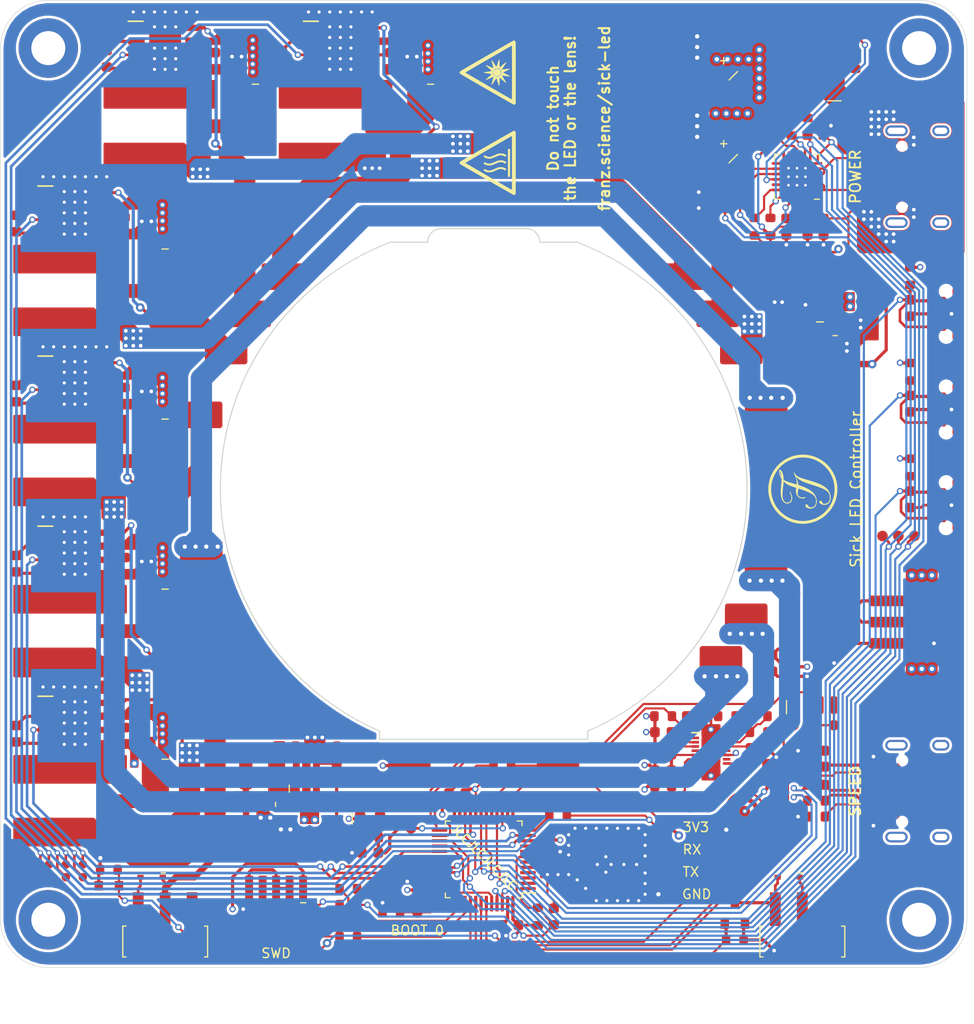
<source format=kicad_pcb>
(kicad_pcb (version 20171130) (host pcbnew "(5.1.8-0-10_14)")
  (layers (0 F.Cu signal) (1 In1.Cu power hide) (2 In2.Cu power hide) (31 B.Cu signal) (35 F.Paste user hide) (37 F.SilkS user) (38 B.Mask user) (39 F.Mask user hide) (44 Edge.Cuts user))
  (net 0 "")
  (net 1 "Net-(U1-Pad38)")
  (net 2 "Net-(U1-Pad4)")
  (net 3 "Net-(U1-Pad3)")
  (net 4 "Net-(U1-Pad2)")
  (net 5 "Net-(U1-Pad1)")
  (net 6 GND)
  (net 7 VCC)
  (net 8 +3V3)
  (net 9 BTN_1)
  (net 10 BTN_2)
  (net 11 BTN_3)
  (net 12 Light)
  (net 13 "Net-(U2-Pad9)")
  (net 14 SWO)
  (net 15 SWCLK)
  (net 16 RESET)
  (net 17 SWDIO)
  (net 18 MIC_EN)
  (net 19 MIC_OUT)
  (net 20 "Net-(U4-Pad1)")
  (net 21 BOOT0)
  (net 22 DMX_IN)
  (net 23 DMX_OUT)
  (net 24 USB_P)
  (net 25 USB_N)
  (net 26 DIM_BLUE)
  (net 27 DIM_GREEN)
  (net 28 DIM_RED)
  (net 29 DIM_CYAN)
  (net 30 RX)
  (net 31 TX)
  (net 32 DIM_AMBER)
  (net 33 DIM_LIME)
  (net 34 "Net-(U5-Pad1)")
  (net 35 "Net-(U6-Pad1)")
  (net 36 "Net-(U7-Pad1)")
  (net 37 "Net-(U8-Pad1)")
  (net 38 "Net-(U9-Pad1)")
  (net 39 "Net-(J4-PadB8)")
  (net 40 "Net-(J4-PadA8)")
  (net 41 "Net-(J4-PadS1)")
  (net 42 /DMX_P)
  (net 43 /DMX_N)
  (net 44 DMX_DE)
  (net 45 VBUS)
  (net 46 I2C1_SDA)
  (net 47 I2C1_SCL)
  (net 48 X2)
  (net 49 X1)
  (net 50 "Net-(J6-PadB8)")
  (net 51 "Net-(J6-PadB7)")
  (net 52 "Net-(J6-PadA7)")
  (net 53 "Net-(J6-PadB6)")
  (net 54 "Net-(J6-PadA8)")
  (net 55 "Net-(J6-PadA6)")
  (net 56 "Net-(J6-PadS1)")
  (net 57 USB-PD_ALERT)
  (net 58 "Net-(U11-Pad17)")
  (net 59 "Net-(U11-Pad11)")
  (net 60 USB-PD_RESET)
  (net 61 "Net-(U11-Pad3)")
  (net 62 "Net-(H1-Pad1)")
  (net 63 "Net-(H2-Pad1)")
  (net 64 "Net-(H3-Pad1)")
  (net 65 "Net-(H4-Pad1)")
  (net 66 /MIC+)
  (net 67 /MICIN)
  (net 68 /AmpBias)
  (net 69 /TimingCap)
  (net 70 /DC-Offs-Adj)
  (net 71 /LED-R-C)
  (net 72 /LED-R-A)
  (net 73 /COMP-R)
  (net 74 /VDD-R)
  (net 75 /COMP-B)
  (net 76 /COMP-G)
  (net 77 /COMP-L)
  (net 78 /COMP-A)
  (net 79 /COMP-C)
  (net 80 /VDD-B)
  (net 81 /VDD-G)
  (net 82 /VDD-L)
  (net 83 /VDD-A)
  (net 84 /VDD-C)
  (net 85 /LED-B-C)
  (net 86 /LED-B-A)
  (net 87 /LED-G-C)
  (net 88 /LED-G-A)
  (net 89 /LED-L-C)
  (net 90 /LED-L-A)
  (net 91 /LED-A-C)
  (net 92 /LED-A-A)
  (net 93 /LED-C-C)
  (net 94 /LED-C-A)
  (net 95 /VBUS-PD)
  (net 96 /SW-R)
  (net 97 /LIME-SERIES)
  (net 98 /SW-B)
  (net 99 /SW-G)
  (net 100 /SW-L)
  (net 101 /SW-A)
  (net 102 /SW-C)
  (net 103 /J-SWO)
  (net 104 /J-CLK)
  (net 105 /J-RESET)
  (net 106 /J-DIO)
  (net 107 /D+)
  (net 108 /CC2-DATA)
  (net 109 /D-)
  (net 110 /CC1-DATA)
  (net 111 /CC1-PD)
  (net 112 /CC2-PD)
  (net 113 /AGC-Th)
  (net 114 /MICBIAS)
  (net 115 /VBUS-Disch)
  (net 116 /3V3-ANALOG)
  (net 117 LED-Temp)
  (net 118 "Net-(Q2-Pad4)")
  (net 119 "Net-(R39-Pad2)")
  (net 120 FAN2-PWM)
  (net 121 FAN1-PWM)
  (net 122 "Net-(C52-Pad2)")
  (net 123 +12V)
  (net 124 /DISCH)
  (net 125 "Net-(U10-Pad3)")
  (net 126 "Net-(C45-Pad2)")
  (net 127 "Net-(C44-Pad2)")
  (net 128 /PWROK2)
  (net 129 /PD-GPIO)
  (net 130 /PWROK3)
  (net 131 "Net-(R42-Pad2)")
  (net 132 "Net-(R46-Pad2)")
  (net 133 "Net-(U12-Pad3)")
  (net 134 /SW-3V3)
  (net 135 /Boostrap-3V3)
  (net 136 /SW-12V)
  (net 137 /Boostrap-12V)
  (net 138 VCC-Voltage)
  (net 139 "Net-(J7-Pad3)")
  (net 140 "Net-(J8-Pad3)")
  (net 141 /Crystal-Out)
  (net 142 /Fan2-)
  (net 143 /Fan1-)
  (net 144 RX-CONN)
  (net 145 TX-CONN)
  (module Package_DFN_QFN:DFN-14-1EP_3x3mm_P0.4mm_EP1.78x2.35mm (layer F.Cu) (at 161.4 125.1)
    (fp_text reference U2 hide)
    (fp_text value MAX9814)
    (pad 15 smd rect (at 0 0) (size 1.78 2.35) (layers F.Cu F.Mask) (net 6 GND))
    (pad 8 smd rect (at 1.475 1.2) (size 0.7 0.25) (layers F.Cu F.Paste F.Mask) (net 67 /MICIN))
    (pad 7 smd rect (at -1.475 1.2) (size 0.7 0.25) (layers F.Cu F.Paste F.Mask) (net 6 GND))
    (pad 1 smd rect (at -1.475 -1.2) (size 0.7 0.25) (layers F.Cu F.Paste F.Mask) (net 69 /TimingCap))
    (pad 2 smd rect (at -1.475 -0.8) (size 0.7 0.25) (layers F.Cu F.Paste F.Mask) (net 18 MIC_EN))
    (pad 3 smd rect (at -1.475 -0.4) (size 0.7 0.25) (layers F.Cu F.Paste F.Mask) (net 70 /DC-Offs-Adj))
    (pad 4 smd rect (at -1.475 0) (size 0.7 0.25) (layers F.Cu F.Paste F.Mask) (net 6 GND))
    (pad 5 smd rect (at -1.475 0.4) (size 0.7 0.25) (layers F.Cu F.Paste F.Mask) (net 116 /3V3-ANALOG))
    (pad 6 smd rect (at -1.475 0.8) (size 0.7 0.25) (layers F.Cu F.Paste F.Mask) (net 19 MIC_OUT))
    (pad 9 smd rect (at 1.475 0.8) (size 0.7 0.25) (layers F.Cu F.Paste F.Mask) (net 13 "Net-(U2-Pad9)"))
    (pad 10 smd rect (at 1.475 0.4) (size 0.7 0.25) (layers F.Cu F.Paste F.Mask) (net 8 +3V3))
    (pad 11 smd rect (at 1.475 0) (size 0.7 0.25) (layers F.Cu F.Paste F.Mask) (net 6 GND))
    (pad 12 smd rect (at 1.475 -0.4) (size 0.7 0.25) (layers F.Cu F.Paste F.Mask) (net 68 /AmpBias))
    (pad 13 smd rect (at 1.475 -0.8) (size 0.7 0.25) (layers F.Cu F.Paste F.Mask) (net 114 /MICBIAS))
    (pad 14 smd rect (at 1.475 -1.2) (size 0.7 0.25) (layers F.Cu F.Paste F.Mask) (net 113 /AGC-Th))
  )
  (module Capacitor_SMD:C_0603_1608Metric (layer F.Cu) (at 141.75 128 180)
    (fp_text reference C56 hide)
    (fp_text value C_Small)
    (pad 2 smd roundrect (at 0.775 0 180) (size 0.9 0.95) (layers F.Cu F.Paste F.Mask) (net 6 GND))
    (pad 1 smd roundrect (at -0.775 0 180) (size 0.9 0.95) (layers F.Cu F.Paste F.Mask) (net 117 LED-Temp))
  )
  (module TestPoint:TestPoint_Pad_D1.0mm (layer F.Cu) (at 157.55 138.6 270)
    (fp_text reference TP23 hide)
    (fp_text value GND)
    (pad 1 smd circle (at 0 0 270) (size 1 1) (layers F.Cu F.Mask) (net 6 GND))
  )
  (module TestPoint:TestPoint_Pad_D1.0mm (layer F.Cu) (at 157.6 134.4 270)
    (fp_text reference TP22 hide)
    (fp_text value RX)
    (pad 1 smd circle (at 0 0 270) (size 1 1) (layers F.Cu F.Mask) (net 144 RX-CONN))
  )
  (module TestPoint:TestPoint_Pad_D1.0mm (layer F.Cu) (at 157.6 136.5 270)
    (fp_text reference TP21 hide)
    (fp_text value TX)
    (pad 1 smd circle (at 0 0 270) (size 1 1) (layers F.Cu F.Mask) (net 145 TX-CONN))
  )
  (module TestPoint:TestPoint_Pad_D1.0mm (layer F.Cu) (at 157.6 132.3 270)
    (fp_text reference TP20 hide)
    (fp_text value 3.3V)
    (pad 1 smd circle (at 0 0 270) (size 1 1) (layers F.Cu F.Mask) (net 8 +3V3))
  )
  (module TestPoint:TestPoint_Pad_D1.0mm (layer F.Cu) (at 133.75 140.3)
    (fp_text reference TP7 hide)
    (fp_text value "BOOT 0")
    (pad 1 smd circle (at 0 0) (size 1 1) (layers F.Cu F.Mask) (net 21 BOOT0))
  )
  (module Connector_PinHeader_1.27mm:PinHeader_2x05_P1.27mm_Vertical_SMD (layer F.Cu) (at 120.45 140 270)
    (fp_text reference J1 hide)
    (fp_text value SWD)
    (pad 10 smd rect (at 1.95 2.54 270) (size 2.4 0.74) (layers F.Cu F.Paste F.Mask) (net 105 /J-RESET))
    (pad 9 smd rect (at -1.95 2.54 270) (size 2.4 0.74) (layers F.Cu F.Paste F.Mask) (net 6 GND))
    (pad 8 smd rect (at 1.95 1.27 270) (size 2.4 0.74) (layers F.Cu F.Paste F.Mask) (net 144 RX-CONN))
    (pad 7 smd rect (at -1.95 1.27 270) (size 2.4 0.74) (layers F.Cu F.Paste F.Mask) (net 145 TX-CONN))
    (pad 6 smd rect (at 1.95 0 270) (size 2.4 0.74) (layers F.Cu F.Paste F.Mask) (net 103 /J-SWO))
    (pad 5 smd rect (at -1.95 0 270) (size 2.4 0.74) (layers F.Cu F.Paste F.Mask) (net 6 GND))
    (pad 4 smd rect (at 1.95 -1.27 270) (size 2.4 0.74) (layers F.Cu F.Paste F.Mask) (net 104 /J-CLK))
    (pad 3 smd rect (at -1.95 -1.27 270) (size 2.4 0.74) (layers F.Cu F.Paste F.Mask) (net 6 GND))
    (pad 2 smd rect (at 1.95 -2.54 270) (size 2.4 0.74) (layers F.Cu F.Paste F.Mask) (net 106 /J-DIO))
    (pad 1 smd rect (at -1.95 -2.54 270) (size 2.4 0.74) (layers F.Cu F.Paste F.Mask) (net 8 +3V3))
  )
  (module Connector_USB:USB_C_Receptacle_HRO_TYPE-C-31-M-12 (layer F.Cu) (at 182 71.1 90)
    (fp_text reference J6 hide)
    (fp_text value USB_C_Receptacle_USB2.0)
    (pad B1 smd rect (at 3.25 -4.045 90) (size 0.6 1.45) (layers F.Cu F.Paste F.Mask) (net 6 GND))
    (pad A9 smd rect (at 2.45 -4.045 90) (size 0.6 1.45) (layers F.Cu F.Paste F.Mask) (net 95 /VBUS-PD))
    (pad B9 smd rect (at -2.45 -4.045 90) (size 0.6 1.45) (layers F.Cu F.Paste F.Mask) (net 95 /VBUS-PD))
    (pad B12 smd rect (at -3.25 -4.045 90) (size 0.6 1.45) (layers F.Cu F.Paste F.Mask) (net 6 GND))
    (pad A1 smd rect (at -3.25 -4.045 90) (size 0.6 1.45) (layers F.Cu F.Paste F.Mask) (net 6 GND))
    (pad A4 smd rect (at -2.45 -4.045 90) (size 0.6 1.45) (layers F.Cu F.Paste F.Mask) (net 95 /VBUS-PD))
    (pad B4 smd rect (at 2.45 -4.045 90) (size 0.6 1.45) (layers F.Cu F.Paste F.Mask) (net 95 /VBUS-PD))
    (pad A12 smd rect (at 3.25 -4.045 90) (size 0.6 1.45) (layers F.Cu F.Paste F.Mask) (net 6 GND))
    (pad B8 smd rect (at -1.75 -4.045 90) (size 0.3 1.45) (layers F.Cu F.Paste F.Mask) (net 50 "Net-(J6-PadB8)"))
    (pad A5 smd rect (at -1.25 -4.045 90) (size 0.3 1.45) (layers F.Cu F.Paste F.Mask) (net 111 /CC1-PD))
    (pad B7 smd rect (at -0.75 -4.045 90) (size 0.3 1.45) (layers F.Cu F.Paste F.Mask) (net 51 "Net-(J6-PadB7)"))
    (pad A7 smd rect (at 0.25 -4.045 90) (size 0.3 1.45) (layers F.Cu F.Paste F.Mask) (net 52 "Net-(J6-PadA7)"))
    (pad B6 smd rect (at 0.75 -4.045 90) (size 0.3 1.45) (layers F.Cu F.Paste F.Mask) (net 53 "Net-(J6-PadB6)"))
    (pad A8 smd rect (at 1.25 -4.045 90) (size 0.3 1.45) (layers F.Cu F.Paste F.Mask) (net 54 "Net-(J6-PadA8)"))
    (pad B5 smd rect (at 1.75 -4.045 90) (size 0.3 1.45) (layers F.Cu F.Paste F.Mask) (net 112 /CC2-PD))
    (pad A6 smd rect (at -0.25 -4.045 90) (size 0.3 1.45) (layers F.Cu F.Paste F.Mask) (net 55 "Net-(J6-PadA6)"))
    (pad S1 thru_hole oval (at 4.32 -3.13 90) (size 1 2.1) (drill oval 0.6 1.7) (layers *.Cu *.Mask) (net 56 "Net-(J6-PadS1)"))
    (pad S1 thru_hole oval (at -4.32 -3.13 90) (size 1 2.1) (drill oval 0.6 1.7) (layers *.Cu *.Mask) (net 56 "Net-(J6-PadS1)"))
    (pad "" np_thru_hole circle (at -2.89 -2.6 90) (size 0.65 0.65) (drill 0.65) (layers *.Cu *.Mask))
    (pad S1 thru_hole oval (at -4.32 1.05 90) (size 1 1.6) (drill oval 0.6 1.2) (layers *.Cu *.Mask) (net 56 "Net-(J6-PadS1)"))
    (pad "" np_thru_hole circle (at 2.89 -2.6 90) (size 0.65 0.65) (drill 0.65) (layers *.Cu *.Mask))
    (pad S1 thru_hole oval (at 4.32 1.05 90) (size 1 1.6) (drill oval 0.6 1.2) (layers *.Cu *.Mask) (net 56 "Net-(J6-PadS1)"))
  )
  (module Logos:Logo_6.5mm (layer F.Cu) (at 170.05 100.5 90)
    (fp_text reference G*** hide)
    (fp_text value LOGO hide)
  )
  (module TestPoint:TestPoint_Pad_D1.0mm (layer F.Cu) (at 180.55 104.9)
    (fp_text reference TP14 hide)
    (fp_text value ALERT)
    (pad 1 smd circle (at 0 0) (size 1 1) (layers F.Cu F.Mask) (net 57 USB-PD_ALERT))
  )
  (module TestPoint:TestPoint_Pad_D1.0mm (layer F.Cu) (at 179.05 104.9)
    (fp_text reference TP4 hide)
    (fp_text value SCL)
    (pad 1 smd circle (at 0 0) (size 1 1) (layers F.Cu F.Mask) (net 47 I2C1_SCL))
  )
  (module TestPoint:TestPoint_Pad_D1.0mm (layer F.Cu) (at 177.55 104.9)
    (fp_text reference TP3 hide)
    (fp_text value SDA)
    (pad 1 smd circle (at 0 0) (size 1 1) (layers F.Cu F.Mask) (net 46 I2C1_SDA))
  )
  (module LED_THT:LZ7-04M2PD-PCB (layer F.Cu) (at 140 100)
    (fp_text reference D2 hide)
    (fp_text value LZ7-04M2PD-PCB)
    (fp_curve (pts (xy 24.8 0.46) (xy 24.8 -10.1443) (xy 18.1443 -19.1941) (xy 8.7825 -22.74)) (layer Edge.Cuts) (width 0.1))
    (fp_curve (pts (xy 8.7825 -22.74) (xy 8.7825 -22.74) (xy 5.277999 -22.740199) (xy 5.277999 -22.740199)) (layer Edge.Cuts) (width 0.1))
    (fp_curve (pts (xy -9.4946 -22.4575) (xy -9.496401 -22.4568) (xy -9.498201 -22.4561) (xy -9.5 -22.4554)) (layer Edge.Cuts) (width 0.1))
    (fp_curve (pts (xy -9.5 -22.4554) (xy -18.4825 -18.7272) (xy -24.800001 -9.8713) (xy -24.800001 0.46)) (layer Edge.Cuts) (width 0.1))
    (fp_curve (pts (xy -24.800001 0.46) (xy -24.800001 10.676) (xy -18.6229 19.4492) (xy -9.800001 23.248401)) (layer Edge.Cuts) (width 0.1))
    (fp_curve (pts (xy 9.8 23.248401) (xy 18.6229 19.4492) (xy 24.8 10.6759) (xy 24.8 0.46)) (layer Edge.Cuts) (width 0.1))
    (fp_curve (pts (xy -4 -24.0182) (xy -4 -24.0182) (xy 4 -24.0182) (xy 4 -24.0182)) (layer Edge.Cuts) (width 0.1))
    (fp_curve (pts (xy 5.277999 -22.740199) (xy 5.277999 -23.446) (xy 4.7058 -24.0182) (xy 4 -24.0182)) (layer Edge.Cuts) (width 0.1))
    (fp_curve (pts (xy -4 -24.0182) (xy -4.7058 -24.0182) (xy -5.278 -23.446) (xy -5.278 -22.740199)) (layer Edge.Cuts) (width 0.1))
    (fp_curve (pts (xy 9.8 23.248401) (xy 9.8 23.248401) (xy 9.8 24.0209) (xy 9.8 24.0209)) (layer Edge.Cuts) (width 0.1))
    (fp_curve (pts (xy 9.8 24.0209) (xy 9.8 24.0209) (xy -9.800001 24.0209) (xy -9.800001 24.0209)) (layer Edge.Cuts) (width 0.1))
    (fp_curve (pts (xy -9.800001 24.0209) (xy -9.800001 24.0209) (xy -9.800001 23.248401) (xy -9.800001 23.248401)) (layer Edge.Cuts) (width 0.1))
    (fp_curve (pts (xy -5.278 -22.740199) (xy -5.278 -22.740199) (xy -8.7825 -22.74) (xy -8.7825 -22.74)) (layer Edge.Cuts) (width 0.1))
    (fp_curve (pts (xy -8.7825 -22.74) (xy -9.0217 -22.6494) (xy -9.259 -22.5552) (xy -9.4946 -22.4575)) (layer Edge.Cuts) (width 0.1))
    (pad 8 smd roundrect (at 22.338 16.5) (size 4 2.5) (layers F.Cu F.Mask) (roundrect_rratio 0.1) (net 94 /LED-C-A))
    (pad 6 smd roundrect (at -24.724 12.5) (size 4 2.5) (layers F.Cu F.Mask) (roundrect_rratio 0.1) (net 92 /LED-A-A))
    (pad 10 smd roundrect (at 26.584 7.5) (size 4 2.5) (layers F.Cu F.Mask) (roundrect_rratio 0.1) (net 89 /LED-L-C))
    (pad 11 smd roundrect (at 26.605 -6.5) (size 4 2.5) (layers F.Cu F.Mask) (roundrect_rratio 0.1) (net 97 /LIME-SERIES))
    (pad 3 smd roundrect (at -24.255 -12.5) (size 4 2.5) (layers F.Cu F.Mask) (roundrect_rratio 0.1) (net 88 /LED-G-A))
    (pad 13 smd roundrect (at 22.03 -16) (size 4 2.5) (layers F.Cu F.Mask) (roundrect_rratio 0.1) (net 85 /LED-B-C))
    (pad 14 smd roundrect (at 18.917 -19.5) (size 4 2.5) (layers F.Cu F.Mask) (roundrect_rratio 0.1) (net 71 /LED-R-C))
    (pad 2-RT smd roundrect (at 7 26.5) (size 4 2.5) (layers F.Cu F.Mask) (roundrect_rratio 0.1) (net 117 LED-Temp))
    (pad 1-RT smd roundrect (at -7 26.5) (size 4 2.5) (layers F.Cu F.Mask) (roundrect_rratio 0.1) (net 6 GND))
    (pad 7 smd roundrect (at -22.338 16.5) (size 4 2.5) (layers F.Cu F.Mask) (roundrect_rratio 0.1) (net 93 /LED-C-C))
    (pad 9 smd roundrect (at 24.724 12.5) (size 4 2.5) (layers F.Cu F.Mask) (roundrect_rratio 0.1) (net 91 /LED-A-C))
    (pad 5 smd roundrect (at -26.584 7.5) (size 4 2.5) (layers F.Cu F.Mask) (roundrect_rratio 0.1) (net 97 /LIME-SERIES))
    (pad 4 smd roundrect (at -26.605 -6.5) (size 4 2.5) (layers F.Cu F.Mask) (roundrect_rratio 0.1) (net 90 /LED-L-A))
    (pad 12 smd roundrect (at 24.255 -12.5) (size 4 2.5) (layers F.Cu F.Mask) (roundrect_rratio 0.1) (net 87 /LED-G-C))
    (pad 2 smd roundrect (at -22.03 -16) (size 4 2.5) (layers F.Cu F.Mask) (roundrect_rratio 0.1) (net 86 /LED-B-A))
    (pad 1 smd roundrect (at -18.917 -19.5) (size 4 2.5) (layers F.Cu F.Mask) (roundrect_rratio 0.1) (net 72 /LED-R-A))
  )
  (module Symbol:Symbol_Hot_Surface_7mm (layer F.Cu) (at 143 72.8 90)
    (fp_text reference REF** hide)
    (fp_text value Symbol_Hot_Surface_7mm)
  )
  (module Symbol:Symbol_Warning_Optical_Radiation_7mm (layer F.Cu) (at 139.5 61.3 90)
    (fp_text reference G*** hide)
    (fp_text value LOGO hide)
  )
  (module TestPoint:TestPoint_Pad_D1.0mm (layer F.Cu) (at 164.65 72)
    (fp_text reference TP17 hide)
    (fp_text value GPIO)
    (pad 1 smd circle (at 0 0) (size 1 1) (layers F.Cu F.Mask) (net 129 /PD-GPIO))
  )
  (module TestPoint:TestPoint_Pad_D1.0mm (layer F.Cu) (at 164.65 70.35)
    (fp_text reference TP16 hide)
    (fp_text value PWROK3)
    (pad 1 smd circle (at 0 0) (size 1 1) (layers F.Cu F.Mask) (net 130 /PWROK3))
  )
  (module TestPoint:TestPoint_Pad_D1.0mm (layer F.Cu) (at 164.65 73.6)
    (fp_text reference TP15 hide)
    (fp_text value PWROK2)
    (pad 1 smd circle (at 0 0) (size 1 1) (layers F.Cu F.Mask) (net 128 /PWROK2))
  )
  (module TestPoint:TestPoint_Pad_D1.0mm (layer F.Cu) (at 133.15 132.4)
    (fp_text reference TP6 hide)
    (fp_text value "Light Sensor")
    (pad 1 smd circle (at 0 0) (size 1 1) (layers F.Cu F.Mask) (net 12 Light))
  )
  (module TestPoint:TestPoint_Pad_D1.0mm (layer F.Cu) (at 172.98 122.7)
    (fp_text reference TP2 hide)
    (fp_text value TX1)
    (pad 1 smd circle (at 0 0) (size 1 1) (layers F.Cu F.Mask) (net 23 DMX_OUT))
  )
  (module TestPoint:TestPoint_Pad_D1.0mm (layer F.Cu) (at 169.17 122.7)
    (fp_text reference TP1 hide)
    (fp_text value RX1)
    (pad 1 smd circle (at 0 0) (size 1 1) (layers F.Cu F.Mask) (net 22 DMX_IN))
  )
  (module TestPoint:TestPoint_Pad_D0.8mm (layer F.Cu) (at 102.25 135.8)
    (fp_text reference TP13 hide)
    (fp_text value C)
    (pad 1 smd circle (at 0 0) (size 0.8 0.8) (layers F.Cu F.Mask) (net 29 DIM_CYAN))
  )
  (module TestPoint:TestPoint_Pad_D0.8mm (layer F.Cu) (at 102.25 137)
    (fp_text reference TP12 hide)
    (fp_text value A)
    (pad 1 smd circle (at 0 0) (size 0.8 0.8) (layers F.Cu F.Mask) (net 32 DIM_AMBER))
  )
  (module TestPoint:TestPoint_Pad_D0.8mm (layer F.Cu) (at 100.65 135.8)
    (fp_text reference TP11 hide)
    (fp_text value L)
    (pad 1 smd circle (at 0 0) (size 0.8 0.8) (layers F.Cu F.Mask) (net 33 DIM_LIME))
  )
  (module TestPoint:TestPoint_Pad_D0.8mm (layer F.Cu) (at 100.65 137)
    (fp_text reference TP10 hide)
    (fp_text value G)
    (pad 1 smd circle (at 0 0) (size 0.8 0.8) (layers F.Cu F.Mask) (net 27 DIM_GREEN))
  )
  (module TestPoint:TestPoint_Pad_D0.8mm (layer F.Cu) (at 99.05 135.8)
    (fp_text reference TP9 hide)
    (fp_text value B)
    (pad 1 smd circle (at 0 0) (size 0.8 0.8) (layers F.Cu F.Mask) (net 26 DIM_BLUE))
  )
  (module TestPoint:TestPoint_Pad_D0.8mm (layer F.Cu) (at 99.05 137)
    (fp_text reference TP8 hide)
    (fp_text value R)
    (pad 1 smd circle (at 0 0) (size 0.8 0.8) (layers F.Cu F.Mask) (net 28 DIM_RED))
  )
  (module Capacitor_SMD:C_Elec_6.3x5.5_WE (layer F.Cu) (at 160.6 66.5 180)
    (fp_text reference C53 hide)
    (fp_text value 15µF)
    (pad - smd roundrect (at 2.8 0 180) (size 3.35 1.6) (layers F.Cu F.Paste F.Mask) (roundrect_rratio 0.156) (net 6 GND))
    (pad + smd roundrect (at -2.8 0 180) (size 3.5 1.6) (layers F.Cu F.Paste F.Mask) (roundrect_rratio 0.156) (net 7 VCC))
  )
  (module Capacitor_SMD:C_Elec_6.3x5.5_WE (layer F.Cu) (at 160.6 58.7 180)
    (fp_text reference C48 hide)
    (fp_text value 15µF)
    (pad - smd roundrect (at 2.8 0 180) (size 3.35 1.6) (layers F.Cu F.Paste F.Mask) (roundrect_rratio 0.156) (net 6 GND))
    (pad + smd roundrect (at -2.8 0 180) (size 3.5 1.6) (layers F.Cu F.Paste F.Mask) (roundrect_rratio 0.156) (net 7 VCC))
  )
  (module Diode_SMD:D_SOD-123 (layer F.Cu) (at 121.2 131.95 270)
    (fp_text reference D9 hide)
    (fp_text value DSS34)
    (pad 2 smd rect (at 1.65 0 270) (size 0.9 1.2) (layers F.Cu F.Paste F.Mask) (net 6 GND))
    (pad 1 smd rect (at -1.65 0 270) (size 0.9 1.2) (layers F.Cu F.Paste F.Mask) (net 136 /SW-12V))
  )
  (module Diode_SMD:D_SOD-123 (layer F.Cu) (at 174.9 85.25)
    (fp_text reference D8 hide)
    (fp_text value DSS34)
    (pad 2 smd rect (at 1.65 0) (size 0.9 1.2) (layers F.Cu F.Paste F.Mask) (net 6 GND))
    (pad 1 smd rect (at -1.65 0) (size 0.9 1.2) (layers F.Cu F.Paste F.Mask) (net 134 /SW-3V3))
  )
  (module Inductor_SMD:L_1210_3225Metric (layer F.Cu) (at 119 127.4 180)
    (fp_text reference L8 hide)
    (fp_text value 4.7µH)
    (pad 2 smd roundrect (at 1.4 0 180) (size 1.25 2.65) (layers F.Cu F.Paste F.Mask) (roundrect_rratio 0.2) (net 123 +12V))
    (pad 1 smd roundrect (at -1.4 0 180) (size 1.25 2.65) (layers F.Cu F.Paste F.Mask) (roundrect_rratio 0.2) (net 136 /SW-12V))
  )
  (module Inductor_SMD:L_1210_3225Metric (layer F.Cu) (at 170.45 87.35 270)
    (fp_text reference L7 hide)
    (fp_text value 4.7µH)
    (pad 2 smd roundrect (at 1.4 0 270) (size 1.25 2.65) (layers F.Cu F.Paste F.Mask) (roundrect_rratio 0.2) (net 8 +3V3))
    (pad 1 smd roundrect (at -1.4 0 270) (size 1.25 2.65) (layers F.Cu F.Paste F.Mask) (roundrect_rratio 0.2) (net 134 /SW-3V3))
  )
  (module Package_SO:Texas_HSOP-8-1EP_3.9x4.9mm_P1.27mm (layer F.Cu) (at 126.5 59)
    (fp_text reference U4 hide)
    (fp_text value BP1808)
    (pad 8 smd rect (at 2.7 -1.905) (size 1.55 0.6) (layers F.Cu F.Paste F.Mask) (net 72 /LED-R-A))
    (pad 7 smd rect (at 2.7 -0.635) (size 1.55 0.6) (layers F.Cu F.Paste F.Mask) (net 7 VCC))
    (pad 6 smd rect (at 2.7 0.635) (size 1.55 0.6) (layers F.Cu F.Paste F.Mask) (net 74 /VDD-R))
    (pad 5 smd rect (at 2.7 1.905) (size 1.55 0.6) (layers F.Cu F.Paste F.Mask) (net 96 /SW-R))
    (pad 4 smd rect (at -2.7 1.905) (size 1.55 0.6) (layers F.Cu F.Paste F.Mask) (net 6 GND))
    (pad 3 smd rect (at -2.7 0.635) (size 1.55 0.6) (layers F.Cu F.Paste F.Mask) (net 28 DIM_RED))
    (pad 2 smd rect (at -2.7 -0.635) (size 1.55 0.6) (layers F.Cu F.Paste F.Mask) (net 73 /COMP-R))
    (pad 1 smd rect (at -2.7 -1.905) (size 1.55 0.6) (layers F.Cu F.Paste F.Mask) (net 20 "Net-(U4-Pad1)"))
    (pad 9 smd rect (at 0 0) (size 2.95 4.9) (layers F.Cu) (net 6 GND))
  )
  (module Resistor_SMD:R_1206_3216Metric (layer F.Cu) (at 132.15 67.8 270)
    (fp_text reference R13 hide)
    (fp_text value 0.2Ω)
    (pad 2 smd roundrect (at 1.4625 0 270) (size 1.125 1.75) (layers F.Cu F.Paste F.Mask) (roundrect_rratio 0.2222213333333333) (net 72 /LED-R-A))
    (pad 1 smd roundrect (at -1.4625 0 270) (size 1.125 1.75) (layers F.Cu F.Paste F.Mask) (roundrect_rratio 0.2222213333333333) (net 7 VCC))
  )
  (module Inductor_SMD:L_Chilisin_8040 (layer F.Cu) (at 124.5 66.3 270)
    (fp_text reference L1 hide)
    (fp_text value 10µH)
    (pad 2 smd rect (at 2.95 0 270) (size 2.55 7.5) (layers F.Cu F.Paste F.Mask) (net 71 /LED-R-C))
    (pad 1 smd rect (at -2.95 0 270) (size 2.55 7.5) (layers F.Cu F.Paste F.Mask) (net 96 /SW-R))
  )
  (module Diode_SMD:D_SMA (layer F.Cu) (at 132.1 63.6 180)
    (fp_text reference D1 hide)
    (fp_text value SS34)
    (pad 2 smd rect (at 2 0 180) (size 2.5 1.8) (layers F.Cu F.Paste F.Mask) (net 96 /SW-R))
    (pad 1 smd rect (at -2 0 180) (size 2.5 1.8) (layers F.Cu F.Paste F.Mask) (net 7 VCC))
  )
  (module Capacitor_SMD:C_1206_3216Metric (layer F.Cu) (at 133.2 59.4 270)
    (fp_text reference C22 hide)
    (fp_text value 10µF)
    (pad 2 smd roundrect (at 1.475 0 270) (size 1.15 1.8) (layers F.Cu F.Paste F.Mask) (roundrect_rratio 0.2173904347826087) (net 6 GND))
    (pad 1 smd roundrect (at -1.475 0 270) (size 1.15 1.8) (layers F.Cu F.Paste F.Mask) (roundrect_rratio 0.2173904347826087) (net 7 VCC))
  )
  (module Capacitor_SMD:C_0603_1608Metric (layer F.Cu) (at 131.2 60.2 90)
    (fp_text reference C21 hide)
    (fp_text value 1µF)
    (pad 2 smd roundrect (at 0.775 0 90) (size 0.9 0.95) (layers F.Cu F.Paste F.Mask) (net 74 /VDD-R))
    (pad 1 smd roundrect (at -0.775 0 90) (size 0.9 0.95) (layers F.Cu F.Paste F.Mask) (net 6 GND))
  )
  (module Capacitor_SMD:C_0603_1608Metric (layer F.Cu) (at 121 60 90)
    (fp_text reference C20 hide)
    (fp_text value 4.7nF)
    (pad 2 smd roundrect (at 0.775 0 90) (size 0.9 0.95) (layers F.Cu F.Paste F.Mask) (net 73 /COMP-R))
    (pad 1 smd roundrect (at -0.775 0 90) (size 0.9 0.95) (layers F.Cu F.Paste F.Mask) (net 6 GND))
  )
  (module Capacitor_SMD:C_1206_3216Metric (layer F.Cu) (at 129.8 67.8 270)
    (fp_text reference C13 hide)
    (fp_text value 2.2µF)
    (pad 2 smd roundrect (at 1.475 0 270) (size 1.15 1.8) (layers F.Cu F.Paste F.Mask) (roundrect_rratio 0.2173904347826087) (net 71 /LED-R-C))
    (pad 1 smd roundrect (at -1.475 0 270) (size 1.15 1.8) (layers F.Cu F.Paste F.Mask) (roundrect_rratio 0.2173904347826087) (net 7 VCC))
  )
  (module Package_SO:Texas_HSOP-8-1EP_3.9x4.9mm_P1.27mm (layer F.Cu) (at 101.5 122.5)
    (fp_text reference U9 hide)
    (fp_text value BP1808)
    (pad 8 smd rect (at 2.7 -1.905) (size 1.55 0.6) (layers F.Cu F.Paste F.Mask) (net 94 /LED-C-A))
    (pad 7 smd rect (at 2.7 -0.635) (size 1.55 0.6) (layers F.Cu F.Paste F.Mask) (net 7 VCC))
    (pad 6 smd rect (at 2.7 0.635) (size 1.55 0.6) (layers F.Cu F.Paste F.Mask) (net 84 /VDD-C))
    (pad 5 smd rect (at 2.7 1.905) (size 1.55 0.6) (layers F.Cu F.Paste F.Mask) (net 102 /SW-C))
    (pad 4 smd rect (at -2.7 1.905) (size 1.55 0.6) (layers F.Cu F.Paste F.Mask) (net 6 GND))
    (pad 3 smd rect (at -2.7 0.635) (size 1.55 0.6) (layers F.Cu F.Paste F.Mask) (net 29 DIM_CYAN))
    (pad 2 smd rect (at -2.7 -0.635) (size 1.55 0.6) (layers F.Cu F.Paste F.Mask) (net 79 /COMP-C))
    (pad 1 smd rect (at -2.7 -1.905) (size 1.55 0.6) (layers F.Cu F.Paste F.Mask) (net 38 "Net-(U9-Pad1)"))
    (pad 9 smd rect (at 0 0) (size 2.95 4.9) (layers F.Cu) (net 6 GND))
  )
  (module Package_SO:Texas_HSOP-8-1EP_3.9x4.9mm_P1.27mm (layer F.Cu) (at 101.5 106.5)
    (fp_text reference U8 hide)
    (fp_text value BP1808)
    (pad 8 smd rect (at 2.7 -1.905) (size 1.55 0.6) (layers F.Cu F.Paste F.Mask) (net 92 /LED-A-A))
    (pad 7 smd rect (at 2.7 -0.635) (size 1.55 0.6) (layers F.Cu F.Paste F.Mask) (net 7 VCC))
    (pad 6 smd rect (at 2.7 0.635) (size 1.55 0.6) (layers F.Cu F.Paste F.Mask) (net 83 /VDD-A))
    (pad 5 smd rect (at 2.7 1.905) (size 1.55 0.6) (layers F.Cu F.Paste F.Mask) (net 101 /SW-A))
    (pad 4 smd rect (at -2.7 1.905) (size 1.55 0.6) (layers F.Cu F.Paste F.Mask) (net 6 GND))
    (pad 3 smd rect (at -2.7 0.635) (size 1.55 0.6) (layers F.Cu F.Paste F.Mask) (net 32 DIM_AMBER))
    (pad 2 smd rect (at -2.7 -0.635) (size 1.55 0.6) (layers F.Cu F.Paste F.Mask) (net 78 /COMP-A))
    (pad 1 smd rect (at -2.7 -1.905) (size 1.55 0.6) (layers F.Cu F.Paste F.Mask) (net 37 "Net-(U8-Pad1)"))
    (pad 9 smd rect (at 0 0) (size 2.95 4.9) (layers F.Cu) (net 6 GND))
  )
  (module Package_SO:Texas_HSOP-8-1EP_3.9x4.9mm_P1.27mm (layer F.Cu) (at 101.5 90.5)
    (fp_text reference U7 hide)
    (fp_text value BP1808)
    (pad 8 smd rect (at 2.7 -1.905) (size 1.55 0.6) (layers F.Cu F.Paste F.Mask) (net 90 /LED-L-A))
    (pad 7 smd rect (at 2.7 -0.635) (size 1.55 0.6) (layers F.Cu F.Paste F.Mask) (net 7 VCC))
    (pad 6 smd rect (at 2.7 0.635) (size 1.55 0.6) (layers F.Cu F.Paste F.Mask) (net 82 /VDD-L))
    (pad 5 smd rect (at 2.7 1.905) (size 1.55 0.6) (layers F.Cu F.Paste F.Mask) (net 100 /SW-L))
    (pad 4 smd rect (at -2.7 1.905) (size 1.55 0.6) (layers F.Cu F.Paste F.Mask) (net 6 GND))
    (pad 3 smd rect (at -2.7 0.635) (size 1.55 0.6) (layers F.Cu F.Paste F.Mask) (net 33 DIM_LIME))
    (pad 2 smd rect (at -2.7 -0.635) (size 1.55 0.6) (layers F.Cu F.Paste F.Mask) (net 77 /COMP-L))
    (pad 1 smd rect (at -2.7 -1.905) (size 1.55 0.6) (layers F.Cu F.Paste F.Mask) (net 36 "Net-(U7-Pad1)"))
    (pad 9 smd rect (at 0 0) (size 2.95 4.9) (layers F.Cu) (net 6 GND))
  )
  (module Package_SO:Texas_HSOP-8-1EP_3.9x4.9mm_P1.27mm (layer F.Cu) (at 101.5 74.5)
    (fp_text reference U6 hide)
    (fp_text value BP1808)
    (pad 8 smd rect (at 2.7 -1.905) (size 1.55 0.6) (layers F.Cu F.Paste F.Mask) (net 88 /LED-G-A))
    (pad 7 smd rect (at 2.7 -0.635) (size 1.55 0.6) (layers F.Cu F.Paste F.Mask) (net 7 VCC))
    (pad 6 smd rect (at 2.7 0.635) (size 1.55 0.6) (layers F.Cu F.Paste F.Mask) (net 81 /VDD-G))
    (pad 5 smd rect (at 2.7 1.905) (size 1.55 0.6) (layers F.Cu F.Paste F.Mask) (net 99 /SW-G))
    (pad 4 smd rect (at -2.7 1.905) (size 1.55 0.6) (layers F.Cu F.Paste F.Mask) (net 6 GND))
    (pad 3 smd rect (at -2.7 0.635) (size 1.55 0.6) (layers F.Cu F.Paste F.Mask) (net 27 DIM_GREEN))
    (pad 2 smd rect (at -2.7 -0.635) (size 1.55 0.6) (layers F.Cu F.Paste F.Mask) (net 76 /COMP-G))
    (pad 1 smd rect (at -2.7 -1.905) (size 1.55 0.6) (layers F.Cu F.Paste F.Mask) (net 35 "Net-(U6-Pad1)"))
    (pad 9 smd rect (at 0 0) (size 2.95 4.9) (layers F.Cu) (net 6 GND))
  )
  (module Package_SO:Texas_HSOP-8-1EP_3.9x4.9mm_P1.27mm (layer F.Cu) (at 110 59)
    (fp_text reference U5 hide)
    (fp_text value BP1808)
    (pad 8 smd rect (at 2.7 -1.905) (size 1.55 0.6) (layers F.Cu F.Paste F.Mask) (net 86 /LED-B-A))
    (pad 7 smd rect (at 2.7 -0.635) (size 1.55 0.6) (layers F.Cu F.Paste F.Mask) (net 7 VCC))
    (pad 6 smd rect (at 2.7 0.635) (size 1.55 0.6) (layers F.Cu F.Paste F.Mask) (net 80 /VDD-B))
    (pad 5 smd rect (at 2.7 1.905) (size 1.55 0.6) (layers F.Cu F.Paste F.Mask) (net 98 /SW-B))
    (pad 4 smd rect (at -2.7 1.905) (size 1.55 0.6) (layers F.Cu F.Paste F.Mask) (net 6 GND))
    (pad 3 smd rect (at -2.7 0.635) (size 1.55 0.6) (layers F.Cu F.Paste F.Mask) (net 26 DIM_BLUE))
    (pad 2 smd rect (at -2.7 -0.635) (size 1.55 0.6) (layers F.Cu F.Paste F.Mask) (net 75 /COMP-B))
    (pad 1 smd rect (at -2.7 -1.905) (size 1.55 0.6) (layers F.Cu F.Paste F.Mask) (net 34 "Net-(U5-Pad1)"))
    (pad 9 smd rect (at 0 0) (size 2.95 4.9) (layers F.Cu) (net 6 GND))
  )
  (module Resistor_SMD:R_1206_3216Metric (layer F.Cu) (at 108.3 131.3 90)
    (fp_text reference R23 hide)
    (fp_text value 0.21Ω)
    (pad 2 smd roundrect (at 1.4625 0 90) (size 1.125 1.75) (layers F.Cu F.Paste F.Mask) (roundrect_rratio 0.2222213333333333) (net 7 VCC))
    (pad 1 smd roundrect (at -1.4625 0 90) (size 1.125 1.75) (layers F.Cu F.Paste F.Mask) (roundrect_rratio 0.2222213333333333) (net 94 /LED-C-A))
  )
  (module Resistor_SMD:R_1206_3216Metric (layer F.Cu) (at 109.35 115.3 90)
    (fp_text reference R22 hide)
    (fp_text value 0.2Ω)
    (pad 2 smd roundrect (at 1.4625 0 90) (size 1.125 1.75) (layers F.Cu F.Paste F.Mask) (roundrect_rratio 0.2222213333333333) (net 7 VCC))
    (pad 1 smd roundrect (at -1.4625 0 90) (size 1.125 1.75) (layers F.Cu F.Paste F.Mask) (roundrect_rratio 0.2222213333333333) (net 92 /LED-A-A))
  )
  (module Resistor_SMD:R_1206_3216Metric (layer F.Cu) (at 107.85 99.3 90)
    (fp_text reference R21 hide)
    (fp_text value 0.2Ω)
    (pad 2 smd roundrect (at 1.4625 0 90) (size 1.125 1.75) (layers F.Cu F.Paste F.Mask) (roundrect_rratio 0.2222213333333333) (net 7 VCC))
    (pad 1 smd roundrect (at -1.4625 0 90) (size 1.125 1.75) (layers F.Cu F.Paste F.Mask) (roundrect_rratio 0.2222213333333333) (net 90 /LED-L-A))
  )
  (module Resistor_SMD:R_1206_3216Metric (layer F.Cu) (at 109.45 83.3 90)
    (fp_text reference R20 hide)
    (fp_text value 0.2Ω)
    (pad 2 smd roundrect (at 1.4625 0 90) (size 1.125 1.75) (layers F.Cu F.Paste F.Mask) (roundrect_rratio 0.2222213333333333) (net 7 VCC))
    (pad 1 smd roundrect (at -1.4625 0 90) (size 1.125 1.75) (layers F.Cu F.Paste F.Mask) (roundrect_rratio 0.2222213333333333) (net 88 /LED-G-A))
  )
  (module Resistor_SMD:R_1206_3216Metric (layer F.Cu) (at 116.05 67.8 90)
    (fp_text reference R19 hide)
    (fp_text value 0.2Ω)
    (pad 2 smd roundrect (at 1.4625 0 90) (size 1.125 1.75) (layers F.Cu F.Paste F.Mask) (roundrect_rratio 0.2222213333333333) (net 7 VCC))
    (pad 1 smd roundrect (at -1.4625 0 90) (size 1.125 1.75) (layers F.Cu F.Paste F.Mask) (roundrect_rratio 0.2222213333333333) (net 86 /LED-B-A))
  )
  (module Inductor_SMD:L_Chilisin_8040 (layer F.Cu) (at 99.5 129.8 270)
    (fp_text reference L6 hide)
    (fp_text value 10µH)
    (pad 2 smd rect (at 2.95 0 270) (size 2.55 7.5) (layers F.Cu F.Paste F.Mask) (net 93 /LED-C-C))
    (pad 1 smd rect (at -2.95 0 270) (size 2.55 7.5) (layers F.Cu F.Paste F.Mask) (net 102 /SW-C))
  )
  (module Inductor_SMD:L_Chilisin_8040 (layer F.Cu) (at 99.5 113.8 270)
    (fp_text reference L5 hide)
    (fp_text value 10µH)
    (pad 2 smd rect (at 2.95 0 270) (size 2.55 7.5) (layers F.Cu F.Paste F.Mask) (net 91 /LED-A-C))
    (pad 1 smd rect (at -2.95 0 270) (size 2.55 7.5) (layers F.Cu F.Paste F.Mask) (net 101 /SW-A))
  )
  (module Inductor_SMD:L_Chilisin_8040 (layer F.Cu) (at 99.5 97.8 270)
    (fp_text reference L4 hide)
    (fp_text value 10µH)
    (pad 2 smd rect (at 2.95 0 270) (size 2.55 7.5) (layers F.Cu F.Paste F.Mask) (net 89 /LED-L-C))
    (pad 1 smd rect (at -2.95 0 270) (size 2.55 7.5) (layers F.Cu F.Paste F.Mask) (net 100 /SW-L))
  )
  (module Inductor_SMD:L_Chilisin_8040 (layer F.Cu) (at 99.5 81.8 270)
    (fp_text reference L3 hide)
    (fp_text value 10µH)
    (pad 2 smd rect (at 2.95 0 270) (size 2.55 7.5) (layers F.Cu F.Paste F.Mask) (net 87 /LED-G-C))
    (pad 1 smd rect (at -2.95 0 270) (size 2.55 7.5) (layers F.Cu F.Paste F.Mask) (net 99 /SW-G))
  )
  (module Inductor_SMD:L_Chilisin_8040 (layer F.Cu) (at 108 66.3 270)
    (fp_text reference L2 hide)
    (fp_text value 10µH)
    (pad 2 smd rect (at 2.95 0 270) (size 2.55 7.5) (layers F.Cu F.Paste F.Mask) (net 85 /LED-B-C))
    (pad 1 smd rect (at -2.95 0 270) (size 2.55 7.5) (layers F.Cu F.Paste F.Mask) (net 98 /SW-B))
  )
  (module Diode_SMD:D_SMA (layer F.Cu) (at 107.1 127.1 180)
    (fp_text reference D7 hide)
    (fp_text value SS34)
    (pad 2 smd rect (at 2 0 180) (size 2.5 1.8) (layers F.Cu F.Paste F.Mask) (net 102 /SW-C))
    (pad 1 smd rect (at -2 0 180) (size 2.5 1.8) (layers F.Cu F.Paste F.Mask) (net 7 VCC))
  )
  (module Diode_SMD:D_SMA (layer F.Cu) (at 107.1 111.1 180)
    (fp_text reference D6 hide)
    (fp_text value SS34)
    (pad 2 smd rect (at 2 0 180) (size 2.5 1.8) (layers F.Cu F.Paste F.Mask) (net 101 /SW-A))
    (pad 1 smd rect (at -2 0 180) (size 2.5 1.8) (layers F.Cu F.Paste F.Mask) (net 7 VCC))
  )
  (module Diode_SMD:D_SMA (layer F.Cu) (at 107.1 95.1 180)
    (fp_text reference D5 hide)
    (fp_text value SS34)
    (pad 2 smd rect (at 2 0 180) (size 2.5 1.8) (layers F.Cu F.Paste F.Mask) (net 100 /SW-L))
    (pad 1 smd rect (at -2 0 180) (size 2.5 1.8) (layers F.Cu F.Paste F.Mask) (net 7 VCC))
  )
  (module Diode_SMD:D_SMA (layer F.Cu) (at 107.1 79.1 180)
    (fp_text reference D4 hide)
    (fp_text value SS34)
    (pad 2 smd rect (at 2 0 180) (size 2.5 1.8) (layers F.Cu F.Paste F.Mask) (net 99 /SW-G))
    (pad 1 smd rect (at -2 0 180) (size 2.5 1.8) (layers F.Cu F.Paste F.Mask) (net 7 VCC))
  )
  (module Diode_SMD:D_SMA (layer F.Cu) (at 115.6 63.6 180)
    (fp_text reference D3 hide)
    (fp_text value SS34)
    (pad 2 smd rect (at 2 0 180) (size 2.5 1.8) (layers F.Cu F.Paste F.Mask) (net 98 /SW-B))
    (pad 1 smd rect (at -2 0 180) (size 2.5 1.8) (layers F.Cu F.Paste F.Mask) (net 7 VCC))
  )
  (module Capacitor_SMD:C_1206_3216Metric (layer F.Cu) (at 104.8 131.3 270)
    (fp_text reference C42 hide)
    (fp_text value 2.2µF)
    (pad 2 smd roundrect (at 1.475 0 270) (size 1.15 1.8) (layers F.Cu F.Paste F.Mask) (roundrect_rratio 0.2173904347826087) (net 93 /LED-C-C))
    (pad 1 smd roundrect (at -1.475 0 270) (size 1.15 1.8) (layers F.Cu F.Paste F.Mask) (roundrect_rratio 0.2173904347826087) (net 7 VCC))
  )
  (module Capacitor_SMD:C_1206_3216Metric (layer F.Cu) (at 104.8 115.3 270)
    (fp_text reference C41 hide)
    (fp_text value 2.2µF)
    (pad 2 smd roundrect (at 1.475 0 270) (size 1.15 1.8) (layers F.Cu F.Paste F.Mask) (roundrect_rratio 0.2173904347826087) (net 91 /LED-A-C))
    (pad 1 smd roundrect (at -1.475 0 270) (size 1.15 1.8) (layers F.Cu F.Paste F.Mask) (roundrect_rratio 0.2173904347826087) (net 7 VCC))
  )
  (module Capacitor_SMD:C_1206_3216Metric (layer F.Cu) (at 104.8 99.3 270)
    (fp_text reference C40 hide)
    (fp_text value 2.2µF)
    (pad 2 smd roundrect (at 1.475 0 270) (size 1.15 1.8) (layers F.Cu F.Paste F.Mask) (roundrect_rratio 0.2173904347826087) (net 89 /LED-L-C))
    (pad 1 smd roundrect (at -1.475 0 270) (size 1.15 1.8) (layers F.Cu F.Paste F.Mask) (roundrect_rratio 0.2173904347826087) (net 7 VCC))
  )
  (module Capacitor_SMD:C_1206_3216Metric (layer F.Cu) (at 104.8 83.3 270)
    (fp_text reference C39 hide)
    (fp_text value 2.2µF)
    (pad 2 smd roundrect (at 1.475 0 270) (size 1.15 1.8) (layers F.Cu F.Paste F.Mask) (roundrect_rratio 0.2173904347826087) (net 87 /LED-G-C))
    (pad 1 smd roundrect (at -1.475 0 270) (size 1.15 1.8) (layers F.Cu F.Paste F.Mask) (roundrect_rratio 0.2173904347826087) (net 7 VCC))
  )
  (module Capacitor_SMD:C_1206_3216Metric (layer F.Cu) (at 113.3 67.8 270)
    (fp_text reference C38 hide)
    (fp_text value 2.2µF)
    (pad 2 smd roundrect (at 1.475 0 270) (size 1.15 1.8) (layers F.Cu F.Paste F.Mask) (roundrect_rratio 0.2173904347826087) (net 85 /LED-B-C))
    (pad 1 smd roundrect (at -1.475 0 270) (size 1.15 1.8) (layers F.Cu F.Paste F.Mask) (roundrect_rratio 0.2173904347826087) (net 7 VCC))
  )
  (module Capacitor_SMD:C_1206_3216Metric (layer F.Cu) (at 108.2 122.9 270)
    (fp_text reference C37 hide)
    (fp_text value 10µF)
    (pad 2 smd roundrect (at 1.475 0 270) (size 1.15 1.8) (layers F.Cu F.Paste F.Mask) (roundrect_rratio 0.2173904347826087) (net 6 GND))
    (pad 1 smd roundrect (at -1.475 0 270) (size 1.15 1.8) (layers F.Cu F.Paste F.Mask) (roundrect_rratio 0.2173904347826087) (net 7 VCC))
  )
  (module Capacitor_SMD:C_1206_3216Metric (layer F.Cu) (at 108.2 106.9 270)
    (fp_text reference C36 hide)
    (fp_text value 10µF)
    (pad 2 smd roundrect (at 1.475 0 270) (size 1.15 1.8) (layers F.Cu F.Paste F.Mask) (roundrect_rratio 0.2173904347826087) (net 6 GND))
    (pad 1 smd roundrect (at -1.475 0 270) (size 1.15 1.8) (layers F.Cu F.Paste F.Mask) (roundrect_rratio 0.2173904347826087) (net 7 VCC))
  )
  (module Capacitor_SMD:C_1206_3216Metric (layer F.Cu) (at 108.2 90.9 270)
    (fp_text reference C35 hide)
    (fp_text value 10µF)
    (pad 2 smd roundrect (at 1.475 0 270) (size 1.15 1.8) (layers F.Cu F.Paste F.Mask) (roundrect_rratio 0.2173904347826087) (net 6 GND))
    (pad 1 smd roundrect (at -1.475 0 270) (size 1.15 1.8) (layers F.Cu F.Paste F.Mask) (roundrect_rratio 0.2173904347826087) (net 7 VCC))
  )
  (module Capacitor_SMD:C_1206_3216Metric (layer F.Cu) (at 108.2 74.9 270)
    (fp_text reference C34 hide)
    (fp_text value 10µF)
    (pad 2 smd roundrect (at 1.475 0 270) (size 1.15 1.8) (layers F.Cu F.Paste F.Mask) (roundrect_rratio 0.2173904347826087) (net 6 GND))
    (pad 1 smd roundrect (at -1.475 0 270) (size 1.15 1.8) (layers F.Cu F.Paste F.Mask) (roundrect_rratio 0.2173904347826087) (net 7 VCC))
  )
  (module Capacitor_SMD:C_1206_3216Metric (layer F.Cu) (at 116.7 59.4 270)
    (fp_text reference C33 hide)
    (fp_text value 10µF)
    (pad 2 smd roundrect (at 1.475 0 270) (size 1.15 1.8) (layers F.Cu F.Paste F.Mask) (roundrect_rratio 0.2173904347826087) (net 6 GND))
    (pad 1 smd roundrect (at -1.475 0 270) (size 1.15 1.8) (layers F.Cu F.Paste F.Mask) (roundrect_rratio 0.2173904347826087) (net 7 VCC))
  )
  (module Capacitor_SMD:C_0603_1608Metric (layer F.Cu) (at 106.2 123.7 90)
    (fp_text reference C32 hide)
    (fp_text value 1µF)
    (pad 2 smd roundrect (at 0.775 0 90) (size 0.9 0.95) (layers F.Cu F.Paste F.Mask) (net 84 /VDD-C))
    (pad 1 smd roundrect (at -0.775 0 90) (size 0.9 0.95) (layers F.Cu F.Paste F.Mask) (net 6 GND))
  )
  (module Capacitor_SMD:C_0603_1608Metric (layer F.Cu) (at 106.2 107.7 90)
    (fp_text reference C31 hide)
    (fp_text value 1µF)
    (pad 2 smd roundrect (at 0.775 0 90) (size 0.9 0.95) (layers F.Cu F.Paste F.Mask) (net 83 /VDD-A))
    (pad 1 smd roundrect (at -0.775 0 90) (size 0.9 0.95) (layers F.Cu F.Paste F.Mask) (net 6 GND))
  )
  (module Capacitor_SMD:C_0603_1608Metric (layer F.Cu) (at 106.2 91.7 90)
    (fp_text reference C30 hide)
    (fp_text value 1µF)
    (pad 2 smd roundrect (at 0.775 0 90) (size 0.9 0.95) (layers F.Cu F.Paste F.Mask) (net 82 /VDD-L))
    (pad 1 smd roundrect (at -0.775 0 90) (size 0.9 0.95) (layers F.Cu F.Paste F.Mask) (net 6 GND))
  )
  (module Capacitor_SMD:C_0603_1608Metric (layer F.Cu) (at 106.2 75.7 90)
    (fp_text reference C29 hide)
    (fp_text value 1µF)
    (pad 2 smd roundrect (at 0.775 0 90) (size 0.9 0.95) (layers F.Cu F.Paste F.Mask) (net 81 /VDD-G))
    (pad 1 smd roundrect (at -0.775 0 90) (size 0.9 0.95) (layers F.Cu F.Paste F.Mask) (net 6 GND))
  )
  (module Capacitor_SMD:C_0603_1608Metric (layer F.Cu) (at 114.7 60.2 90)
    (fp_text reference C28 hide)
    (fp_text value 1µF)
    (pad 2 smd roundrect (at 0.775 0 90) (size 0.9 0.95) (layers F.Cu F.Paste F.Mask) (net 80 /VDD-B))
    (pad 1 smd roundrect (at -0.775 0 90) (size 0.9 0.95) (layers F.Cu F.Paste F.Mask) (net 6 GND))
  )
  (module Capacitor_SMD:C_0603_1608Metric (layer F.Cu) (at 96 123.5 90)
    (fp_text reference C27 hide)
    (fp_text value 4.7nF)
    (pad 2 smd roundrect (at 0.775 0 90) (size 0.9 0.95) (layers F.Cu F.Paste F.Mask) (net 79 /COMP-C))
    (pad 1 smd roundrect (at -0.775 0 90) (size 0.9 0.95) (layers F.Cu F.Paste F.Mask) (net 6 GND))
  )
  (module Capacitor_SMD:C_0603_1608Metric (layer F.Cu) (at 96 107.5 90)
    (fp_text reference C26 hide)
    (fp_text value 4.7nF)
    (pad 2 smd roundrect (at 0.775 0 90) (size 0.9 0.95) (layers F.Cu F.Paste F.Mask) (net 78 /COMP-A))
    (pad 1 smd roundrect (at -0.775 0 90) (size 0.9 0.95) (layers F.Cu F.Paste F.Mask) (net 6 GND))
  )
  (module Capacitor_SMD:C_0603_1608Metric (layer F.Cu) (at 96 91.5 90)
    (fp_text reference C25 hide)
    (fp_text value 4.7nF)
    (pad 2 smd roundrect (at 0.775 0 90) (size 0.9 0.95) (layers F.Cu F.Paste F.Mask) (net 77 /COMP-L))
    (pad 1 smd roundrect (at -0.775 0 90) (size 0.9 0.95) (layers F.Cu F.Paste F.Mask) (net 6 GND))
  )
  (module Capacitor_SMD:C_0603_1608Metric (layer F.Cu) (at 96 75.5 90)
    (fp_text reference C24 hide)
    (fp_text value 4.7nF)
    (pad 2 smd roundrect (at 0.775 0 90) (size 0.9 0.95) (layers F.Cu F.Paste F.Mask) (net 76 /COMP-G))
    (pad 1 smd roundrect (at -0.775 0 90) (size 0.9 0.95) (layers F.Cu F.Paste F.Mask) (net 6 GND))
  )
  (module Capacitor_SMD:C_0603_1608Metric (layer F.Cu) (at 104.5 60 90)
    (fp_text reference C23 hide)
    (fp_text value 4.7nF)
    (pad 2 smd roundrect (at 0.775 0 90) (size 0.9 0.95) (layers F.Cu F.Paste F.Mask) (net 75 /COMP-B))
    (pad 1 smd roundrect (at -0.775 0 90) (size 0.9 0.95) (layers F.Cu F.Paste F.Mask) (net 6 GND))
  )
  (module Connector_JST:JST_PH_B3B-PH-SM4-TB_1x03-1MP_P2.00mm_Vertical (layer F.Cu) (at 179.5 113 270)
    (fp_text reference J3 hide)
    (fp_text value DMX)
    (pad MP smd roundrect (at 4.4 -1.75 270) (size 1.6 3) (layers F.Cu F.Paste F.Mask) (roundrect_rratio 0.15625))
    (pad MP smd roundrect (at -4.4 -1.75 270) (size 1.6 3) (layers F.Cu F.Paste F.Mask) (roundrect_rratio 0.15625))
    (pad 3 smd roundrect (at 2 0.5 270) (size 1 5.5) (layers F.Cu F.Paste F.Mask) (net 6 GND))
    (pad 2 smd roundrect (at 0 0.5 270) (size 1 5.5) (layers F.Cu F.Paste F.Mask) (net 43 /DMX_N))
    (pad 1 smd roundrect (at -2 0.5 270) (size 1 5.5) (layers F.Cu F.Paste F.Mask) (net 42 /DMX_P))
  )
  (module Button_Switch_SMD:SW_Push_1P1T-MP_NO_Horizontal_Alps_SKRTLAE010 (layer F.Cu) (at 183.55 84 90)
    (fp_text reference SW3 hide)
    (fp_text value SW_Push)
    (pad MP smd roundrect (at 1.85 1.05 90) (size 1.3 0.9) (layers F.Cu F.Paste F.Mask))
    (pad MP smd roundrect (at -1.85 1.05 90) (size 1.3 0.9) (layers F.Cu F.Paste F.Mask))
    (pad 2 smd roundrect (at 0 -0.9 90) (size 0.6 1.8) (layers F.Cu F.Paste F.Mask) (net 6 GND))
    (pad 1 smd roundrect (at 1.225 -0.9 90) (size 0.75 1.8) (layers F.Cu F.Paste F.Mask) (net 11 BTN_3))
    (pad 1 smd roundrect (at -1.225 -0.9 90) (size 0.75 1.8) (layers F.Cu F.Paste F.Mask) (net 11 BTN_3))
    (pad "" np_thru_hole circle (at 2.125 0 90) (size 0.9 0.9) (drill 0.9) (layers *.Cu *.Mask))
    (pad "" np_thru_hole circle (at -2.125 0 90) (size 0.9 0.9) (drill 0.9) (layers *.Cu *.Mask))
  )
  (module TestPoint:TestPoint_Pad_D0.8mm (layer F.Cu) (at 118.2 133.2)
    (fp_text reference TP19 hide)
    (fp_text value 12V)
    (pad 1 smd circle (at 0 0) (size 0.8 0.8) (layers F.Cu F.Mask) (net 123 +12V))
  )
  (module TestPoint:TestPoint_Pad_D0.8mm (layer F.Cu) (at 175.1 88.7 90)
    (fp_text reference TP18 hide)
    (fp_text value 3.3V)
    (pad 1 smd circle (at 0 0 90) (size 0.8 0.8) (layers F.Cu F.Mask) (net 8 +3V3))
  )
  (module Resistor_SMD:R_0603_1608Metric (layer F.Cu) (at 125.35 124.7 180)
    (fp_text reference R47 hide)
    (fp_text value 3.6kΩ)
    (pad 2 smd roundrect (at 0.825 0 180) (size 0.8 0.95) (layers F.Cu F.Paste F.Mask) (net 6 GND))
    (pad 1 smd roundrect (at -0.825 0 180) (size 0.8 0.95) (layers F.Cu F.Paste F.Mask) (net 132 "Net-(R46-Pad2)"))
  )
  (module Resistor_SMD:R_0603_1608Metric (layer F.Cu) (at 126.15 127.1 90)
    (fp_text reference R46 hide)
    (fp_text value 51kΩ)
    (pad 2 smd roundrect (at 0.825 0 90) (size 0.8 0.95) (layers F.Cu F.Paste F.Mask) (net 132 "Net-(R46-Pad2)"))
    (pad 1 smd roundrect (at -0.825 0 90) (size 0.8 0.95) (layers F.Cu F.Paste F.Mask) (net 123 +12V))
  )
  (module Resistor_SMD:R_0603_1608Metric (layer F.Cu) (at 167.65 80.95 270)
    (fp_text reference R43 hide)
    (fp_text value 18kΩ)
    (pad 2 smd roundrect (at 0.825 0 270) (size 0.8 0.95) (layers F.Cu F.Paste F.Mask) (net 6 GND))
    (pad 1 smd roundrect (at -0.825 0 270) (size 0.8 0.95) (layers F.Cu F.Paste F.Mask) (net 131 "Net-(R42-Pad2)"))
  )
  (module Resistor_SMD:R_0603_1608Metric (layer F.Cu) (at 170.05 80.15 180)
    (fp_text reference R42 hide)
    (fp_text value 56kΩ)
    (pad 2 smd roundrect (at 0.825 0 180) (size 0.8 0.95) (layers F.Cu F.Paste F.Mask) (net 131 "Net-(R42-Pad2)"))
    (pad 1 smd roundrect (at -0.825 0 180) (size 0.8 0.95) (layers F.Cu F.Paste F.Mask) (net 8 +3V3))
  )
  (module Resistor_SMD:R_0603_1608Metric (layer F.Cu) (at 161.95 72.55 180)
    (fp_text reference R2 hide)
    (fp_text value 18kΩ)
    (pad 2 smd roundrect (at 0.825 0 180) (size 0.8 0.95) (layers F.Cu F.Paste F.Mask) (net 6 GND))
    (pad 1 smd roundrect (at -0.825 0 180) (size 0.8 0.95) (layers F.Cu F.Paste F.Mask) (net 138 VCC-Voltage))
  )
  (module Resistor_SMD:R_0603_1608Metric (layer F.Cu) (at 161.95 71.05 180)
    (fp_text reference R1 hide)
    (fp_text value 100kΩ)
    (pad 2 smd roundrect (at 0.825 0 180) (size 0.8 0.95) (layers F.Cu F.Paste F.Mask) (net 138 VCC-Voltage))
    (pad 1 smd roundrect (at -0.825 0 180) (size 0.8 0.95) (layers F.Cu F.Paste F.Mask) (net 7 VCC))
  )
  (module Capacitor_SMD:C_0603_1608Metric (layer F.Cu) (at 118.4 130.3)
    (fp_text reference C55 hide)
    (fp_text value 4.7µF)
    (pad 2 smd roundrect (at 0.775 0) (size 0.9 0.95) (layers F.Cu F.Paste F.Mask) (net 6 GND))
    (pad 1 smd roundrect (at -0.775 0) (size 0.9 0.95) (layers F.Cu F.Paste F.Mask) (net 123 +12V))
  )
  (module Capacitor_SMD:C_0603_1608Metric (layer F.Cu) (at 121.5 124.7 180)
    (fp_text reference C54 hide)
    (fp_text value 22nF)
    (pad 2 smd roundrect (at 0.775 0 180) (size 0.9 0.95) (layers F.Cu F.Paste F.Mask) (net 136 /SW-12V))
    (pad 1 smd roundrect (at -0.775 0 180) (size 0.9 0.95) (layers F.Cu F.Paste F.Mask) (net 137 /Boostrap-12V))
  )
  (module Capacitor_SMD:C_1206_3216Metric (layer F.Cu) (at 123.6 131.9 90)
    (fp_text reference C50 hide)
    (fp_text value 10µF)
    (pad 2 smd roundrect (at 1.475 0 90) (size 1.15 1.8) (layers F.Cu F.Paste F.Mask) (roundrect_rratio 0.2173904347826087) (net 7 VCC))
    (pad 1 smd roundrect (at -1.475 0 90) (size 1.15 1.8) (layers F.Cu F.Paste F.Mask) (roundrect_rratio 0.2173904347826087) (net 6 GND))
  )
  (module Capacitor_SMD:C_0603_1608Metric (layer F.Cu) (at 173.25 87.95 90)
    (fp_text reference C49 hide)
    (fp_text value 4.7µF)
    (pad 2 smd roundrect (at 0.775 0 90) (size 0.9 0.95) (layers F.Cu F.Paste F.Mask) (net 6 GND))
    (pad 1 smd roundrect (at -0.775 0 90) (size 0.9 0.95) (layers F.Cu F.Paste F.Mask) (net 8 +3V3))
  )
  (module Capacitor_SMD:C_1206_3216Metric (layer F.Cu) (at 174.85 82.85 180)
    (fp_text reference C47 hide)
    (fp_text value 10µF)
    (pad 2 smd roundrect (at 1.475 0 180) (size 1.15 1.8) (layers F.Cu F.Paste F.Mask) (roundrect_rratio 0.2173904347826087) (net 7 VCC))
    (pad 1 smd roundrect (at -1.475 0 180) (size 1.15 1.8) (layers F.Cu F.Paste F.Mask) (roundrect_rratio 0.2173904347826087) (net 6 GND))
  )
  (module Capacitor_SMD:C_0603_1608Metric (layer F.Cu) (at 167.65 84.85 270)
    (fp_text reference C46 hide)
    (fp_text value 22nF)
    (pad 2 smd roundrect (at 0.775 0 270) (size 0.9 0.95) (layers F.Cu F.Paste F.Mask) (net 134 /SW-3V3))
    (pad 1 smd roundrect (at -0.775 0 270) (size 0.9 0.95) (layers F.Cu F.Paste F.Mask) (net 135 /Boostrap-3V3))
  )
  (module Capacitor_SMD:C_0603_1608Metric (layer F.Cu) (at 170.5 75.8 90)
    (fp_text reference C45 hide)
    (fp_text value 1µF)
    (pad 2 smd roundrect (at 0.775 0 90) (size 0.9 0.95) (layers F.Cu F.Paste F.Mask) (net 126 "Net-(C45-Pad2)"))
    (pad 1 smd roundrect (at -0.775 0 90) (size 0.9 0.95) (layers F.Cu F.Paste F.Mask) (net 6 GND))
  )
  (module Capacitor_SMD:C_0603_1608Metric (layer F.Cu) (at 168.5 75.8 90)
    (fp_text reference C44 hide)
    (fp_text value 1µF)
    (pad 2 smd roundrect (at 0.775 0 90) (size 0.9 0.95) (layers F.Cu F.Paste F.Mask) (net 127 "Net-(C44-Pad2)"))
    (pad 1 smd roundrect (at -0.775 0 90) (size 0.9 0.95) (layers F.Cu F.Paste F.Mask) (net 6 GND))
  )
  (module Capacitor_SMD:C_0603_1608Metric (layer F.Cu) (at 161.95 74.05)
    (fp_text reference C1 hide)
    (fp_text value 22nF)
    (pad 2 smd roundrect (at 0.775 0) (size 0.9 0.95) (layers F.Cu F.Paste F.Mask) (net 138 VCC-Voltage))
    (pad 1 smd roundrect (at -0.775 0) (size 0.9 0.95) (layers F.Cu F.Paste F.Mask) (net 6 GND))
  )
  (module Package_TO_SOT_SMD:SOT-23-6 (layer F.Cu) (at 123.3 127.45 90)
    (fp_text reference U12 hide)
    (fp_text value ACT4088)
    (pad 5 smd rect (at 1.1 0 90) (size 1.06 0.65) (layers F.Cu F.Paste F.Mask) (net 6 GND))
    (pad 6 smd rect (at 1.1 -0.95 90) (size 1.06 0.65) (layers F.Cu F.Paste F.Mask) (net 137 /Boostrap-12V))
    (pad 4 smd rect (at 1.1 0.95 90) (size 1.06 0.65) (layers F.Cu F.Paste F.Mask) (net 132 "Net-(R46-Pad2)"))
    (pad 3 smd rect (at -1.1 0.95 90) (size 1.06 0.65) (layers F.Cu F.Paste F.Mask) (net 133 "Net-(U12-Pad3)"))
    (pad 2 smd rect (at -1.1 0 90) (size 1.06 0.65) (layers F.Cu F.Paste F.Mask) (net 7 VCC))
    (pad 1 smd rect (at -1.1 -0.95 90) (size 1.06 0.65) (layers F.Cu F.Paste F.Mask) (net 136 /SW-12V))
  )
  (module Package_TO_SOT_SMD:SOT-23-6 (layer F.Cu) (at 170.45 83.15 180)
    (fp_text reference U10 hide)
    (fp_text value ACT4088)
    (pad 5 smd rect (at 1.1 0 180) (size 1.06 0.65) (layers F.Cu F.Paste F.Mask) (net 6 GND))
    (pad 6 smd rect (at 1.1 -0.95 180) (size 1.06 0.65) (layers F.Cu F.Paste F.Mask) (net 135 /Boostrap-3V3))
    (pad 4 smd rect (at 1.1 0.95 180) (size 1.06 0.65) (layers F.Cu F.Paste F.Mask) (net 131 "Net-(R42-Pad2)"))
    (pad 3 smd rect (at -1.1 0.95 180) (size 1.06 0.65) (layers F.Cu F.Paste F.Mask) (net 125 "Net-(U10-Pad3)"))
    (pad 2 smd rect (at -1.1 0 180) (size 1.06 0.65) (layers F.Cu F.Paste F.Mask) (net 7 VCC))
    (pad 1 smd rect (at -1.1 -0.95 180) (size 1.06 0.65) (layers F.Cu F.Paste F.Mask) (net 134 /SW-3V3))
  )
  (module Button_Switch_SMD:SW_Push_1P1T-MP_NO_Horizontal_Alps_SKRTLAE010 (layer F.Cu) (at 183.55 93 90)
    (fp_text reference SW2 hide)
    (fp_text value SW_Push)
    (pad MP smd roundrect (at 1.85 1.05 90) (size 1.3 0.9) (layers F.Cu F.Paste F.Mask))
    (pad MP smd roundrect (at -1.85 1.05 90) (size 1.3 0.9) (layers F.Cu F.Paste F.Mask))
    (pad 2 smd roundrect (at 0 -0.9 90) (size 0.6 1.8) (layers F.Cu F.Paste F.Mask) (net 6 GND))
    (pad 1 smd roundrect (at 1.225 -0.9 90) (size 0.75 1.8) (layers F.Cu F.Paste F.Mask) (net 10 BTN_2))
    (pad 1 smd roundrect (at -1.225 -0.9 90) (size 0.75 1.8) (layers F.Cu F.Paste F.Mask) (net 10 BTN_2))
    (pad "" np_thru_hole circle (at 2.125 0 90) (size 0.9 0.9) (drill 0.9) (layers *.Cu *.Mask))
    (pad "" np_thru_hole circle (at -2.125 0 90) (size 0.9 0.9) (drill 0.9) (layers *.Cu *.Mask))
  )
  (module Button_Switch_SMD:SW_Push_1P1T-MP_NO_Horizontal_Alps_SKRTLAE010 (layer F.Cu) (at 183.55 102 90)
    (fp_text reference SW1 hide)
    (fp_text value SW_Push)
    (pad MP smd roundrect (at 1.85 1.05 90) (size 1.3 0.9) (layers F.Cu F.Paste F.Mask))
    (pad MP smd roundrect (at -1.85 1.05 90) (size 1.3 0.9) (layers F.Cu F.Paste F.Mask))
    (pad 2 smd roundrect (at 0 -0.9 90) (size 0.6 1.8) (layers F.Cu F.Paste F.Mask) (net 6 GND))
    (pad 1 smd roundrect (at 1.225 -0.9 90) (size 0.75 1.8) (layers F.Cu F.Paste F.Mask) (net 9 BTN_1))
    (pad 1 smd roundrect (at -1.225 -0.9 90) (size 0.75 1.8) (layers F.Cu F.Paste F.Mask) (net 9 BTN_1))
    (pad "" np_thru_hole circle (at 2.125 0 90) (size 0.9 0.9) (drill 0.9) (layers *.Cu *.Mask))
    (pad "" np_thru_hole circle (at -2.125 0 90) (size 0.9 0.9) (drill 0.9) (layers *.Cu *.Mask))
  )
  (module Resistor_SMD:R_0603_1608Metric (layer F.Cu) (at 167 75.8 270)
    (fp_text reference R45 hide)
    (fp_text value 4.7kΩ)
    (pad 2 smd roundrect (at 0.825 0 270) (size 0.8 0.95) (layers F.Cu F.Paste F.Mask) (net 8 +3V3))
    (pad 1 smd roundrect (at -0.825 0 270) (size 0.8 0.95) (layers F.Cu F.Paste F.Mask) (net 57 USB-PD_ALERT))
  )
  (module Resistor_SMD:R_0603_1608Metric (layer F.Cu) (at 104.7 136.3)
    (fp_text reference R44 hide)
    (fp_text value 4.7kΩ)
    (pad 2 smd roundrect (at 0.825 0) (size 0.8 0.95) (layers F.Cu F.Paste F.Mask) (net 121 FAN1-PWM))
    (pad 1 smd roundrect (at -0.825 0) (size 0.8 0.95) (layers F.Cu F.Paste F.Mask) (net 6 GND))
  )
  (module Resistor_SMD:R_0603_1608Metric (layer F.Cu) (at 163.65 142.9 180)
    (fp_text reference R41 hide)
    (fp_text value 4.7kΩ)
    (pad 2 smd roundrect (at 0.825 0 180) (size 0.8 0.95) (layers F.Cu F.Paste F.Mask) (net 120 FAN2-PWM))
    (pad 1 smd roundrect (at -0.825 0 180) (size 0.8 0.95) (layers F.Cu F.Paste F.Mask) (net 6 GND))
  )
  (module Resistor_SMD:R_0603_1608Metric (layer F.Cu) (at 171.6 57.7)
    (fp_text reference R40 hide)
    (fp_text value 100Ω)
    (pad 2 smd roundrect (at 0.825 0) (size 0.8 0.95) (layers F.Cu F.Paste F.Mask) (net 118 "Net-(Q2-Pad4)"))
    (pad 1 smd roundrect (at -0.825 0) (size 0.8 0.95) (layers F.Cu F.Paste F.Mask) (net 122 "Net-(C52-Pad2)"))
  )
  (module Resistor_SMD:R_0603_1608Metric (layer F.Cu) (at 174.725 57.7)
    (fp_text reference R39 hide)
    (fp_text value 22kΩ)
    (pad 2 smd roundrect (at 0.825 0) (size 0.8 0.95) (layers F.Cu F.Paste F.Mask) (net 119 "Net-(R39-Pad2)"))
    (pad 1 smd roundrect (at -0.825 0) (size 0.8 0.95) (layers F.Cu F.Paste F.Mask) (net 118 "Net-(Q2-Pad4)"))
  )
  (module Resistor_SMD:R_0603_1608Metric (layer F.Cu) (at 175 60.125 270)
    (fp_text reference R38 hide)
    (fp_text value 100kΩ)
    (pad 2 smd roundrect (at 0.825 0 270) (size 0.8 0.95) (layers F.Cu F.Paste F.Mask) (net 95 /VBUS-PD))
    (pad 1 smd roundrect (at -0.825 0 270) (size 0.8 0.95) (layers F.Cu F.Paste F.Mask) (net 118 "Net-(Q2-Pad4)"))
  )
  (module Resistor_SMD:R_0603_1608Metric (layer F.Cu) (at 141.75 126.5)
    (fp_text reference R7 hide)
    (fp_text value 6.2kΩ)
    (pad 2 smd roundrect (at 0.825 0) (size 0.8 0.95) (layers F.Cu F.Paste F.Mask) (net 117 LED-Temp))
    (pad 1 smd roundrect (at -0.825 0) (size 0.8 0.95) (layers F.Cu F.Paste F.Mask) (net 8 +3V3))
  )
  (module Capacitor_SMD:C_0603_1608Metric (layer F.Cu) (at 168.5 57.7)
    (fp_text reference C52 hide)
    (fp_text value 100nF)
    (pad 2 smd roundrect (at 0.775 0) (size 0.9 0.95) (layers F.Cu F.Paste F.Mask) (net 122 "Net-(C52-Pad2)"))
    (pad 1 smd roundrect (at -0.775 0) (size 0.9 0.95) (layers F.Cu F.Paste F.Mask) (net 7 VCC))
  )
  (module Connector_PinHeader_2.54mm:PinHeader_1x03_P2.54mm_Horizontal_SMD_Pin1Left (layer F.Cu) (at 170 140 90)
    (fp_text reference J8 hide)
    (fp_text value "FAN 2")
    (pad 2 smd rect (at 0 0 90) (size 3.17 1.02) (layers F.Cu F.Paste F.Mask) (net 123 +12V))
    (pad 3 smd rect (at 0 2.54 90) (size 3.17 1.02) (layers F.Cu F.Paste F.Mask) (net 140 "Net-(J8-Pad3)"))
    (pad 1 smd rect (at 0 -2.54 90) (size 3.17 1.02) (layers F.Cu F.Paste F.Mask) (net 142 /Fan2-))
  )
  (module Connector_PinHeader_2.54mm:PinHeader_1x03_P2.54mm_Horizontal_SMD_Pin1Left (layer F.Cu) (at 110 140 90)
    (fp_text reference J7 hide)
    (fp_text value "FAN 1")
    (pad 2 smd rect (at 0 0 90) (size 3.17 1.02) (layers F.Cu F.Paste F.Mask) (net 123 +12V))
    (pad 3 smd rect (at 0 2.54 90) (size 3.17 1.02) (layers F.Cu F.Paste F.Mask) (net 139 "Net-(J7-Pad3)"))
    (pad 1 smd rect (at 0 -2.54 90) (size 3.17 1.02) (layers F.Cu F.Paste F.Mask) (net 143 /Fan1-))
  )
  (module Package_TO_SOT_SMD:SOT-23 (layer F.Cu) (at 104.7 138.8 270)
    (fp_text reference Q4 hide)
    (fp_text value AO3400A)
    (pad 3 smd rect (at 1 0 270) (size 0.9 0.8) (layers F.Cu F.Paste F.Mask) (net 143 /Fan1-))
    (pad 2 smd rect (at -1 0.95 270) (size 0.9 0.8) (layers F.Cu F.Paste F.Mask) (net 6 GND))
    (pad 1 smd rect (at -1 -0.95 270) (size 0.9 0.8) (layers F.Cu F.Paste F.Mask) (net 121 FAN1-PWM))
  )
  (module Package_TO_SOT_SMD:SOT-23 (layer F.Cu) (at 163.65 140.4 90)
    (fp_text reference Q3 hide)
    (fp_text value AO3400A)
    (pad 3 smd rect (at 1 0 90) (size 0.9 0.8) (layers F.Cu F.Paste F.Mask) (net 142 /Fan2-))
    (pad 2 smd rect (at -1 0.95 90) (size 0.9 0.8) (layers F.Cu F.Paste F.Mask) (net 6 GND))
    (pad 1 smd rect (at -1 -0.95 90) (size 0.9 0.8) (layers F.Cu F.Paste F.Mask) (net 120 FAN2-PWM))
  )
  (module Diode_SMD:D_SOD-323 (layer F.Cu) (at 108.73 137 180)
    (fp_text reference D12 hide)
    (fp_text value 1N4148WS)
    (pad 2 smd rect (at 1.05 0 180) (size 0.6 0.45) (layers F.Cu F.Paste F.Mask) (net 143 /Fan1-))
    (pad 1 smd rect (at -1.05 0 180) (size 0.6 0.45) (layers F.Cu F.Paste F.Mask) (net 123 +12V))
  )
  (module Diode_SMD:D_SOD-323 (layer F.Cu) (at 168.73 137 180)
    (fp_text reference D11 hide)
    (fp_text value 1N4148WS)
    (pad 2 smd rect (at 1.05 0 180) (size 0.6 0.45) (layers F.Cu F.Paste F.Mask) (net 142 /Fan2-))
    (pad 1 smd rect (at -1.05 0 180) (size 0.6 0.45) (layers F.Cu F.Paste F.Mask) (net 123 +12V))
  )
  (module Package_SO:SOIC-8_3.9x4.9mm_P1.27mm (layer F.Cu) (at 170.2 61.4 180)
    (fp_text reference Q2 hide)
    (fp_text value AO4407A)
    (pad 8 smd roundrect (at 2.475 -1.905 180) (size 1.95 0.6) (layers F.Cu F.Paste F.Mask) (net 7 VCC))
    (pad 7 smd roundrect (at 2.475 -0.635 180) (size 1.95 0.6) (layers F.Cu F.Paste F.Mask) (net 7 VCC))
    (pad 6 smd roundrect (at 2.475 0.635 180) (size 1.95 0.6) (layers F.Cu F.Paste F.Mask) (net 7 VCC))
    (pad 5 smd roundrect (at 2.475 1.905 180) (size 1.95 0.6) (layers F.Cu F.Paste F.Mask) (net 7 VCC))
    (pad 4 smd roundrect (at -2.475 1.905 180) (size 1.95 0.6) (layers F.Cu F.Paste F.Mask) (net 118 "Net-(Q2-Pad4)"))
    (pad 3 smd roundrect (at -2.475 0.635 180) (size 1.95 0.6) (layers F.Cu F.Paste F.Mask) (net 95 /VBUS-PD))
    (pad 2 smd roundrect (at -2.475 -0.635 180) (size 1.95 0.6) (layers F.Cu F.Paste F.Mask) (net 95 /VBUS-PD))
    (pad 1 smd roundrect (at -2.475 -1.905 180) (size 1.95 0.6) (layers F.Cu F.Paste F.Mask) (net 95 /VBUS-PD))
  )
  (module Resistor_SMD:R_0603_1608Metric (layer F.Cu) (at 167.5 66.4 270)
    (fp_text reference R37 hide)
    (fp_text value 1kΩ)
    (pad 2 smd roundrect (at 0.825 0 270) (size 0.8 0.95) (layers F.Cu F.Paste F.Mask) (net 124 /DISCH))
    (pad 1 smd roundrect (at -0.825 0 270) (size 0.8 0.95) (layers F.Cu F.Paste F.Mask) (net 7 VCC))
  )
  (module Resistor_SMD:R_0603_1608Metric (layer F.Cu) (at 172 66.4 90)
    (fp_text reference R36 hide)
    (fp_text value 10kΩ)
    (pad 2 smd roundrect (at 0.825 0 90) (size 0.8 0.95) (layers F.Cu F.Paste F.Mask) (net 6 GND))
    (pad 1 smd roundrect (at -0.825 0 90) (size 0.8 0.95) (layers F.Cu F.Paste F.Mask) (net 60 USB-PD_RESET))
  )
  (module Resistor_SMD:R_0603_1608Metric (layer F.Cu) (at 165.5 75.8 270)
    (fp_text reference R35 hide)
    (fp_text value 1kΩ)
    (pad 2 smd roundrect (at 0.825 0 270) (size 0.8 0.95) (layers F.Cu F.Paste F.Mask) (net 95 /VBUS-PD))
    (pad 1 smd roundrect (at -0.825 0 270) (size 0.8 0.95) (layers F.Cu F.Paste F.Mask) (net 115 /VBUS-Disch))
  )
  (module Resistor_SMD:R_0603_1608Metric (layer F.Cu) (at 147 129.7)
    (fp_text reference R34 hide)
    (fp_text value 22Ω)
    (pad 2 smd roundrect (at 0.825 0) (size 0.8 0.95) (layers F.Cu F.Paste F.Mask) (net 144 RX-CONN))
    (pad 1 smd roundrect (at -0.825 0) (size 0.8 0.95) (layers F.Cu F.Paste F.Mask) (net 30 RX))
  )
  (module Resistor_SMD:R_0603_1608Metric (layer F.Cu) (at 147 131.2)
    (fp_text reference R33 hide)
    (fp_text value 22Ω)
    (pad 2 smd roundrect (at 0.825 0) (size 0.8 0.95) (layers F.Cu F.Paste F.Mask) (net 145 TX-CONN))
    (pad 1 smd roundrect (at -0.825 0) (size 0.8 0.95) (layers F.Cu F.Paste F.Mask) (net 31 TX))
  )
  (module Resistor_SMD:R_0603_1608Metric (layer F.Cu) (at 170.5 66.4 270)
    (fp_text reference R32 hide)
    (fp_text value 4.7kΩ)
    (pad 2 smd roundrect (at 0.825 0 270) (size 0.8 0.95) (layers F.Cu F.Paste F.Mask) (net 47 I2C1_SCL))
    (pad 1 smd roundrect (at -0.825 0 270) (size 0.8 0.95) (layers F.Cu F.Paste F.Mask) (net 8 +3V3))
  )
  (module Resistor_SMD:R_0603_1608Metric (layer F.Cu) (at 169 66.4 90)
    (fp_text reference R31 hide)
    (fp_text value 4.7kΩ)
    (pad 2 smd roundrect (at 0.825 0 90) (size 0.8 0.95) (layers F.Cu F.Paste F.Mask) (net 8 +3V3))
    (pad 1 smd roundrect (at -0.825 0 90) (size 0.8 0.95) (layers F.Cu F.Paste F.Mask) (net 46 I2C1_SDA))
  )
  (module MountingHole:MountingHole_3.2mm_M3_DIN965_Pad (layer F.Cu) (at 99 59)
    (fp_text reference H4 hide)
    (fp_text value M3)
    (pad 1 thru_hole circle (at 0 0) (size 5.6 5.6) (drill 3.2) (layers *.Cu *.Mask) (net 65 "Net-(H4-Pad1)"))
  )
  (module MountingHole:MountingHole_3.2mm_M3_DIN965_Pad (layer F.Cu) (at 181 59)
    (fp_text reference H3 hide)
    (fp_text value M3)
    (pad 1 thru_hole circle (at 0 0) (size 5.6 5.6) (drill 3.2) (layers *.Cu *.Mask) (net 64 "Net-(H3-Pad1)"))
  )
  (module MountingHole:MountingHole_3.2mm_M3_DIN965_Pad (layer F.Cu) (at 181 141)
    (fp_text reference H2 hide)
    (fp_text value M3)
    (pad 1 thru_hole circle (at 0 0) (size 5.6 5.6) (drill 3.2) (layers *.Cu *.Mask) (net 63 "Net-(H2-Pad1)"))
  )
  (module MountingHole:MountingHole_3.2mm_M3_DIN965_Pad (layer F.Cu) (at 99 141)
    (fp_text reference H1 hide)
    (fp_text value M3)
    (pad 1 thru_hole circle (at 0 0) (size 5.6 5.6) (drill 3.2) (layers *.Cu *.Mask) (net 62 "Net-(H1-Pad1)"))
  )
  (module Capacitor_SMD:C_0603_1608Metric (layer F.Cu) (at 172 75.8 270)
    (fp_text reference C51 hide)
    (fp_text value 4.7µF)
    (pad 2 smd roundrect (at 0.775 0 270) (size 0.9 0.95) (layers F.Cu F.Paste F.Mask) (net 6 GND))
    (pad 1 smd roundrect (at -0.775 0 270) (size 0.9 0.95) (layers F.Cu F.Paste F.Mask) (net 95 /VBUS-PD))
  )
  (module Package_DFN_QFN:QFN-24-1EP_4x4mm_P0.5mm_EP2.7x2.7mm (layer F.Cu) (at 169.5 71.1 180)
    (fp_text reference U11 hide)
    (fp_text value STUSB4500QTR)
    (pad 25 smd rect (at 0 0 180) (size 2.7 2.7) (layers F.Cu F.Mask) (net 6 GND))
    (pad 24 smd roundrect (at -1.25 -1.9625 180) (size 0.25 0.825) (layers F.Cu F.Paste F.Mask) (net 95 /VBUS-PD))
    (pad 23 smd roundrect (at -0.75 -1.9625 180) (size 0.25 0.825) (layers F.Cu F.Paste F.Mask) (net 126 "Net-(C45-Pad2)"))
    (pad 22 smd roundrect (at -0.25 -1.9625 180) (size 0.25 0.825) (layers F.Cu F.Paste F.Mask) (net 8 +3V3))
    (pad 21 smd roundrect (at 0.25 -1.9625 180) (size 0.25 0.825) (layers F.Cu F.Paste F.Mask) (net 127 "Net-(C44-Pad2)"))
    (pad 20 smd roundrect (at 0.75 -1.9625 180) (size 0.25 0.825) (layers F.Cu F.Paste F.Mask) (net 128 /PWROK2))
    (pad 19 smd roundrect (at 1.25 -1.9625 180) (size 0.25 0.825) (layers F.Cu F.Paste F.Mask) (net 57 USB-PD_ALERT))
    (pad 18 smd roundrect (at 1.9625 -1.25 180) (size 0.825 0.25) (layers F.Cu F.Paste F.Mask) (net 115 /VBUS-Disch))
    (pad 17 smd roundrect (at 1.9625 -0.75 180) (size 0.825 0.25) (layers F.Cu F.Paste F.Mask) (net 58 "Net-(U11-Pad17)"))
    (pad 16 smd roundrect (at 1.9625 -0.25 180) (size 0.825 0.25) (layers F.Cu F.Paste F.Mask) (net 119 "Net-(R39-Pad2)"))
    (pad 15 smd roundrect (at 1.9625 0.25 180) (size 0.825 0.25) (layers F.Cu F.Paste F.Mask) (net 129 /PD-GPIO))
    (pad 14 smd roundrect (at 1.9625 0.75 180) (size 0.825 0.25) (layers F.Cu F.Paste F.Mask) (net 130 /PWROK3))
    (pad 13 smd roundrect (at 1.9625 1.25 180) (size 0.825 0.25) (layers F.Cu F.Paste F.Mask) (net 6 GND))
    (pad 12 smd roundrect (at 1.25 1.9625 180) (size 0.25 0.825) (layers F.Cu F.Paste F.Mask) (net 6 GND))
    (pad 11 smd roundrect (at 0.75 1.9625 180) (size 0.25 0.825) (layers F.Cu F.Paste F.Mask) (net 59 "Net-(U11-Pad11)"))
    (pad 10 smd roundrect (at 0.25 1.9625 180) (size 0.25 0.825) (layers F.Cu F.Paste F.Mask) (net 6 GND))
    (pad 9 smd roundrect (at -0.25 1.9625 180) (size 0.25 0.825) (layers F.Cu F.Paste F.Mask) (net 124 /DISCH))
    (pad 8 smd roundrect (at -0.75 1.9625 180) (size 0.25 0.825) (layers F.Cu F.Paste F.Mask) (net 46 I2C1_SDA))
    (pad 7 smd roundrect (at -1.25 1.9625 180) (size 0.25 0.825) (layers F.Cu F.Paste F.Mask) (net 47 I2C1_SCL))
    (pad 6 smd roundrect (at -1.9625 1.25 180) (size 0.825 0.25) (layers F.Cu F.Paste F.Mask) (net 60 USB-PD_RESET))
    (pad 5 smd roundrect (at -1.9625 0.75 180) (size 0.825 0.25) (layers F.Cu F.Paste F.Mask) (net 112 /CC2-PD))
    (pad 4 smd roundrect (at -1.9625 0.25 180) (size 0.825 0.25) (layers F.Cu F.Paste F.Mask) (net 112 /CC2-PD))
    (pad 3 smd roundrect (at -1.9625 -0.25 180) (size 0.825 0.25) (layers F.Cu F.Paste F.Mask) (net 61 "Net-(U11-Pad3)"))
    (pad 2 smd roundrect (at -1.9625 -0.75 180) (size 0.825 0.25) (layers F.Cu F.Paste F.Mask) (net 111 /CC1-PD))
    (pad 1 smd roundrect (at -1.9625 -1.25 180) (size 0.825 0.25) (layers F.Cu F.Paste F.Mask) (net 111 /CC1-PD))
  )
  (module Resistor_SMD:R_0603_1608Metric (layer F.Cu) (at 149.25 134.3 90)
    (fp_text reference R30 hide)
    (fp_text value 0Ω)
    (pad 2 smd roundrect (at 0.825 0 90) (size 0.8 0.95) (layers F.Cu F.Paste F.Mask) (net 141 /Crystal-Out))
    (pad 1 smd roundrect (at -0.825 0 90) (size 0.8 0.95) (layers F.Cu F.Paste F.Mask) (net 48 X2))
  )
  (module Resistor_SMD:R_0603_1608Metric (layer F.Cu) (at 145.1 140.7 270)
    (fp_text reference R29 hide)
    (fp_text value 10kΩ)
    (pad 2 smd roundrect (at 0.825 0 270) (size 0.8 0.95) (layers F.Cu F.Paste F.Mask) (net 8 +3V3))
    (pad 1 smd roundrect (at -0.825 0 270) (size 0.8 0.95) (layers F.Cu F.Paste F.Mask) (net 16 RESET))
  )
  (module Resistor_SMD:R_0603_1608Metric (layer F.Cu) (at 131.3 140.3 180)
    (fp_text reference R28 hide)
    (fp_text value 10kΩ)
    (pad 2 smd roundrect (at 0.825 0 180) (size 0.8 0.95) (layers F.Cu F.Paste F.Mask) (net 6 GND))
    (pad 1 smd roundrect (at -0.825 0 180) (size 0.8 0.95) (layers F.Cu F.Paste F.Mask) (net 21 BOOT0))
  )
  (module Resistor_SMD:R_0603_1608Metric (layer F.Cu) (at 127.25 142.6 180)
    (fp_text reference R27 hide)
    (fp_text value 22Ω)
    (pad 2 smd roundrect (at 0.825 0 180) (size 0.8 0.95) (layers F.Cu F.Paste F.Mask) (net 103 /J-SWO))
    (pad 1 smd roundrect (at -0.825 0 180) (size 0.8 0.95) (layers F.Cu F.Paste F.Mask) (net 14 SWO))
  )
  (module Resistor_SMD:R_0603_1608Metric (layer F.Cu) (at 127.25 141.1 180)
    (fp_text reference R26 hide)
    (fp_text value 22Ω)
    (pad 2 smd roundrect (at 0.825 0 180) (size 0.8 0.95) (layers F.Cu F.Paste F.Mask) (net 104 /J-CLK))
    (pad 1 smd roundrect (at -0.825 0 180) (size 0.8 0.95) (layers F.Cu F.Paste F.Mask) (net 15 SWCLK))
  )
  (module Resistor_SMD:R_0603_1608Metric (layer F.Cu) (at 127.25 138.1 180)
    (fp_text reference R25 hide)
    (fp_text value 22Ω)
    (pad 2 smd roundrect (at 0.825 0 180) (size 0.8 0.95) (layers F.Cu F.Paste F.Mask) (net 106 /J-DIO))
    (pad 1 smd roundrect (at -0.825 0 180) (size 0.8 0.95) (layers F.Cu F.Paste F.Mask) (net 17 SWDIO))
  )
  (module Resistor_SMD:R_0603_1608Metric (layer F.Cu) (at 127.25 139.6)
    (fp_text reference R24 hide)
    (fp_text value 22Ω)
    (pad 2 smd roundrect (at 0.825 0) (size 0.8 0.95) (layers F.Cu F.Paste F.Mask) (net 16 RESET))
    (pad 1 smd roundrect (at -0.825 0) (size 0.8 0.95) (layers F.Cu F.Paste F.Mask) (net 105 /J-RESET))
  )
  (module Resistor_SMD:R_0603_1608Metric (layer F.Cu) (at 171.3 126.6 180)
    (fp_text reference R18 hide)
    (fp_text value 4.7kΩ)
    (pad 2 smd roundrect (at 0.825 0 180) (size 0.8 0.95) (layers F.Cu F.Paste F.Mask) (net 24 USB_P))
    (pad 1 smd roundrect (at -0.825 0 180) (size 0.8 0.95) (layers F.Cu F.Paste F.Mask) (net 45 VBUS))
  )
  (module Resistor_SMD:R_0603_1608Metric (layer F.Cu) (at 171.3 131.3 180)
    (fp_text reference R17 hide)
    (fp_text value 5.1kΩ)
    (pad 2 smd roundrect (at 0.825 0 180) (size 0.8 0.95) (layers F.Cu F.Paste F.Mask) (net 6 GND))
    (pad 1 smd roundrect (at -0.825 0 180) (size 0.8 0.95) (layers F.Cu F.Paste F.Mask) (net 110 /CC1-DATA))
  )
  (module Resistor_SMD:R_0603_1608Metric (layer F.Cu) (at 171.3 128.3)
    (fp_text reference R16 hide)
    (fp_text value 20Ω)
    (pad 2 smd roundrect (at 0.825 0) (size 0.8 0.95) (layers F.Cu F.Paste F.Mask) (net 107 /D+))
    (pad 1 smd roundrect (at -0.825 0) (size 0.8 0.95) (layers F.Cu F.Paste F.Mask) (net 24 USB_P))
  )
  (module Resistor_SMD:R_0603_1608Metric (layer F.Cu) (at 171.3 129.8)
    (fp_text reference R15 hide)
    (fp_text value 20Ω)
    (pad 2 smd roundrect (at 0.825 0) (size 0.8 0.95) (layers F.Cu F.Paste F.Mask) (net 109 /D-))
    (pad 1 smd roundrect (at -0.825 0) (size 0.8 0.95) (layers F.Cu F.Paste F.Mask) (net 25 USB_N))
  )
  (module Resistor_SMD:R_0603_1608Metric (layer F.Cu) (at 171.3 125.1 180)
    (fp_text reference R14 hide)
    (fp_text value 5.1kΩ)
    (pad 2 smd roundrect (at 0.825 0 180) (size 0.8 0.95) (layers F.Cu F.Paste F.Mask) (net 6 GND))
    (pad 1 smd roundrect (at -0.825 0 180) (size 0.8 0.95) (layers F.Cu F.Paste F.Mask) (net 108 /CC2-DATA))
  )
  (module Capacitor_SMD:C_0603_1608Metric (layer F.Cu) (at 146.6 140.7 270)
    (fp_text reference C43 hide)
    (fp_text value 47nF)
    (pad 2 smd roundrect (at 0.775 0 270) (size 0.9 0.95) (layers F.Cu F.Paste F.Mask) (net 16 RESET))
    (pad 1 smd roundrect (at -0.775 0 270) (size 0.9 0.95) (layers F.Cu F.Paste F.Mask) (net 6 GND))
  )
  (module Capacitor_SMD:C_0603_1608Metric (layer F.Cu) (at 146.25 133.85 270)
    (fp_text reference C19 hide)
    (fp_text value 100nF)
    (pad 2 smd roundrect (at 0.775 0 270) (size 0.9 0.95) (layers F.Cu F.Paste F.Mask) (net 6 GND))
    (pad 1 smd roundrect (at -0.775 0 270) (size 0.9 0.95) (layers F.Cu F.Paste F.Mask) (net 8 +3V3))
  )
  (module Capacitor_SMD:C_0603_1608Metric (layer F.Cu) (at 142.5 141.5 180)
    (fp_text reference C18 hide)
    (fp_text value 100nF)
    (pad 2 smd roundrect (at 0.775 0 180) (size 0.9 0.95) (layers F.Cu F.Paste F.Mask) (net 6 GND))
    (pad 1 smd roundrect (at -0.775 0 180) (size 0.9 0.95) (layers F.Cu F.Paste F.Mask) (net 8 +3V3))
  )
  (module Capacitor_SMD:C_0603_1608Metric (layer F.Cu) (at 133.75 137.82 90)
    (fp_text reference C17 hide)
    (fp_text value 100nF)
    (pad 2 smd roundrect (at 0.775 0 90) (size 0.9 0.95) (layers F.Cu F.Paste F.Mask) (net 6 GND))
    (pad 1 smd roundrect (at -0.775 0 90) (size 0.9 0.95) (layers F.Cu F.Paste F.Mask) (net 8 +3V3))
  )
  (module Capacitor_SMD:C_0603_1608Metric (layer F.Cu) (at 137.5 129.1)
    (fp_text reference C16 hide)
    (fp_text value 100nF)
    (pad 2 smd roundrect (at 0.775 0) (size 0.9 0.95) (layers F.Cu F.Paste F.Mask) (net 6 GND))
    (pad 1 smd roundrect (at -0.775 0) (size 0.9 0.95) (layers F.Cu F.Paste F.Mask) (net 8 +3V3))
  )
  (module Capacitor_SMD:C_0603_1608Metric (layer F.Cu) (at 150.7 134.3 270)
    (fp_text reference C15 hide)
    (fp_text value 30pF)
    (pad 2 smd roundrect (at 0.775 0 270) (size 0.9 0.95) (layers F.Cu F.Paste F.Mask) (net 6 GND))
    (pad 1 smd roundrect (at -0.775 0 270) (size 0.9 0.95) (layers F.Cu F.Paste F.Mask) (net 141 /Crystal-Out))
  )
  (module Capacitor_SMD:C_0603_1608Metric (layer F.Cu) (at 150.7 137.3 270)
    (fp_text reference C14 hide)
    (fp_text value 30pF)
    (pad 2 smd roundrect (at 0.775 0 270) (size 0.9 0.95) (layers F.Cu F.Paste F.Mask) (net 49 X1))
    (pad 1 smd roundrect (at -0.775 0 270) (size 0.9 0.95) (layers F.Cu F.Paste F.Mask) (net 6 GND))
  )
  (module Capacitor_SMD:C_0603_1608Metric (layer F.Cu) (at 156.9 125.45 180)
    (fp_text reference C12 hide)
    (fp_text value 100nF)
    (pad 2 smd roundrect (at 0.775 0 180) (size 0.9 0.95) (layers F.Cu F.Paste F.Mask) (net 6 GND))
    (pad 1 smd roundrect (at -0.775 0 180) (size 0.9 0.95) (layers F.Cu F.Paste F.Mask) (net 116 /3V3-ANALOG))
  )
  (module Capacitor_SMD:C_0603_1608Metric (layer F.Cu) (at 156.9 126.95 180)
    (fp_text reference C11 hide)
    (fp_text value 1µF)
    (pad 2 smd roundrect (at 0.775 0 180) (size 0.9 0.95) (layers F.Cu F.Paste F.Mask) (net 6 GND))
    (pad 1 smd roundrect (at -0.775 0 180) (size 0.9 0.95) (layers F.Cu F.Paste F.Mask) (net 116 /3V3-ANALOG))
  )
  (module Capacitor_SMD:C_0603_1608Metric (layer F.Cu) (at 167.175 116.85 270)
    (fp_text reference C10 hide)
    (fp_text value 100nF)
    (pad 2 smd roundrect (at 0.775 0 270) (size 0.9 0.95) (layers F.Cu F.Paste F.Mask) (net 6 GND))
    (pad 1 smd roundrect (at -0.775 0 270) (size 0.9 0.95) (layers F.Cu F.Paste F.Mask) (net 8 +3V3))
  )
  (module Capacitor_SMD:C_0603_1608Metric (layer F.Cu) (at 156.9 123.35 180)
    (fp_text reference C9 hide)
    (fp_text value 2.2µF)
    (pad 2 smd roundrect (at 0.775 0 180) (size 0.9 0.95) (layers F.Cu F.Paste F.Mask) (net 6 GND))
    (pad 1 smd roundrect (at -0.775 0 180) (size 0.9 0.95) (layers F.Cu F.Paste F.Mask) (net 70 /DC-Offs-Adj))
  )
  (module Capacitor_SMD:C_0603_1608Metric (layer F.Cu) (at 159.9 121.85)
    (fp_text reference C8 hide)
    (fp_text value 100nF)
    (pad 2 smd roundrect (at 0.775 0) (size 0.9 0.95) (layers F.Cu F.Paste F.Mask) (net 6 GND))
    (pad 1 smd roundrect (at -0.775 0) (size 0.9 0.95) (layers F.Cu F.Paste F.Mask) (net 69 /TimingCap))
  )
  (module Capacitor_SMD:C_0603_1608Metric (layer F.Cu) (at 165.9 124.85 180)
    (fp_text reference C7 hide)
    (fp_text value 0.47µF)
    (pad 2 smd roundrect (at 0.775 0 180) (size 0.9 0.95) (layers F.Cu F.Paste F.Mask) (net 68 /AmpBias))
    (pad 1 smd roundrect (at -0.775 0 180) (size 0.9 0.95) (layers F.Cu F.Paste F.Mask) (net 6 GND))
  )
  (module Capacitor_SMD:C_0603_1608Metric (layer F.Cu) (at 165.9 126.35)
    (fp_text reference C6 hide)
    (fp_text value 100nF)
    (pad 2 smd roundrect (at 0.775 0) (size 0.9 0.95) (layers F.Cu F.Paste F.Mask) (net 66 /MIC+))
    (pad 1 smd roundrect (at -0.775 0) (size 0.9 0.95) (layers F.Cu F.Paste F.Mask) (net 67 /MICIN))
  )
  (module Capacitor_SMD:C_0603_1608Metric (layer F.Cu) (at 129.3 134.7 180)
    (fp_text reference C2 hide)
    (fp_text value 22nF)
    (pad 2 smd roundrect (at 0.775 0 180) (size 0.9 0.95) (layers F.Cu F.Paste F.Mask) (net 6 GND))
    (pad 1 smd roundrect (at -0.775 0 180) (size 0.9 0.95) (layers F.Cu F.Paste F.Mask) (net 12 Light))
  )
  (module Crystal:Crystal_SMD_5032-2Pin_5.0x3.2mm (layer F.Cu) (at 153.5 135.8 90)
    (fp_text reference Y1 hide)
    (fp_text value 8MHz)
    (pad 2 smd rect (at 1.85 0 90) (size 2 2.4) (layers F.Cu F.Paste F.Mask) (net 141 /Crystal-Out))
    (pad 1 smd rect (at -1.85 0 90) (size 2 2.4) (layers F.Cu F.Paste F.Mask) (net 49 X1))
  )
  (module LED_SMD:LED_0805_2012Metric (layer F.Cu) (at 129.3 131.5)
    (fp_text reference Q1 hide)
    (fp_text value "Senba SMD0805-20")
    (pad 2 smd roundrect (at 0.9375 0) (size 0.975 1.4) (layers F.Cu F.Paste F.Mask) (net 12 Light))
    (pad 1 smd roundrect (at -0.9375 0) (size 0.975 1.4) (layers F.Cu F.Paste F.Mask) (net 8 +3V3))
  )
  (module Sensor_Audio:B4013AM423-093 (layer F.Cu) (at 164.58 130.79 135)
    (fp_text reference MK1 hide)
    (fp_text value Microphone_Condenser)
    (pad - smd custom (at 0 -1.8 135) (size 0.1 0.1) (layers F.Cu F.Mask) (net 6 GND) (options (clearance outline) (anchor circle)) (primitives (gr_circle (center 0 1.8) (end 1.125 1.8) (width 0.45)) (gr_circle (center 0 1.8) (end 1.8 1.8) (width 0.2)) (gr_line (start 0 0) (end 0 0.8) (width 0.2)) (gr_line (start 0 3) (end 0 3.6) (width 0.2)) (gr_line (start 1.125 1.8) (end 1.8 1.8) (width 0.2)) (gr_line (start -1.125 1.8) (end -1.8 1.8) (width 0.2))))
    (pad + smd circle (at 0 0 135) (size 1 1) (layers F.Cu F.Paste F.Mask) (net 66 /MIC+))
  )
  (module Package_SO:SOP-8_3.9x4.9mm_P1.27mm (layer F.Cu) (at 171.075 118.175 90)
    (fp_text reference U3 hide)
    (fp_text value MAX3485)
    (pad 8 smd roundrect (at 2.625 -1.905 90) (size 1.65 0.6) (layers F.Cu F.Paste F.Mask) (net 8 +3V3))
    (pad 7 smd roundrect (at 2.625 -0.635 90) (size 1.65 0.6) (layers F.Cu F.Paste F.Mask) (net 42 /DMX_P))
    (pad 6 smd roundrect (at 2.625 0.635 90) (size 1.65 0.6) (layers F.Cu F.Paste F.Mask) (net 43 /DMX_N))
    (pad 5 smd roundrect (at 2.625 1.905 90) (size 1.65 0.6) (layers F.Cu F.Paste F.Mask) (net 6 GND))
    (pad 4 smd roundrect (at -2.625 1.905 90) (size 1.65 0.6) (layers F.Cu F.Paste F.Mask) (net 23 DMX_OUT))
    (pad 3 smd roundrect (at -2.625 0.635 90) (size 1.65 0.6) (layers F.Cu F.Paste F.Mask) (net 44 DMX_DE))
    (pad 2 smd roundrect (at -2.625 -0.635 90) (size 1.65 0.6) (layers F.Cu F.Paste F.Mask) (net 44 DMX_DE))
    (pad 1 smd roundrect (at -2.625 -1.905 90) (size 1.65 0.6) (layers F.Cu F.Paste F.Mask) (net 22 DMX_IN))
  )
  (module Resistor_SMD:R_0603_1608Metric (layer F.Cu) (at 174.5 112 90)
    (fp_text reference R11 hide)
    (fp_text value 120Ω)
    (pad 2 smd roundrect (at 0.825 0 90) (size 0.8 0.95) (layers F.Cu F.Paste F.Mask) (net 42 /DMX_P))
    (pad 1 smd roundrect (at -0.825 0 90) (size 0.8 0.95) (layers F.Cu F.Paste F.Mask) (net 43 /DMX_N))
  )
  (module Resistor_SMD:R_0603_1608Metric (layer F.Cu) (at 165.9 123.35)
    (fp_text reference R10 hide)
    (fp_text value 2.21kΩ)
    (pad 2 smd roundrect (at 0.825 0) (size 0.8 0.95) (layers F.Cu F.Paste F.Mask) (net 66 /MIC+))
    (pad 1 smd roundrect (at -0.825 0) (size 0.8 0.95) (layers F.Cu F.Paste F.Mask) (net 114 /MICBIAS))
  )
  (module Resistor_SMD:R_0603_1608Metric (layer F.Cu) (at 165.9 121.85)
    (fp_text reference R9 hide)
    (fp_text value 150kΩ)
    (pad 2 smd roundrect (at 0.825 0) (size 0.8 0.95) (layers F.Cu F.Paste F.Mask) (net 114 /MICBIAS))
    (pad 1 smd roundrect (at -0.825 0) (size 0.8 0.95) (layers F.Cu F.Paste F.Mask) (net 113 /AGC-Th))
  )
  (module Resistor_SMD:R_0603_1608Metric (layer F.Cu) (at 162.9 121.85)
    (fp_text reference R8 hide)
    (fp_text value 100kΩ)
    (pad 2 smd roundrect (at 0.825 0) (size 0.8 0.95) (layers F.Cu F.Paste F.Mask) (net 113 /AGC-Th))
    (pad 1 smd roundrect (at -0.825 0) (size 0.8 0.95) (layers F.Cu F.Paste F.Mask) (net 6 GND))
  )
  (module Connector_USB:USB_C_Receptacle_HRO_TYPE-C-31-M-12 (layer F.Cu) (at 182 128.9 90)
    (fp_text reference J4 hide)
    (fp_text value USB_C_Receptacle_USB2.0)
    (pad B1 smd rect (at 3.25 -4.045 90) (size 0.6 1.45) (layers F.Cu F.Paste F.Mask) (net 6 GND))
    (pad A9 smd rect (at 2.45 -4.045 90) (size 0.6 1.45) (layers F.Cu F.Paste F.Mask) (net 45 VBUS))
    (pad B9 smd rect (at -2.45 -4.045 90) (size 0.6 1.45) (layers F.Cu F.Paste F.Mask) (net 45 VBUS))
    (pad B12 smd rect (at -3.25 -4.045 90) (size 0.6 1.45) (layers F.Cu F.Paste F.Mask) (net 6 GND))
    (pad A1 smd rect (at -3.25 -4.045 90) (size 0.6 1.45) (layers F.Cu F.Paste F.Mask) (net 6 GND))
    (pad A4 smd rect (at -2.45 -4.045 90) (size 0.6 1.45) (layers F.Cu F.Paste F.Mask) (net 45 VBUS))
    (pad B4 smd rect (at 2.45 -4.045 90) (size 0.6 1.45) (layers F.Cu F.Paste F.Mask) (net 45 VBUS))
    (pad A12 smd rect (at 3.25 -4.045 90) (size 0.6 1.45) (layers F.Cu F.Paste F.Mask) (net 6 GND))
    (pad B8 smd rect (at -1.75 -4.045 90) (size 0.3 1.45) (layers F.Cu F.Paste F.Mask) (net 39 "Net-(J4-PadB8)"))
    (pad A5 smd rect (at -1.25 -4.045 90) (size 0.3 1.45) (layers F.Cu F.Paste F.Mask) (net 110 /CC1-DATA))
    (pad B7 smd rect (at -0.75 -4.045 90) (size 0.3 1.45) (layers F.Cu F.Paste F.Mask) (net 109 /D-))
    (pad A7 smd rect (at 0.25 -4.045 90) (size 0.3 1.45) (layers F.Cu F.Paste F.Mask) (net 109 /D-))
    (pad B6 smd rect (at 0.75 -4.045 90) (size 0.3 1.45) (layers F.Cu F.Paste F.Mask) (net 107 /D+))
    (pad A8 smd rect (at 1.25 -4.045 90) (size 0.3 1.45) (layers F.Cu F.Paste F.Mask) (net 40 "Net-(J4-PadA8)"))
    (pad B5 smd rect (at 1.75 -4.045 90) (size 0.3 1.45) (layers F.Cu F.Paste F.Mask) (net 108 /CC2-DATA))
    (pad A6 smd rect (at -0.25 -4.045 90) (size 0.3 1.45) (layers F.Cu F.Paste F.Mask) (net 107 /D+))
    (pad S1 thru_hole oval (at 4.32 -3.13 90) (size 1 2.1) (drill oval 0.6 1.7) (layers *.Cu *.Mask) (net 41 "Net-(J4-PadS1)"))
    (pad S1 thru_hole oval (at -4.32 -3.13 90) (size 1 2.1) (drill oval 0.6 1.7) (layers *.Cu *.Mask) (net 41 "Net-(J4-PadS1)"))
    (pad "" np_thru_hole circle (at -2.89 -2.6 90) (size 0.65 0.65) (drill 0.65) (layers *.Cu *.Mask))
    (pad S1 thru_hole oval (at -4.32 1.05 90) (size 1 1.6) (drill oval 0.6 1.2) (layers *.Cu *.Mask) (net 41 "Net-(J4-PadS1)"))
    (pad "" np_thru_hole circle (at 2.89 -2.6 90) (size 0.65 0.65) (drill 0.65) (layers *.Cu *.Mask))
    (pad S1 thru_hole oval (at 4.32 1.05 90) (size 1 1.6) (drill oval 0.6 1.2) (layers *.Cu *.Mask) (net 41 "Net-(J4-PadS1)"))
  )
  (module Inductor_SMD:L_0603_1608Metric (layer F.Cu) (at 156.9 128.45)
    (fp_text reference FB1 hide)
    (fp_text value 120Ω)
    (pad 2 smd roundrect (at 0.7875 0) (size 0.875 0.95) (layers F.Cu F.Paste F.Mask) (net 116 /3V3-ANALOG))
    (pad 1 smd roundrect (at -0.7875 0) (size 0.875 0.95) (layers F.Cu F.Paste F.Mask) (net 8 +3V3))
  )
  (module Package_QFP:LQFP-48_7x7mm_P0.5mm (layer F.Cu) (at 140 135.32 180)
    (fp_text reference U1 hide)
    (fp_text value STM32F103C8Tx)
    (pad 48 smd roundrect (at -2.75 -4.1625 180) (size 0.3 1.475) (layers F.Cu F.Paste F.Mask) (net 8 +3V3))
    (pad 47 smd roundrect (at -2.25 -4.1625 180) (size 0.3 1.475) (layers F.Cu F.Paste F.Mask) (net 6 GND))
    (pad 46 smd roundrect (at -1.75 -4.1625 180) (size 0.3 1.475) (layers F.Cu F.Paste F.Mask) (net 46 I2C1_SDA))
    (pad 45 smd roundrect (at -1.25 -4.1625 180) (size 0.3 1.475) (layers F.Cu F.Paste F.Mask) (net 47 I2C1_SCL))
    (pad 44 smd roundrect (at -0.75 -4.1625 180) (size 0.3 1.475) (layers F.Cu F.Paste F.Mask) (net 21 BOOT0))
    (pad 43 smd roundrect (at -0.25 -4.1625 180) (size 0.3 1.475) (layers F.Cu F.Paste F.Mask) (net 22 DMX_IN))
    (pad 42 smd roundrect (at 0.25 -4.1625 180) (size 0.3 1.475) (layers F.Cu F.Paste F.Mask) (net 23 DMX_OUT))
    (pad 41 smd roundrect (at 0.75 -4.1625 180) (size 0.3 1.475) (layers F.Cu F.Paste F.Mask) (net 120 FAN2-PWM))
    (pad 40 smd roundrect (at 1.25 -4.1625 180) (size 0.3 1.475) (layers F.Cu F.Paste F.Mask) (net 121 FAN1-PWM))
    (pad 39 smd roundrect (at 1.75 -4.1625 180) (size 0.3 1.475) (layers F.Cu F.Paste F.Mask) (net 14 SWO))
    (pad 38 smd roundrect (at 2.25 -4.1625 180) (size 0.3 1.475) (layers F.Cu F.Paste F.Mask) (net 1 "Net-(U1-Pad38)"))
    (pad 37 smd roundrect (at 2.75 -4.1625 180) (size 0.3 1.475) (layers F.Cu F.Paste F.Mask) (net 15 SWCLK))
    (pad 36 smd roundrect (at 4.1625 -2.75 180) (size 1.475 0.3) (layers F.Cu F.Paste F.Mask) (net 8 +3V3))
    (pad 35 smd roundrect (at 4.1625 -2.25 180) (size 1.475 0.3) (layers F.Cu F.Paste F.Mask) (net 6 GND))
    (pad 34 smd roundrect (at 4.1625 -1.75 180) (size 1.475 0.3) (layers F.Cu F.Paste F.Mask) (net 17 SWDIO))
    (pad 33 smd roundrect (at 4.1625 -1.25 180) (size 1.475 0.3) (layers F.Cu F.Paste F.Mask) (net 24 USB_P))
    (pad 32 smd roundrect (at 4.1625 -0.75 180) (size 1.475 0.3) (layers F.Cu F.Paste F.Mask) (net 25 USB_N))
    (pad 31 smd roundrect (at 4.1625 -0.25 180) (size 1.475 0.3) (layers F.Cu F.Paste F.Mask) (net 29 DIM_CYAN))
    (pad 30 smd roundrect (at 4.1625 0.25 180) (size 1.475 0.3) (layers F.Cu F.Paste F.Mask) (net 32 DIM_AMBER))
    (pad 29 smd roundrect (at 4.1625 0.75 180) (size 1.475 0.3) (layers F.Cu F.Paste F.Mask) (net 33 DIM_LIME))
    (pad 28 smd roundrect (at 4.1625 1.25 180) (size 1.475 0.3) (layers F.Cu F.Paste F.Mask) (net 57 USB-PD_ALERT))
    (pad 27 smd roundrect (at 4.1625 1.75 180) (size 1.475 0.3) (layers F.Cu F.Paste F.Mask) (net 60 USB-PD_RESET))
    (pad 26 smd roundrect (at 4.1625 2.25 180) (size 1.475 0.3) (layers F.Cu F.Paste F.Mask) (net 18 MIC_EN))
    (pad 25 smd roundrect (at 4.1625 2.75 180) (size 1.475 0.3) (layers F.Cu F.Paste F.Mask) (net 44 DMX_DE))
    (pad 24 smd roundrect (at 2.75 4.1625 180) (size 0.3 1.475) (layers F.Cu F.Paste F.Mask) (net 8 +3V3))
    (pad 23 smd roundrect (at 2.25 4.1625 180) (size 0.3 1.475) (layers F.Cu F.Paste F.Mask) (net 6 GND))
    (pad 22 smd roundrect (at 1.75 4.1625 180) (size 0.3 1.475) (layers F.Cu F.Paste F.Mask) (net 11 BTN_3))
    (pad 21 smd roundrect (at 1.25 4.1625 180) (size 0.3 1.475) (layers F.Cu F.Paste F.Mask) (net 27 DIM_GREEN))
    (pad 20 smd roundrect (at 0.75 4.1625 180) (size 0.3 1.475) (layers F.Cu F.Paste F.Mask) (net 6 GND))
    (pad 19 smd roundrect (at 0.25 4.1625 180) (size 0.3 1.475) (layers F.Cu F.Paste F.Mask) (net 10 BTN_2))
    (pad 18 smd roundrect (at -0.25 4.1625 180) (size 0.3 1.475) (layers F.Cu F.Paste F.Mask) (net 9 BTN_1))
    (pad 17 smd roundrect (at -0.75 4.1625 180) (size 0.3 1.475) (layers F.Cu F.Paste F.Mask) (net 117 LED-Temp))
    (pad 16 smd roundrect (at -1.25 4.1625 180) (size 0.3 1.475) (layers F.Cu F.Paste F.Mask) (net 138 VCC-Voltage))
    (pad 15 smd roundrect (at -1.75 4.1625 180) (size 0.3 1.475) (layers F.Cu F.Paste F.Mask) (net 12 Light))
    (pad 14 smd roundrect (at -2.25 4.1625 180) (size 0.3 1.475) (layers F.Cu F.Paste F.Mask) (net 19 MIC_OUT))
    (pad 13 smd roundrect (at -2.75 4.1625 180) (size 0.3 1.475) (layers F.Cu F.Paste F.Mask) (net 30 RX))
    (pad 12 smd roundrect (at -4.1625 2.75 180) (size 1.475 0.3) (layers F.Cu F.Paste F.Mask) (net 31 TX))
    (pad 11 smd roundrect (at -4.1625 2.25 180) (size 1.475 0.3) (layers F.Cu F.Paste F.Mask) (net 26 DIM_BLUE))
    (pad 10 smd roundrect (at -4.1625 1.75 180) (size 1.475 0.3) (layers F.Cu F.Paste F.Mask) (net 28 DIM_RED))
    (pad 9 smd roundrect (at -4.1625 1.25 180) (size 1.475 0.3) (layers F.Cu F.Paste F.Mask) (net 8 +3V3))
    (pad 8 smd roundrect (at -4.1625 0.75 180) (size 1.475 0.3) (layers F.Cu F.Paste F.Mask) (net 6 GND))
    (pad 7 smd roundrect (at -4.1625 0.25 180) (size 1.475 0.3) (layers F.Cu F.Paste F.Mask) (net 16 RESET))
    (pad 6 smd roundrect (at -4.1625 -0.25 180) (size 1.475 0.3) (layers F.Cu F.Paste F.Mask) (net 48 X2))
    (pad 5 smd roundrect (at -4.1625 -0.75 180) (size 1.475 0.3) (layers F.Cu F.Paste F.Mask) (net 49 X1))
    (pad 4 smd roundrect (at -4.1625 -1.25 180) (size 1.475 0.3) (layers F.Cu F.Paste F.Mask) (net 2 "Net-(U1-Pad4)"))
    (pad 3 smd roundrect (at -4.1625 -1.75 180) (size 1.475 0.3) (layers F.Cu F.Paste F.Mask) (net 3 "Net-(U1-Pad3)"))
    (pad 2 smd roundrect (at -4.1625 -2.25 180) (size 1.475 0.3) (layers F.Cu F.Paste F.Mask) (net 4 "Net-(U1-Pad2)"))
    (pad 1 smd roundrect (at -4.1625 -2.75 180) (size 1.475 0.3) (layers F.Cu F.Paste F.Mask) (net 5 "Net-(U1-Pad1)"))
  )
  (module Resistor_SMD:R_0603_1608Metric (layer F.Cu) (at 156.9 121.85)
    (fp_text reference R12 hide)
    (fp_text value 10k)
    (pad 2 smd roundrect (at 0.825 0) (size 0.8 0.95) (layers F.Cu F.Paste F.Mask) (net 18 MIC_EN))
    (pad 1 smd roundrect (at -0.825 0) (size 0.8 0.95) (layers F.Cu F.Paste F.Mask) (net 6 GND))
  )
  (module Resistor_SMD:R_0603_1608Metric (layer F.Cu) (at 129.3 133.25 180)
    (fp_text reference R6 hide)
    (fp_text value "ca. 10k")
    (pad 2 smd roundrect (at 0.825 0 180) (size 0.8 0.95) (layers F.Cu F.Paste F.Mask) (net 6 GND))
    (pad 1 smd roundrect (at -0.825 0 180) (size 0.8 0.95) (layers F.Cu F.Paste F.Mask) (net 12 Light))
  )
  (module Resistor_SMD:R_0603_1608Metric (layer F.Cu) (at 180.15 80.45 90)
    (fp_text reference R5 hide)
    (fp_text value 4.7kΩ)
    (pad 2 smd roundrect (at 0.825 0 90) (size 0.8 0.95) (layers F.Cu F.Paste F.Mask) (net 8 +3V3))
    (pad 1 smd roundrect (at -0.825 0 90) (size 0.8 0.95) (layers F.Cu F.Paste F.Mask) (net 11 BTN_3))
  )
  (module Resistor_SMD:R_0603_1608Metric (layer F.Cu) (at 180.15 89.45 90)
    (fp_text reference R4 hide)
    (fp_text value 4.7kΩ)
    (pad 2 smd roundrect (at 0.825 0 90) (size 0.8 0.95) (layers F.Cu F.Paste F.Mask) (net 8 +3V3))
    (pad 1 smd roundrect (at -0.825 0 90) (size 0.8 0.95) (layers F.Cu F.Paste F.Mask) (net 10 BTN_2))
  )
  (module Capacitor_SMD:C_0603_1608Metric (layer F.Cu) (at 180.15 83.45 90)
    (fp_text reference C5 hide)
    (fp_text value "100nF (Y5V)")
    (pad 2 smd roundrect (at 0.775 0 90) (size 0.9 0.95) (layers F.Cu F.Paste F.Mask) (net 11 BTN_3))
    (pad 1 smd roundrect (at -0.775 0 90) (size 0.9 0.95) (layers F.Cu F.Paste F.Mask) (net 6 GND))
  )
  (module Capacitor_SMD:C_0603_1608Metric (layer F.Cu) (at 180.15 92.45 90)
    (fp_text reference C4 hide)
    (fp_text value "100nF (Y5V)")
    (pad 2 smd roundrect (at 0.775 0 90) (size 0.9 0.95) (layers F.Cu F.Paste F.Mask) (net 10 BTN_2))
    (pad 1 smd roundrect (at -0.775 0 90) (size 0.9 0.95) (layers F.Cu F.Paste F.Mask) (net 6 GND))
  )
  (module Resistor_SMD:R_0603_1608Metric (layer F.Cu) (at 180.15 98.45 90)
    (fp_text reference R3 hide)
    (fp_text value 4.7kΩ)
    (pad 2 smd roundrect (at 0.825 0 90) (size 0.8 0.95) (layers F.Cu F.Paste F.Mask) (net 8 +3V3))
    (pad 1 smd roundrect (at -0.825 0 90) (size 0.8 0.95) (layers F.Cu F.Paste F.Mask) (net 9 BTN_1))
  )
  (module Capacitor_SMD:C_0603_1608Metric (layer F.Cu) (at 180.15 101.45 90)
    (fp_text reference C3 hide)
    (fp_text value "100nF (Y5V)")
    (pad 2 smd roundrect (at 0.775 0 90) (size 0.9 0.95) (layers F.Cu F.Paste F.Mask) (net 9 BTN_1))
    (pad 1 smd roundrect (at -0.775 0 90) (size 0.9 0.95) (layers F.Cu F.Paste F.Mask) (net 6 GND))
  )
  (gr_text SWD (at 120.45 144.15) (layer F.SilkS) (effects (font (size 0.9 0.9) (thickness 0.13))))
  (gr_text JLCJLCJLCJLC (at 140.05 135.1 315) (layer F.SilkS) (effects (font (size 0.8 0.8) (thickness 0.13))))
  (gr_arc (start 99 141) (end 94.5 141) (angle -90) (layer Edge.Cuts) (width 0.05))
  (gr_line (start 94.5 59) (end 94.5 141) (layer Edge.Cuts) (width 0.05))
  (gr_line (start 99 145.5) (end 181 145.5) (layer Edge.Cuts) (width 0.05))
  (gr_line (start 185.5 141) (end 185.5 59) (layer Edge.Cuts) (width 0.05))
  (gr_arc (start 99 59) (end 99 54.5) (angle -90) (layer Edge.Cuts) (width 0.05))
  (gr_arc (start 181 141) (end 181 145.5) (angle -90) (layer Edge.Cuts) (width 0.05))
  (gr_arc (start 181 59) (end 185.5 59) (angle -90) (layer Edge.Cuts) (width 0.05))
  (gr_line (start 181 54.5) (end 99 54.5) (layer Edge.Cuts) (width 0.05))
  (gr_text "Sick LED Controller" (at 175.05 100.5 90) (layer F.SilkS) (effects (font (size 1 1))))
  (gr_text "BOOT 0" (at 133.75 142) (layer F.SilkS) (effects (font (size 0.9 0.9) (thickness 0.13))))
  (gr_text GND (at 158.6 138.6) (layer F.SilkS) (effects (font (size 0.9 0.9) (thickness 0.13)) (justify left)))
  (gr_text TX (at 158.65 136.5) (layer F.SilkS) (effects (font (size 0.9 0.9) (thickness 0.13)) (justify left)))
  (gr_text RX (at 158.65 134.4) (layer F.SilkS) (effects (font (size 0.9 0.9) (thickness 0.13)) (justify left)))
  (gr_text 3V3 (at 158.65 132.3) (layer F.SilkS) (effects (font (size 0.9 0.9) (thickness 0.13)) (justify left)))
  (gr_text "Do not touch\nthe LED or the lens!\n\nfranz.science/sick-led" (at 148.95 65.6 90) (layer F.SilkS) (effects (font (size 1 1) (thickness 0.2))))
  (gr_text SPEED (at 175 128.9 90) (layer F.SilkS) (effects (font (size 1 1) (thickness 0.17))))
  (gr_text POWER (at 175 71.1 90) (layer F.SilkS) (effects (font (size 1 1) (thickness 0.17))))
  (via (at 180.3 108.6) (size 0.8) (drill 0.4) (layers F.Cu B.Cu) (net 0))
  (via (at 182.2 108.6) (size 0.8) (drill 0.4) (layers F.Cu B.Cu) (net 0))
  (via (at 180.3 117.4) (size 0.8) (drill 0.4) (layers F.Cu B.Cu) (net 0))
  (via (at 181.25 117.4) (size 0.8) (drill 0.4) (layers F.Cu B.Cu) (net 0))
  (via (at 182.2 117.4) (size 0.8) (drill 0.4) (layers F.Cu B.Cu) (net 0))
  (via (at 181.25 108.6) (size 0.8) (drill 0.4) (layers F.Cu B.Cu) (net 0))
  (via (at 178.6 65) (size 0.6) (drill 0.35) (layers F.Cu B.Cu) (net 6))
  (via (at 178.6 65.7) (size 0.6) (drill 0.35) (layers F.Cu B.Cu) (net 6))
  (via (at 160.1 65.35) (size 0.8) (drill 0.4) (layers F.Cu B.Cu) (net 6))
  (via (at 160.1 67.35) (size 0.8) (drill 0.4) (layers F.Cu B.Cu) (net 6))
  (via (at 160.1 66.35) (size 0.8) (drill 0.4) (layers F.Cu B.Cu) (net 6))
  (via (at 107.8 91.3) (size 0.6) (drill 0.35) (layers F.Cu B.Cu) (net 6))
  (via (at 108.7 91.3) (size 0.6) (drill 0.35) (layers F.Cu B.Cu) (net 6))
  (via (at 107.8 107.3) (size 0.6) (drill 0.35) (layers F.Cu B.Cu) (net 6))
  (via (at 108.7 107.3) (size 0.6) (drill 0.35) (layers F.Cu B.Cu) (net 6))
  (via (at 116.3 59.8) (size 0.6) (drill 0.35) (layers F.Cu B.Cu) (net 6))
  (via (at 117.2 59.8) (size 0.6) (drill 0.35) (layers F.Cu B.Cu) (net 6))
  (via (at 132.8 59.8) (size 0.6) (drill 0.35) (layers F.Cu B.Cu) (net 6))
  (via (at 133.7 59.8) (size 0.6) (drill 0.35) (layers F.Cu B.Cu) (net 6))
  (via (at 161.4 123.1) (size 0.6) (drill 0.35) (layers F.Cu B.Cu) (net 6))
  (via (at 107.1 126.3) (size 0.8) (drill 0.4) (layers F.Cu B.Cu) (net 6))
  (via (at 148 134.9) (size 0.5) (drill 0.3) (layers F.Cu B.Cu) (net 6))
  (via (at 148 134) (size 0.5) (drill 0.3) (layers F.Cu B.Cu) (net 6))
  (via (at 148 133) (size 0.5) (drill 0.3) (layers F.Cu B.Cu) (net 6))
  (via (at 148.6 132.4) (size 0.5) (drill 0.3) (layers F.Cu B.Cu) (net 6))
  (via (at 149.6 132.4) (size 0.5) (drill 0.3) (layers F.Cu B.Cu) (net 6))
  (via (at 150.6 132.4) (size 0.5) (drill 0.3) (layers F.Cu B.Cu) (net 6))
  (via (at 151.6 132.4) (size 0.5) (drill 0.3) (layers F.Cu B.Cu) (net 6))
  (via (at 152.6 132.4) (size 0.5) (drill 0.3) (layers F.Cu B.Cu) (net 6))
  (via (at 153.6 132.4) (size 0.5) (drill 0.3) (layers F.Cu B.Cu) (net 6))
  (via (at 154.6 132.4) (size 0.5) (drill 0.3) (layers F.Cu B.Cu) (net 6))
  (via (at 155.2 133) (size 0.5) (drill 0.3) (layers F.Cu B.Cu) (net 6))
  (via (at 155.2 134) (size 0.5) (drill 0.3) (layers F.Cu B.Cu) (net 6))
  (via (at 155.2 135) (size 0.5) (drill 0.3) (layers F.Cu B.Cu) (net 6))
  (via (at 155.2 136.6) (size 0.5) (drill 0.3) (layers F.Cu B.Cu) (net 6))
  (via (at 155.2 137.6) (size 0.5) (drill 0.3) (layers F.Cu B.Cu) (net 6))
  (via (at 155.2 138.6) (size 0.5) (drill 0.3) (layers F.Cu B.Cu) (net 6))
  (via (at 154.6 139.2) (size 0.5) (drill 0.3) (layers F.Cu B.Cu) (net 6))
  (via (at 153.6 139.2) (size 0.5) (drill 0.3) (layers F.Cu B.Cu) (net 6))
  (via (at 152.6 139.2) (size 0.5) (drill 0.3) (layers F.Cu B.Cu) (net 6))
  (via (at 151.6 139.2) (size 0.5) (drill 0.3) (layers F.Cu B.Cu) (net 6))
  (via (at 150.6 139.2) (size 0.5) (drill 0.3) (layers F.Cu B.Cu) (net 6))
  (via (at 154.4 135.8) (size 0.5) (drill 0.3) (layers F.Cu B.Cu) (net 6))
  (via (at 153.2 135.8) (size 0.5) (drill 0.3) (layers F.Cu B.Cu) (net 6))
  (via (at 152 135.8) (size 0.5) (drill 0.3) (layers F.Cu B.Cu) (net 6))
  (via (at 148 136.75) (size 0.5) (drill 0.3) (layers F.Cu B.Cu) (net 6))
  (via (at 147 136.75) (size 0.5) (drill 0.3) (layers F.Cu B.Cu) (net 6))
  (via (at 146 136.75) (size 0.5) (drill 0.3) (layers F.Cu B.Cu) (net 6))
  (via (at 148.8 137.25) (size 0.5) (drill 0.3) (layers F.Cu B.Cu) (net 6))
  (via (at 149.6 138.05) (size 0.5) (drill 0.3) (layers F.Cu B.Cu) (net 6))
  (via (at 98.5 119.1) (size 0.5) (drill 0.3) (layers F.Cu B.Cu) (net 6))
  (via (at 102.5 119.1) (size 0.5) (drill 0.3) (layers F.Cu B.Cu) (net 6))
  (via (at 100.5 119.1) (size 0.5) (drill 0.3) (layers F.Cu B.Cu) (net 6))
  (via (at 103.5 119.1) (size 0.5) (drill 0.3) (layers F.Cu B.Cu) (net 6))
  (via (at 99.5 119.1) (size 0.5) (drill 0.3) (layers F.Cu B.Cu) (net 6))
  (via (at 101.5 119.1) (size 0.5) (drill 0.3) (layers F.Cu B.Cu) (net 6))
  (via (at 99.5 103.1) (size 0.5) (drill 0.3) (layers F.Cu B.Cu) (net 6))
  (via (at 98.5 103.1) (size 0.5) (drill 0.3) (layers F.Cu B.Cu) (net 6))
  (via (at 100.5 103.1) (size 0.5) (drill 0.3) (layers F.Cu B.Cu) (net 6))
  (via (at 101.5 103.1) (size 0.5) (drill 0.3) (layers F.Cu B.Cu) (net 6))
  (via (at 102.5 103.1) (size 0.5) (drill 0.3) (layers F.Cu B.Cu) (net 6))
  (via (at 104.5 87.1) (size 0.5) (drill 0.3) (layers F.Cu B.Cu) (net 6))
  (via (at 103.5 87.1) (size 0.5) (drill 0.3) (layers F.Cu B.Cu) (net 6))
  (via (at 99.5 87.1) (size 0.5) (drill 0.3) (layers F.Cu B.Cu) (net 6))
  (via (at 98.5 87.1) (size 0.5) (drill 0.3) (layers F.Cu B.Cu) (net 6))
  (via (at 100.5 87.1) (size 0.5) (drill 0.3) (layers F.Cu B.Cu) (net 6))
  (via (at 101.5 87.1) (size 0.5) (drill 0.3) (layers F.Cu B.Cu) (net 6))
  (via (at 102.5 87.1) (size 0.5) (drill 0.3) (layers F.Cu B.Cu) (net 6))
  (via (at 104.5 71.1) (size 0.5) (drill 0.3) (layers F.Cu B.Cu) (net 6))
  (via (at 103.5 71.1) (size 0.5) (drill 0.3) (layers F.Cu B.Cu) (net 6))
  (via (at 99.5 71.1) (size 0.5) (drill 0.3) (layers F.Cu B.Cu) (net 6))
  (via (at 98.5 71.1) (size 0.5) (drill 0.3) (layers F.Cu B.Cu) (net 6))
  (via (at 100.5 71.1) (size 0.5) (drill 0.3) (layers F.Cu B.Cu) (net 6))
  (via (at 101.5 71.1) (size 0.5) (drill 0.3) (layers F.Cu B.Cu) (net 6))
  (via (at 102.5 71.1) (size 0.5) (drill 0.3) (layers F.Cu B.Cu) (net 6))
  (via (at 129.5 55.6) (size 0.5) (drill 0.3) (layers F.Cu B.Cu) (net 6))
  (via (at 128.5 55.6) (size 0.5) (drill 0.3) (layers F.Cu B.Cu) (net 6))
  (via (at 124.5 55.6) (size 0.5) (drill 0.3) (layers F.Cu B.Cu) (net 6))
  (via (at 123.5 55.6) (size 0.5) (drill 0.3) (layers F.Cu B.Cu) (net 6))
  (via (at 125.5 55.6) (size 0.5) (drill 0.3) (layers F.Cu B.Cu) (net 6))
  (via (at 126.5 55.6) (size 0.5) (drill 0.3) (layers F.Cu B.Cu) (net 6))
  (via (at 127.5 55.6) (size 0.5) (drill 0.3) (layers F.Cu B.Cu) (net 6))
  (via (at 113 55.6) (size 0.5) (drill 0.3) (layers F.Cu B.Cu) (net 6))
  (segment (start 109.595 60.905) (end 109.75 60.75) (width 0.3) (layer F.Cu) (net 6))
  (via (at 111 61) (size 0.5) (drill 0.3) (layers F.Cu B.Cu) (net 6))
  (via (at 110 61) (size 0.5) (drill 0.3) (layers F.Cu B.Cu) (net 6))
  (via (at 107 55.6) (size 0.5) (drill 0.3) (layers F.Cu B.Cu) (net 6))
  (via (at 108 55.6) (size 0.5) (drill 0.3) (layers F.Cu B.Cu) (net 6))
  (via (at 109 61) (size 0.5) (drill 0.3) (layers F.Cu B.Cu) (net 6))
  (via (at 112 55.6) (size 0.5) (drill 0.3) (layers F.Cu B.Cu) (net 6))
  (via (at 109 55.6) (size 0.5) (drill 0.3) (layers F.Cu B.Cu) (net 6))
  (via (at 109 60) (size 0.5) (drill 0.3) (layers F.Cu B.Cu) (net 6))
  (via (at 110 57) (size 0.5) (drill 0.3) (layers F.Cu B.Cu) (net 6))
  (via (at 111 57) (size 0.5) (drill 0.3) (layers F.Cu B.Cu) (net 6))
  (via (at 109 59) (size 0.5) (drill 0.3) (layers F.Cu B.Cu) (net 6))
  (via (at 110 55.6) (size 0.5) (drill 0.3) (layers F.Cu B.Cu) (net 6))
  (via (at 111 60) (size 0.5) (drill 0.3) (layers F.Cu B.Cu) (net 6))
  (via (at 110 60) (size 0.5) (drill 0.3) (layers F.Cu B.Cu) (net 6))
  (via (at 111 55.6) (size 0.5) (drill 0.3) (layers F.Cu B.Cu) (net 6))
  (via (at 110 59) (size 0.5) (drill 0.3) (layers F.Cu B.Cu) (net 6))
  (via (at 111 59) (size 0.5) (drill 0.3) (layers F.Cu B.Cu) (net 6))
  (via (at 109 57) (size 0.5) (drill 0.3) (layers F.Cu B.Cu) (net 6))
  (segment (start 126.095 60.905) (end 126.25 60.75) (width 0.3) (layer F.Cu) (net 6))
  (via (at 127.5 61) (size 0.5) (drill 0.3) (layers F.Cu B.Cu) (net 6))
  (via (at 126.5 61) (size 0.5) (drill 0.3) (layers F.Cu B.Cu) (net 6))
  (via (at 125.5 61) (size 0.5) (drill 0.3) (layers F.Cu B.Cu) (net 6))
  (via (at 127.5 58) (size 0.5) (drill 0.3) (layers F.Cu B.Cu) (net 6))
  (via (at 125.5 60) (size 0.5) (drill 0.3) (layers F.Cu B.Cu) (net 6))
  (via (at 126.5 57) (size 0.5) (drill 0.3) (layers F.Cu B.Cu) (net 6))
  (via (at 127.5 57) (size 0.5) (drill 0.3) (layers F.Cu B.Cu) (net 6))
  (via (at 125.5 59) (size 0.5) (drill 0.3) (layers F.Cu B.Cu) (net 6))
  (via (at 126.5 58) (size 0.5) (drill 0.3) (layers F.Cu B.Cu) (net 6))
  (via (at 127.5 60) (size 0.5) (drill 0.3) (layers F.Cu B.Cu) (net 6))
  (via (at 125.5 58) (size 0.5) (drill 0.3) (layers F.Cu B.Cu) (net 6))
  (via (at 126.5 60) (size 0.5) (drill 0.3) (layers F.Cu B.Cu) (net 6))
  (via (at 126.5 59) (size 0.5) (drill 0.3) (layers F.Cu B.Cu) (net 6))
  (via (at 127.5 59) (size 0.5) (drill 0.3) (layers F.Cu B.Cu) (net 6))
  (via (at 125.5 57) (size 0.5) (drill 0.3) (layers F.Cu B.Cu) (net 6))
  (segment (start 101.095 76.405) (end 101.25 76.25) (width 0.3) (layer F.Cu) (net 6))
  (via (at 102.5 76.5) (size 0.5) (drill 0.3) (layers F.Cu B.Cu) (net 6))
  (via (at 101.5 76.5) (size 0.5) (drill 0.3) (layers F.Cu B.Cu) (net 6))
  (via (at 100.5 76.5) (size 0.5) (drill 0.3) (layers F.Cu B.Cu) (net 6))
  (via (at 102.5 73.5) (size 0.5) (drill 0.3) (layers F.Cu B.Cu) (net 6))
  (via (at 100.5 75.5) (size 0.5) (drill 0.3) (layers F.Cu B.Cu) (net 6))
  (via (at 101.5 72.5) (size 0.5) (drill 0.3) (layers F.Cu B.Cu) (net 6))
  (via (at 102.5 72.5) (size 0.5) (drill 0.3) (layers F.Cu B.Cu) (net 6))
  (via (at 100.5 74.5) (size 0.5) (drill 0.3) (layers F.Cu B.Cu) (net 6))
  (via (at 101.5 73.5) (size 0.5) (drill 0.3) (layers F.Cu B.Cu) (net 6))
  (via (at 102.5 75.5) (size 0.5) (drill 0.3) (layers F.Cu B.Cu) (net 6))
  (via (at 100.5 73.5) (size 0.5) (drill 0.3) (layers F.Cu B.Cu) (net 6))
  (via (at 101.5 75.5) (size 0.5) (drill 0.3) (layers F.Cu B.Cu) (net 6))
  (via (at 101.5 74.5) (size 0.5) (drill 0.3) (layers F.Cu B.Cu) (net 6))
  (via (at 102.5 74.5) (size 0.5) (drill 0.3) (layers F.Cu B.Cu) (net 6))
  (via (at 100.5 72.5) (size 0.5) (drill 0.3) (layers F.Cu B.Cu) (net 6))
  (segment (start 101.095 92.405) (end 101.25 92.25) (width 0.3) (layer F.Cu) (net 6))
  (via (at 102.5 92.5) (size 0.5) (drill 0.3) (layers F.Cu B.Cu) (net 6))
  (via (at 101.5 92.5) (size 0.5) (drill 0.3) (layers F.Cu B.Cu) (net 6))
  (via (at 100.5 92.5) (size 0.5) (drill 0.3) (layers F.Cu B.Cu) (net 6))
  (via (at 102.5 89.5) (size 0.5) (drill 0.3) (layers F.Cu B.Cu) (net 6))
  (via (at 100.5 91.5) (size 0.5) (drill 0.3) (layers F.Cu B.Cu) (net 6))
  (via (at 101.5 88.5) (size 0.5) (drill 0.3) (layers F.Cu B.Cu) (net 6))
  (via (at 102.5 88.5) (size 0.5) (drill 0.3) (layers F.Cu B.Cu) (net 6))
  (via (at 100.5 90.5) (size 0.5) (drill 0.3) (layers F.Cu B.Cu) (net 6))
  (via (at 101.5 89.5) (size 0.5) (drill 0.3) (layers F.Cu B.Cu) (net 6))
  (via (at 102.5 91.5) (size 0.5) (drill 0.3) (layers F.Cu B.Cu) (net 6))
  (via (at 100.5 89.5) (size 0.5) (drill 0.3) (layers F.Cu B.Cu) (net 6))
  (via (at 101.5 91.5) (size 0.5) (drill 0.3) (layers F.Cu B.Cu) (net 6))
  (via (at 101.5 90.5) (size 0.5) (drill 0.3) (layers F.Cu B.Cu) (net 6))
  (via (at 102.5 90.5) (size 0.5) (drill 0.3) (layers F.Cu B.Cu) (net 6))
  (via (at 100.5 88.5) (size 0.5) (drill 0.3) (layers F.Cu B.Cu) (net 6))
  (segment (start 101.095 108.405) (end 101.25 108.25) (width 0.3) (layer F.Cu) (net 6))
  (via (at 102.5 108.5) (size 0.5) (drill 0.3) (layers F.Cu B.Cu) (net 6))
  (via (at 101.5 108.5) (size 0.5) (drill 0.3) (layers F.Cu B.Cu) (net 6))
  (via (at 100.5 108.5) (size 0.5) (drill 0.3) (layers F.Cu B.Cu) (net 6))
  (via (at 102.5 105.5) (size 0.5) (drill 0.3) (layers F.Cu B.Cu) (net 6))
  (via (at 100.5 107.5) (size 0.5) (drill 0.3) (layers F.Cu B.Cu) (net 6))
  (via (at 101.5 104.5) (size 0.5) (drill 0.3) (layers F.Cu B.Cu) (net 6))
  (via (at 102.5 104.5) (size 0.5) (drill 0.3) (layers F.Cu B.Cu) (net 6))
  (via (at 100.5 106.5) (size 0.5) (drill 0.3) (layers F.Cu B.Cu) (net 6))
  (via (at 101.5 105.5) (size 0.5) (drill 0.3) (layers F.Cu B.Cu) (net 6))
  (via (at 102.5 107.5) (size 0.5) (drill 0.3) (layers F.Cu B.Cu) (net 6))
  (via (at 100.5 105.5) (size 0.5) (drill 0.3) (layers F.Cu B.Cu) (net 6))
  (via (at 101.5 107.5) (size 0.5) (drill 0.3) (layers F.Cu B.Cu) (net 6))
  (via (at 101.5 106.5) (size 0.5) (drill 0.3) (layers F.Cu B.Cu) (net 6))
  (via (at 102.5 106.5) (size 0.5) (drill 0.3) (layers F.Cu B.Cu) (net 6))
  (via (at 100.5 104.5) (size 0.5) (drill 0.3) (layers F.Cu B.Cu) (net 6))
  (via (at 102.5 120.5) (size 0.5) (drill 0.3) (layers F.Cu B.Cu) (net 6))
  (via (at 101.5 120.5) (size 0.5) (drill 0.3) (layers F.Cu B.Cu) (net 6))
  (via (at 100.5 120.5) (size 0.5) (drill 0.3) (layers F.Cu B.Cu) (net 6))
  (via (at 102.5 121.5) (size 0.5) (drill 0.3) (layers F.Cu B.Cu) (net 6))
  (via (at 101.5 121.5) (size 0.5) (drill 0.3) (layers F.Cu B.Cu) (net 6))
  (via (at 100.5 121.5) (size 0.5) (drill 0.3) (layers F.Cu B.Cu) (net 6))
  (via (at 102.5 122.5) (size 0.5) (drill 0.3) (layers F.Cu B.Cu) (net 6))
  (via (at 101.5 122.5) (size 0.5) (drill 0.3) (layers F.Cu B.Cu) (net 6))
  (via (at 100.5 122.5) (size 0.5) (drill 0.3) (layers F.Cu B.Cu) (net 6))
  (via (at 102.5 123.5) (size 0.5) (drill 0.3) (layers F.Cu B.Cu) (net 6))
  (via (at 101.5 123.5) (size 0.5) (drill 0.3) (layers F.Cu B.Cu) (net 6))
  (via (at 100.5 123.5) (size 0.5) (drill 0.3) (layers F.Cu B.Cu) (net 6))
  (via (at 100.5 124.5) (size 0.5) (drill 0.3) (layers F.Cu B.Cu) (net 6))
  (via (at 101.5 124.5) (size 0.5) (drill 0.3) (layers F.Cu B.Cu) (net 6))
  (via (at 102.5 124.5) (size 0.5) (drill 0.3) (layers F.Cu B.Cu) (net 6))
  (via (at 124.1 123.85) (size 0.6) (drill 0.35) (layers F.Cu B.Cu) (net 6))
  (via (at 124.8 123.85) (size 0.6) (drill 0.35) (layers F.Cu B.Cu) (net 6))
  (via (at 169.5 71.1) (size 0.5) (drill 0.25) (layers F.Cu B.Cu) (net 6))
  (via (at 170.3 70.3) (size 0.5) (drill 0.25) (layers F.Cu B.Cu) (net 6))
  (via (at 169.5 70.3) (size 0.5) (drill 0.25) (layers F.Cu B.Cu) (net 6))
  (via (at 168.7 70.3) (size 0.5) (drill 0.25) (layers F.Cu B.Cu) (net 6))
  (via (at 168.7 71.1) (size 0.5) (drill 0.25) (layers F.Cu B.Cu) (net 6))
  (via (at 170.3 71.1) (size 0.5) (drill 0.25) (layers F.Cu B.Cu) (net 6))
  (via (at 170.3 71.9) (size 0.5) (drill 0.25) (layers F.Cu B.Cu) (net 6))
  (via (at 169.5 71.9) (size 0.5) (drill 0.25) (layers F.Cu B.Cu) (net 6))
  (via (at 168.7 71.9) (size 0.5) (drill 0.25) (layers F.Cu B.Cu) (net 6))
  (segment (start 103.75 136.425) (end 103.875 136.3) (width 0.3) (layer F.Cu) (net 6))
  (segment (start 103.75 137.8) (end 103.75 136.425) (width 0.3) (layer F.Cu) (net 6))
  (via (at 119 131.4) (size 0.8) (drill 0.4) (layers F.Cu B.Cu) (net 6))
  (via (at 119.9 131.4) (size 0.8) (drill 0.4) (layers F.Cu B.Cu) (net 6))
  (via (at 121.8 132.5) (size 0.8) (drill 0.4) (layers F.Cu B.Cu) (net 6))
  (via (at 120.9 132.5) (size 0.8) (drill 0.4) (layers F.Cu B.Cu) (net 6))
  (segment (start 169.25 70.85) (end 169.5 71.1) (width 0.2) (layer F.Cu) (net 6))
  (segment (start 169.25 69.1375) (end 169.25 70.85) (width 0.2) (layer F.Cu) (net 6))
  (segment (start 167.5375 69.85) (end 168.25 69.85) (width 0.2) (layer F.Cu) (net 6))
  (segment (start 168.25 69.85) (end 169.5 71.1) (width 0.2) (layer F.Cu) (net 6))
  (segment (start 168.25 69.1375) (end 168.25 69.85) (width 0.2) (layer F.Cu) (net 6))
  (via (at 172 77.5) (size 0.6) (drill 0.35) (layers F.Cu B.Cu) (net 6))
  (segment (start 172 76.575) (end 172 77.5) (width 0.3) (layer F.Cu) (net 6))
  (via (at 170.5 77.5) (size 0.6) (drill 0.35) (layers F.Cu B.Cu) (net 6))
  (segment (start 170.5 76.575) (end 170.5 77.5) (width 0.3) (layer F.Cu) (net 6))
  (via (at 168.5 77.5) (size 0.6) (drill 0.35) (layers F.Cu B.Cu) (net 6))
  (segment (start 168.5 76.575) (end 168.5 77.5) (width 0.3) (layer F.Cu) (net 6))
  (segment (start 161.175 74.05) (end 160.25 74.05) (width 0.3) (layer F.Cu) (net 6))
  (segment (start 161.125 72.55) (end 160.25 72.55) (width 0.3) (layer F.Cu) (net 6))
  (via (at 172.7 66.3) (size 0.6) (drill 0.35) (layers F.Cu B.Cu) (net 6))
  (segment (start 172 65.6) (end 172.7 66.3) (width 0.3) (layer F.Cu) (net 6))
  (segment (start 172 65.575) (end 172 65.6) (width 0.3) (layer F.Cu) (net 6))
  (segment (start 178.05 67.85) (end 178.3 67.6) (width 0.2) (layer F.Cu) (net 6))
  (segment (start 177.955 67.85) (end 178.05 67.85) (width 0.2) (layer F.Cu) (net 6))
  (segment (start 177.955 67.85) (end 178.205 67.6) (width 0.2) (layer F.Cu) (net 6))
  (segment (start 178.205 67.6) (end 180.1 67.6) (width 0.2) (layer F.Cu) (net 6))
  (segment (start 179 74.6) (end 180.2 74.6) (width 0.2) (layer F.Cu) (net 6))
  (segment (start 178.75 74.35) (end 179 74.6) (width 0.2) (layer F.Cu) (net 6))
  (segment (start 177.955 74.35) (end 178.75 74.35) (width 0.2) (layer F.Cu) (net 6))
  (via (at 177.2 67.1) (size 0.6) (drill 0.35) (layers F.Cu B.Cu) (net 6))
  (via (at 177.2 66.4) (size 0.6) (drill 0.35) (layers F.Cu B.Cu) (net 6))
  (via (at 176.5 67.1) (size 0.6) (drill 0.35) (layers F.Cu B.Cu) (net 6))
  (via (at 176.5 66.4) (size 0.6) (drill 0.35) (layers F.Cu B.Cu) (net 6))
  (via (at 176.5 65.7) (size 0.6) (drill 0.35) (layers F.Cu B.Cu) (net 6))
  (via (at 177.2 65.7) (size 0.6) (drill 0.35) (layers F.Cu B.Cu) (net 6))
  (via (at 176.5 65) (size 0.6) (drill 0.35) (layers F.Cu B.Cu) (net 6))
  (via (at 177.2 65) (size 0.6) (drill 0.35) (layers F.Cu B.Cu) (net 6))
  (via (at 177.9 65) (size 0.6) (drill 0.35) (layers F.Cu B.Cu) (net 6))
  (via (at 177.9 65.7) (size 0.6) (drill 0.35) (layers F.Cu B.Cu) (net 6))
  (via (at 180.5 68.1) (size 0.6) (drill 0.35) (layers F.Cu B.Cu) (net 6))
  (via (at 180.5 67.4) (size 0.6) (drill 0.35) (layers F.Cu B.Cu) (net 6))
  (via (at 177.2 75.1) (size 0.6) (drill 0.35) (layers F.Cu B.Cu) (net 6))
  (via (at 177.2 75.8) (size 0.6) (drill 0.35) (layers F.Cu B.Cu) (net 6))
  (via (at 177.2 76.5) (size 0.6) (drill 0.35) (layers F.Cu B.Cu) (net 6))
  (via (at 177.9 76.5) (size 0.6) (drill 0.35) (layers F.Cu B.Cu) (net 6))
  (via (at 177.9 77.2) (size 0.6) (drill 0.35) (layers F.Cu B.Cu) (net 6))
  (via (at 178.6 76.5) (size 0.6) (drill 0.35) (layers F.Cu B.Cu) (net 6))
  (via (at 178.6 77.2) (size 0.6) (drill 0.35) (layers F.Cu B.Cu) (net 6))
  (via (at 180.5 74.2) (size 0.6) (drill 0.35) (layers F.Cu B.Cu) (net 6))
  (via (at 180.5 74.9) (size 0.6) (drill 0.35) (layers F.Cu B.Cu) (net 6))
  (via (at 174.2 87.5) (size 0.6) (drill 0.35) (layers F.Cu B.Cu) (net 6))
  (via (at 174.2 86.8) (size 0.6) (drill 0.35) (layers F.Cu B.Cu) (net 6))
  (via (at 175.5 84.6) (size 0.6) (drill 0.35) (layers F.Cu B.Cu) (net 6))
  (via (at 175.5 85.3) (size 0.6) (drill 0.35) (layers F.Cu B.Cu) (net 6))
  (via (at 170.3 83.15) (size 0.6) (drill 0.35) (layers F.Cu B.Cu) (net 6))
  (via (at 168.1 82.9) (size 0.6) (drill 0.35) (layers F.Cu B.Cu) (net 6))
  (via (at 167.4 82.9) (size 0.6) (drill 0.35) (layers F.Cu B.Cu) (net 6))
  (segment (start 96.13 124.405) (end 96 124.275) (width 0.3) (layer F.Cu) (net 6))
  (segment (start 98.8 124.405) (end 96.13 124.405) (width 0.3) (layer F.Cu) (net 6))
  (segment (start 101.095 124.405) (end 101.25 124.25) (width 0.3) (layer F.Cu) (net 6))
  (segment (start 98.8 124.405) (end 101.095 124.405) (width 0.3) (layer F.Cu) (net 6))
  (segment (start 96.13 108.405) (end 96 108.275) (width 0.3) (layer F.Cu) (net 6))
  (segment (start 98.8 108.405) (end 96.13 108.405) (width 0.3) (layer F.Cu) (net 6))
  (segment (start 101.095 108.405) (end 101.25 108.25) (width 0.3) (layer F.Cu) (net 6))
  (segment (start 98.8 108.405) (end 101.095 108.405) (width 0.3) (layer F.Cu) (net 6))
  (via (at 176.7 132.15) (size 0.6) (drill 0.35) (layers F.Cu B.Cu) (net 6))
  (segment (start 177.955 132.15) (end 176.7 132.15) (width 0.3) (layer F.Cu) (net 6))
  (via (at 176.7 125.65) (size 0.6) (drill 0.35) (layers F.Cu B.Cu) (net 6))
  (segment (start 177.955 125.65) (end 176.7 125.65) (width 0.3) (layer F.Cu) (net 6))
  (segment (start 178.9 114.9) (end 179 115) (width 0.25) (layer F.Cu) (net 6))
  (via (at 182.4 115) (size 0.6) (drill 0.35) (layers F.Cu B.Cu) (net 6))
  (segment (start 179 115) (end 182.4 115) (width 0.25) (layer F.Cu) (net 6))
  (segment (start 166.675 124.85) (end 166.675 124.875) (width 0.2) (layer F.Cu) (net 6))
  (segment (start 159.925 125.1) (end 161.4 125.1) (width 0.2) (layer F.Cu) (net 6))
  (segment (start 161.4 125.354322) (end 161.4 125.1) (width 0.2) (layer F.Cu) (net 6))
  (segment (start 160.454322 126.3) (end 161.4 125.354322) (width 0.2) (layer F.Cu) (net 6))
  (segment (start 159.925 126.3) (end 160.454322 126.3) (width 0.2) (layer F.Cu) (net 6))
  (segment (start 162.875 125.1) (end 161.4 125.1) (width 0.2) (layer F.Cu) (net 6))
  (segment (start 161.2 121.85) (end 161.4 122.05) (width 0.25) (layer F.Cu) (net 6))
  (segment (start 161.4 122.05) (end 161.4 125.1) (width 0.25) (layer F.Cu) (net 6))
  (segment (start 161.4 121.85) (end 161.4 122.05) (width 0.25) (layer F.Cu) (net 6))
  (segment (start 160.675 121.85) (end 161.2 121.85) (width 0.25) (layer F.Cu) (net 6))
  (segment (start 161.2 121.85) (end 161.4 121.85) (width 0.25) (layer F.Cu) (net 6))
  (segment (start 161.4 122.05) (end 161.6 121.85) (width 0.25) (layer F.Cu) (net 6))
  (segment (start 161.6 121.85) (end 162.075 121.85) (width 0.25) (layer F.Cu) (net 6))
  (segment (start 161.4 121.85) (end 161.6 121.85) (width 0.25) (layer F.Cu) (net 6))
  (segment (start 133.75 137.045) (end 133.805 137.045) (width 0.3) (layer F.Cu) (net 6))
  (segment (start 132.1 125.6) (end 131.4 125.6) (width 0.25) (layer F.Cu) (net 6))
  (segment (start 133 126.5) (end 132.1 125.6) (width 0.25) (layer F.Cu) (net 6))
  (via (at 123.4 123.85) (size 0.6) (drill 0.35) (layers F.Cu B.Cu) (net 6))
  (segment (start 128.425 134.825) (end 128.475 134.875) (width 0.25) (layer F.Cu) (net 6))
  (segment (start 128.475 134.875) (end 128.475 134.925) (width 0.25) (layer F.Cu) (net 6))
  (segment (start 146.195 134.57) (end 146.25 134.625) (width 0.3) (layer F.Cu) (net 6))
  (segment (start 144.1625 134.57) (end 146.195 134.57) (width 0.3) (layer F.Cu) (net 6))
  (segment (start 137.75 129.625) (end 138.275 129.1) (width 0.3) (layer F.Cu) (net 6))
  (segment (start 137.75 131.1575) (end 137.75 129.625) (width 0.3) (layer F.Cu) (net 6))
  (segment (start 134.275 137.57) (end 133.75 137.045) (width 0.3) (layer F.Cu) (net 6))
  (segment (start 135.8375 137.57) (end 134.275 137.57) (width 0.3) (layer F.Cu) (net 6))
  (segment (start 142.25 140.975) (end 141.725 141.5) (width 0.3) (layer F.Cu) (net 6))
  (segment (start 142.25 139.4825) (end 142.25 140.975) (width 0.3) (layer F.Cu) (net 6))
  (via (at 150.7 135.8) (size 0.5) (drill 0.3) (layers F.Cu B.Cu) (net 6))
  (via (at 151.5 135.075) (size 0.5) (drill 0.3) (layers F.Cu B.Cu) (net 6))
  (via (at 151.5 136.525) (size 0.5) (drill 0.3) (layers F.Cu B.Cu) (net 6))
  (via (at 147.2 134.6) (size 0.6) (drill 0.35) (layers F.Cu B.Cu) (net 6))
  (segment (start 147.175 134.625) (end 147.2 134.6) (width 0.3) (layer F.Cu) (net 6))
  (segment (start 146.25 134.625) (end 147.175 134.625) (width 0.3) (layer F.Cu) (net 6))
  (via (at 132.8 137.4) (size 0.6) (drill 0.35) (layers F.Cu B.Cu) (net 6))
  (segment (start 133.3 137.4) (end 132.8 137.4) (width 0.3) (layer F.Cu) (net 6))
  (segment (start 133.655 137.045) (end 133.3 137.4) (width 0.3) (layer F.Cu) (net 6))
  (segment (start 133.75 137.045) (end 133.655 137.045) (width 0.3) (layer F.Cu) (net 6))
  (segment (start 141.725 142.125) (end 142.1 142.5) (width 0.3) (layer F.Cu) (net 6))
  (via (at 142.1 142.5) (size 0.6) (drill 0.35) (layers F.Cu B.Cu) (net 6))
  (segment (start 141.725 141.5) (end 141.725 142.125) (width 0.3) (layer F.Cu) (net 6))
  (via (at 169.6 125.1) (size 0.6) (drill 0.35) (layers F.Cu B.Cu) (net 6))
  (segment (start 170.475 125.1) (end 169.6 125.1) (width 0.2) (layer F.Cu) (net 6))
  (via (at 169.6 131.3) (size 0.6) (drill 0.35) (layers F.Cu B.Cu) (net 6))
  (segment (start 170.475 131.3) (end 169.6 131.3) (width 0.2) (layer F.Cu) (net 6))
  (segment (start 156.125 121.9) (end 156.075 121.85) (width 0.3) (layer F.Cu) (net 6))
  (segment (start 156.125 123.35) (end 156.125 121.9) (width 0.3) (layer F.Cu) (net 6))
  (segment (start 156.125 125.45) (end 156.125 123.35) (width 0.3) (layer F.Cu) (net 6))
  (segment (start 156.125 126.95) (end 156.125 125.45) (width 0.3) (layer F.Cu) (net 6))
  (segment (start 162.075 121.85) (end 160.675 121.85) (width 0.3) (layer F.Cu) (net 6))
  (via (at 103.9 135.200004) (size 0.8) (drill 0.4) (layers F.Cu B.Cu) (net 6))
  (segment (start 103.875 136.3) (end 103.875 135.225004) (width 0.3) (layer F.Cu) (net 6))
  (segment (start 103.875 135.225004) (end 103.9 135.200004) (width 0.3) (layer F.Cu) (net 6))
  (via (at 127.6 134.7) (size 0.6) (drill 0.35) (layers F.Cu B.Cu) (net 6))
  (segment (start 108.1 124.475) (end 108.2 124.375) (width 0.3) (layer F.Cu) (net 6))
  (segment (start 106.2 124.475) (end 108.1 124.475) (width 0.3) (layer F.Cu) (net 6))
  (segment (start 106.2 124.5) (end 106.2 124.475) (width 0.3) (layer F.Cu) (net 6))
  (segment (start 108.125 124.375) (end 108.2 124.375) (width 0.3) (layer F.Cu) (net 6))
  (segment (start 96.13 76.405) (end 96 76.275) (width 0.3) (layer F.Cu) (net 6))
  (segment (start 98.8 76.405) (end 96.13 76.405) (width 0.3) (layer F.Cu) (net 6))
  (segment (start 100.405 76.405) (end 100.5 76.5) (width 0.3) (layer F.Cu) (net 6))
  (segment (start 98.8 76.405) (end 100.405 76.405) (width 0.3) (layer F.Cu) (net 6))
  (via (at 108.7 75.3) (size 0.6) (drill 0.35) (layers F.Cu B.Cu) (net 6))
  (via (at 107.8 75.3) (size 0.6) (drill 0.35) (layers F.Cu B.Cu) (net 6))
  (via (at 139.2 128.699998) (size 0.6) (drill 0.35) (layers F.Cu B.Cu) (net 6))
  (via (at 161.4 127.45) (size 0.6) (drill 0.35) (layers F.Cu B.Cu) (net 6))
  (via (at 155.30001 121.84999) (size 0.6) (drill 0.35) (layers F.Cu B.Cu) (net 6))
  (segment (start 156.075 121.85) (end 155.30002 121.85) (width 0.3) (layer F.Cu) (net 6))
  (segment (start 155.30002 121.85) (end 155.30001 121.84999) (width 0.3) (layer F.Cu) (net 6))
  (via (at 155.15 126.45) (size 0.6) (drill 0.35) (layers F.Cu B.Cu) (net 6))
  (segment (start 155.625 126.45) (end 155.15 126.45) (width 0.3) (layer F.Cu) (net 6))
  (segment (start 156.125 126.95) (end 155.625 126.45) (width 0.3) (layer F.Cu) (net 6))
  (via (at 155.3 123.35) (size 0.6) (drill 0.35) (layers F.Cu B.Cu) (net 6))
  (segment (start 156.125 123.35) (end 155.3 123.35) (width 0.2) (layer F.Cu) (net 6))
  (segment (start 179 115) (end 175 115) (width 0.3) (layer F.Cu) (net 6))
  (segment (start 174.45 115.55) (end 172.98 115.55) (width 0.3) (layer F.Cu) (net 6))
  (segment (start 175 115) (end 174.45 115.55) (width 0.3) (layer F.Cu) (net 6))
  (segment (start 138.7 128.7) (end 139.199998 128.7) (width 0.3) (layer F.Cu) (net 6))
  (segment (start 139.199998 128.7) (end 139.2 128.699998) (width 0.3) (layer F.Cu) (net 6))
  (segment (start 138.3 129.1) (end 138.7 128.7) (width 0.3) (layer F.Cu) (net 6))
  (segment (start 138.275 129.1) (end 138.3 129.1) (width 0.3) (layer F.Cu) (net 6))
  (via (at 162.84 132.53) (size 0.8) (drill 0.4) (layers F.Cu B.Cu) (net 6))
  (segment (start 163.307208 132.062792) (end 162.84 132.53) (width 0.25) (layer F.Cu) (net 6))
  (segment (start 121.13 60.905) (end 121 60.775) (width 0.3) (layer F.Cu) (net 6))
  (segment (start 123.8 60.905) (end 121.13 60.905) (width 0.3) (layer F.Cu) (net 6))
  (segment (start 125.405 60.905) (end 125.5 61) (width 0.3) (layer F.Cu) (net 6))
  (segment (start 123.8 60.905) (end 125.405 60.905) (width 0.3) (layer F.Cu) (net 6))
  (segment (start 104.63 60.905) (end 104.5 60.775) (width 0.3) (layer F.Cu) (net 6))
  (segment (start 107.3 60.905) (end 104.63 60.905) (width 0.3) (layer F.Cu) (net 6))
  (segment (start 108.905 60.905) (end 109 61) (width 0.3) (layer F.Cu) (net 6))
  (segment (start 107.3 60.905) (end 108.905 60.905) (width 0.3) (layer F.Cu) (net 6))
  (segment (start 96.13 92.405) (end 96 92.275) (width 0.3) (layer F.Cu) (net 6))
  (segment (start 98.8 92.405) (end 96.13 92.405) (width 0.3) (layer F.Cu) (net 6))
  (segment (start 100.405 92.405) (end 100.5 92.5) (width 0.3) (layer F.Cu) (net 6))
  (segment (start 98.8 92.405) (end 100.405 92.405) (width 0.3) (layer F.Cu) (net 6))
  (via (at 160.1 57.9) (size 0.8) (drill 0.4) (layers F.Cu B.Cu) (net 6))
  (via (at 160.1 59.9) (size 0.8) (drill 0.4) (layers F.Cu B.Cu) (net 6))
  (via (at 160.1 58.9) (size 0.8) (drill 0.4) (layers F.Cu B.Cu) (net 6))
  (via (at 130.5 126.5) (size 0.6) (drill 0.35) (layers F.Cu B.Cu) (net 6))
  (segment (start 133 126.5) (end 130.5 126.5) (width 0.3) (layer F.Cu) (net 6))
  (segment (start 139.25 128.749998) (end 139.2 128.699998) (width 0.2) (layer F.Cu) (net 6))
  (segment (start 139.25 131.1575) (end 139.25 128.749998) (width 0.2) (layer F.Cu) (net 6))
  (segment (start 166.7 124.85) (end 167.3 125.45) (width 0.3) (layer F.Cu) (net 6))
  (segment (start 166.675 124.85) (end 166.7 124.85) (width 0.2) (layer F.Cu) (net 6))
  (segment (start 128.475 134.7) (end 127.6 134.7) (width 0.3) (layer F.Cu) (net 6))
  (segment (start 128.55 133.375) (end 128.55 134.625) (width 0.3) (layer F.Cu) (net 6))
  (segment (start 128.55 134.625) (end 128.475 134.7) (width 0.3) (layer F.Cu) (net 6))
  (segment (start 128.425 133.25) (end 128.55 133.375) (width 0.3) (layer F.Cu) (net 6))
  (via (at 176.5 75.1) (size 0.6) (drill 0.35) (layers F.Cu B.Cu) (net 6))
  (via (at 176.5 75.8) (size 0.6) (drill 0.35) (layers F.Cu B.Cu) (net 6))
  (via (at 176.5 74.4) (size 0.6) (drill 0.35) (layers F.Cu B.Cu) (net 6))
  (via (at 175.8 74.4) (size 0.6) (drill 0.35) (layers F.Cu B.Cu) (net 6))
  (via (at 175.8 75.1) (size 0.6) (drill 0.35) (layers F.Cu B.Cu) (net 6))
  (via (at 173 116.85) (size 0.6) (drill 0.35) (layers F.Cu B.Cu) (net 6))
  (segment (start 172.98 116.83) (end 173 116.85) (width 0.3) (layer F.Cu) (net 6))
  (segment (start 172.98 115.55) (end 172.98 116.83) (width 0.3) (layer F.Cu) (net 6))
  (via (at 130.475 139.4) (size 0.6) (drill 0.35) (layers F.Cu B.Cu) (net 6))
  (segment (start 130.475 139.425) (end 130.45 139.4) (width 0.2) (layer F.Cu) (net 6))
  (segment (start 130.475 140.3) (end 130.475 139.425) (width 0.2) (layer F.Cu) (net 6))
  (segment (start 146.65 139.875) (end 146.7 139.925) (width 0.2) (layer F.Cu) (net 6))
  (segment (start 146.6 139.925) (end 146.6 139.2) (width 0.2) (layer F.Cu) (net 6))
  (segment (start 146 138.6) (end 146 136.75) (width 0.2) (layer F.Cu) (net 6))
  (segment (start 146.6 139.2) (end 146 138.6) (width 0.2) (layer F.Cu) (net 6))
  (segment (start 164.475 141.525) (end 164.6 141.4) (width 0.3) (layer F.Cu) (net 6))
  (segment (start 164.475 142.9) (end 164.475 141.525) (width 0.3) (layer F.Cu) (net 6))
  (via (at 156.45 138.6) (size 0.8) (drill 0.4) (layers F.Cu B.Cu) (net 6))
  (segment (start 157.55 138.6) (end 156.45 138.6) (width 0.3) (layer F.Cu) (net 6))
  (via (at 170.45 118.1) (size 0.6) (drill 0.35) (layers F.Cu B.Cu) (net 6))
  (segment (start 167.175 117.625) (end 167.65 118.1) (width 0.3) (layer F.Cu) (net 6))
  (segment (start 167.65 118.1) (end 170.45 118.1) (width 0.3) (layer F.Cu) (net 6))
  (via (at 160.25 72.55) (size 0.6) (drill 0.35) (layers F.Cu B.Cu) (net 6))
  (via (at 160.25 74.05) (size 0.6) (drill 0.35) (layers F.Cu B.Cu) (net 6))
  (segment (start 117.91 138.05) (end 117.91 137.19) (width 0.2) (layer F.Cu) (net 6))
  (segment (start 121.72 138.05) (end 121.72 138.97) (width 0.2) (layer F.Cu) (net 6))
  (segment (start 121.72 138.05) (end 120.45 138.05) (width 0.3) (layer F.Cu) (net 6))
  (segment (start 120.45 138.05) (end 120.45 136.6) (width 0.3) (layer F.Cu) (net 6))
  (segment (start 120.45 136.6) (end 120.15 136.3) (width 0.3) (layer F.Cu) (net 6))
  (segment (start 117.91 136.55) (end 117.91 138.05) (width 0.3) (layer F.Cu) (net 6))
  (segment (start 118.16 136.3) (end 117.91 136.55) (width 0.3) (layer F.Cu) (net 6))
  (segment (start 120.15 136.3) (end 118.16 136.3) (width 0.3) (layer F.Cu) (net 6))
  (via (at 117.35 140) (size 0.6) (drill 0.35) (layers F.Cu B.Cu) (net 6))
  (segment (start 117.91 139.44) (end 117.35 140) (width 0.3) (layer F.Cu) (net 6))
  (segment (start 117.91 138.05) (end 117.91 139.44) (width 0.3) (layer F.Cu) (net 6))
  (segment (start 139.899998 128) (end 140.975 128) (width 0.2) (layer F.Cu) (net 6))
  (segment (start 139.2 128.699998) (end 139.899998 128) (width 0.2) (layer F.Cu) (net 6))
  (via (at 184.05 101.999996) (size 0.6) (drill 0.35) (layers F.Cu B.Cu) (net 6))
  (segment (start 184.049996 102) (end 184.05 101.999996) (width 0.25) (layer F.Cu) (net 6))
  (segment (start 182.65 102) (end 184.049996 102) (width 0.25) (layer F.Cu) (net 6))
  (segment (start 181.175 102.225) (end 181.4 102) (width 0.25) (layer F.Cu) (net 6))
  (segment (start 180.15 102.225) (end 181.175 102.225) (width 0.25) (layer F.Cu) (net 6))
  (segment (start 182.65 102) (end 181.4 102) (width 0.25) (layer F.Cu) (net 6))
  (segment (start 180.375 93) (end 180.15 93.225) (width 0.3) (layer F.Cu) (net 6))
  (segment (start 184.05 93) (end 180.375 93) (width 0.3) (layer F.Cu) (net 6))
  (via (at 184.05 93) (size 0.6) (drill 0.35) (layers F.Cu B.Cu) (net 6))
  (segment (start 180.375 84) (end 180.15 84.225) (width 0.3) (layer F.Cu) (net 6))
  (segment (start 184.05 84) (end 180.375 84) (width 0.3) (layer F.Cu) (net 6))
  (via (at 184.05 84) (size 0.6) (drill 0.35) (layers F.Cu B.Cu) (net 6))
  (via (at 167.549994 125.7) (size 0.6) (drill 0.35) (layers F.Cu B.Cu) (net 6))
  (segment (start 167.3 125.450006) (end 167.549994 125.7) (width 0.3) (layer F.Cu) (net 6))
  (segment (start 167.3 125.45) (end 167.3 125.450006) (width 0.3) (layer F.Cu) (net 6))
  (via (at 167.35 143.9) (size 0.6) (drill 0.35) (layers F.Cu B.Cu) (net 6))
  (segment (start 164.475 142.9) (end 166.35 142.9) (width 0.3) (layer F.Cu) (net 6))
  (segment (start 166.35 142.9) (end 167.35 143.9) (width 0.3) (layer F.Cu) (net 6))
  (via (at 118.25 59) (size 0.6) (drill 0.35) (layers F.Cu B.Cu) (net 7))
  (via (at 162.85 65.15) (size 0.8) (drill 0.4) (layers F.Cu B.Cu) (net 7))
  (via (at 161.85 65.15) (size 0.8) (drill 0.4) (layers F.Cu B.Cu) (net 7))
  (via (at 163.85 65.15) (size 0.8) (drill 0.4) (layers F.Cu B.Cu) (net 7))
  (via (at 164.85 65.15) (size 0.8) (drill 0.4) (layers F.Cu B.Cu) (net 7))
  (via (at 165.95 60.05) (size 0.8) (drill 0.4) (layers F.Cu B.Cu) (net 7))
  (via (at 165.95 60.95) (size 0.8) (drill 0.4) (layers F.Cu B.Cu) (net 7))
  (via (at 165.95 61.85) (size 0.8) (drill 0.4) (layers F.Cu B.Cu) (net 7))
  (via (at 165.95 62.75) (size 0.8) (drill 0.4) (layers F.Cu B.Cu) (net 7))
  (via (at 165.95 63.65) (size 0.8) (drill 0.4) (layers F.Cu B.Cu) (net 7))
  (via (at 165.95 59.15) (size 0.8) (drill 0.4) (layers F.Cu B.Cu) (net 7))
  (via (at 164.95 60.05) (size 0.8) (drill 0.4) (layers F.Cu B.Cu) (net 7))
  (via (at 163.95 60.05) (size 0.8) (drill 0.4) (layers F.Cu B.Cu) (net 7))
  (via (at 162.95 60.05) (size 0.8) (drill 0.4) (layers F.Cu B.Cu) (net 7))
  (via (at 161.95 60.05) (size 0.8) (drill 0.4) (layers F.Cu B.Cu) (net 7))
  (via (at 123.1 131.6) (size 0.8) (drill 0.4) (layers F.Cu B.Cu) (net 7))
  (via (at 124.1 131.6) (size 0.8) (drill 0.4) (layers F.Cu B.Cu) (net 7))
  (segment (start 167.725 57.7) (end 167.725 59.495) (width 0.25) (layer F.Cu) (net 7))
  (segment (start 164.1 67.2) (end 163.4 66.5) (width 0.25) (layer F.Cu) (net 7))
  (segment (start 167.5 63.53) (end 167.725 63.305) (width 0.2) (layer F.Cu) (net 7))
  (via (at 174.5 83.3) (size 0.8) (drill 0.4) (layers F.Cu B.Cu) (net 7))
  (via (at 174.5 82.4) (size 0.8) (drill 0.4) (layers F.Cu B.Cu) (net 7))
  (via (at 134.75 58.75) (size 0.6) (drill 0.35) (layers F.Cu B.Cu) (net 7))
  (via (at 134.75 59.5) (size 0.6) (drill 0.35) (layers F.Cu B.Cu) (net 7))
  (via (at 134.75 60.25) (size 0.6) (drill 0.35) (layers F.Cu B.Cu) (net 7))
  (via (at 134.75 61) (size 0.6) (drill 0.35) (layers F.Cu B.Cu) (net 7))
  (via (at 118.25 59.75) (size 0.6) (drill 0.35) (layers F.Cu B.Cu) (net 7))
  (via (at 118.25 60.5) (size 0.6) (drill 0.35) (layers F.Cu B.Cu) (net 7))
  (via (at 118.25 61.25) (size 0.6) (drill 0.35) (layers F.Cu B.Cu) (net 7))
  (via (at 118.25 58.25) (size 0.6) (drill 0.35) (layers F.Cu B.Cu) (net 7))
  (via (at 109.75 73.75) (size 0.6) (drill 0.35) (layers F.Cu B.Cu) (net 7))
  (via (at 109.75 74.5) (size 0.6) (drill 0.35) (layers F.Cu B.Cu) (net 7))
  (via (at 109.75 75.25) (size 0.6) (drill 0.35) (layers F.Cu B.Cu) (net 7))
  (via (at 109.75 76) (size 0.6) (drill 0.35) (layers F.Cu B.Cu) (net 7))
  (via (at 109.75 90) (size 0.6) (drill 0.35) (layers F.Cu B.Cu) (net 7))
  (via (at 109.75 90.75) (size 0.6) (drill 0.35) (layers F.Cu B.Cu) (net 7))
  (via (at 109.75 91.5) (size 0.6) (drill 0.35) (layers F.Cu B.Cu) (net 7))
  (via (at 109.75 92.25) (size 0.6) (drill 0.35) (layers F.Cu B.Cu) (net 7))
  (via (at 109.75 106) (size 0.6) (drill 0.35) (layers F.Cu B.Cu) (net 7))
  (via (at 109.75 106.75) (size 0.6) (drill 0.35) (layers F.Cu B.Cu) (net 7))
  (via (at 109.75 107.5) (size 0.6) (drill 0.35) (layers F.Cu B.Cu) (net 7))
  (via (at 109.75 108.25) (size 0.6) (drill 0.35) (layers F.Cu B.Cu) (net 7))
  (via (at 109.75 122) (size 0.6) (drill 0.35) (layers F.Cu B.Cu) (net 7))
  (via (at 109.75 122.75) (size 0.6) (drill 0.35) (layers F.Cu B.Cu) (net 7))
  (via (at 109.75 123.5) (size 0.6) (drill 0.35) (layers F.Cu B.Cu) (net 7))
  (via (at 109.75 124.25) (size 0.6) (drill 0.35) (layers F.Cu B.Cu) (net 7))
  (segment (start 167.5 65.575) (end 167.425 65.575) (width 0.2) (layer F.Cu) (net 7))
  (segment (start 167.425 65.575) (end 166.35 64.5) (width 0.2) (layer F.Cu) (net 7))
  (segment (start 162.775 67.125) (end 163.4 66.5) (width 0.3) (layer F.Cu) (net 7))
  (segment (start 162.775 71.05) (end 162.775 67.125) (width 0.3) (layer F.Cu) (net 7))
  (segment (start 131.9 66.5375) (end 131.8375 66.6) (width 0.3) (layer F.Cu) (net 7))
  (segment (start 173.225 88.75) (end 173.25 88.725) (width 0.6) (layer F.Cu) (net 8))
  (segment (start 170.45 88.75) (end 173.225 88.75) (width 0.6) (layer F.Cu) (net 8))
  (segment (start 173.25 88.725) (end 176.575 88.725) (width 0.6) (layer F.Cu) (net 8))
  (segment (start 170.875 80.15) (end 176.55 80.15) (width 0.3) (layer F.Cu) (net 8))
  (segment (start 177.9 81.5) (end 177.9 87.4) (width 0.3) (layer F.Cu) (net 8))
  (segment (start 176.55 80.15) (end 177.9 81.5) (width 0.3) (layer F.Cu) (net 8))
  (segment (start 170.5 65.575) (end 169 65.575) (width 0.2) (layer F.Cu) (net 8))
  (via (at 166.2 75.8) (size 0.6) (drill 0.35) (layers F.Cu B.Cu) (net 8))
  (segment (start 166.2 75.9) (end 166.2 75.8) (width 0.2) (layer F.Cu) (net 8))
  (segment (start 166.925 76.625) (end 166.2 75.9) (width 0.3) (layer F.Cu) (net 8))
  (segment (start 167 76.625) (end 166.925 76.625) (width 0.2) (layer F.Cu) (net 8))
  (segment (start 176.575 88.725) (end 176.575 88.725) (width 0.6) (layer F.Cu) (net 8))
  (via (at 176.575 88.725) (size 0.8) (drill 0.4) (layers F.Cu B.Cu) (net 8))
  (segment (start 177.9 87.4) (end 176.575 88.725) (width 0.3) (layer F.Cu) (net 8))
  (segment (start 167 76.625) (end 167 77.3) (width 0.25) (layer F.Cu) (net 8))
  (segment (start 167 77.3) (end 167.9 78.2) (width 0.25) (layer F.Cu) (net 8))
  (via (at 173.4 77.9) (size 0.8) (drill 0.4) (layers F.Cu B.Cu) (net 8))
  (segment (start 173.1 78.2) (end 173.4 77.9) (width 0.25) (layer F.Cu) (net 8))
  (segment (start 167.9 78.2) (end 173.1 78.2) (width 0.25) (layer F.Cu) (net 8))
  (segment (start 169 65.575) (end 168.875 65.575) (width 0.2) (layer F.Cu) (net 8))
  (segment (start 181.075 79.625) (end 181.1 79.6) (width 0.3) (layer F.Cu) (net 8))
  (via (at 181.1 79.6) (size 0.6) (drill 0.35) (layers F.Cu B.Cu) (net 8))
  (segment (start 180.15 79.625) (end 181.075 79.625) (width 0.3) (layer F.Cu) (net 8))
  (via (at 179.2 88.6) (size 0.6) (drill 0.35) (layers F.Cu B.Cu) (net 8))
  (segment (start 179.225 88.625) (end 179.2 88.6) (width 0.3) (layer F.Cu) (net 8))
  (segment (start 180.15 88.625) (end 179.225 88.625) (width 0.3) (layer F.Cu) (net 8))
  (segment (start 179.225 97.625) (end 179.2 97.6) (width 0.3) (layer F.Cu) (net 8))
  (via (at 179.2 97.6) (size 0.6) (drill 0.35) (layers F.Cu B.Cu) (net 8))
  (segment (start 180.15 97.625) (end 179.225 97.625) (width 0.3) (layer F.Cu) (net 8))
  (segment (start 143.275 141.5) (end 143.3 141.5) (width 0.3) (layer F.Cu) (net 8))
  (segment (start 133.75 138.595) (end 133.75 138.6) (width 0.3) (layer F.Cu) (net 8))
  (segment (start 128.3125 131.5) (end 128.3125 131.740625) (width 0.25) (layer F.Cu) (net 8))
  (segment (start 145.255 134.07) (end 146.25 133.075) (width 0.3) (layer F.Cu) (net 8))
  (segment (start 144.1625 134.07) (end 145.255 134.07) (width 0.3) (layer F.Cu) (net 8))
  (segment (start 137.25 129.625) (end 136.725 129.1) (width 0.3) (layer F.Cu) (net 8))
  (segment (start 137.25 131.1575) (end 137.25 129.625) (width 0.3) (layer F.Cu) (net 8))
  (segment (start 134.275 138.07) (end 133.75 138.595) (width 0.3) (layer F.Cu) (net 8))
  (segment (start 135.8375 138.07) (end 134.275 138.07) (width 0.3) (layer F.Cu) (net 8))
  (segment (start 142.75 140.975) (end 143.275 141.5) (width 0.3) (layer F.Cu) (net 8))
  (segment (start 142.75 139.4825) (end 142.75 140.975) (width 0.3) (layer F.Cu) (net 8))
  (via (at 147.2 133.5) (size 0.6) (drill 0.35) (layers F.Cu B.Cu) (net 8))
  (segment (start 146.7 133.5) (end 147.2 133.5) (width 0.3) (layer F.Cu) (net 8))
  (segment (start 146.275 133.075) (end 146.7 133.5) (width 0.3) (layer F.Cu) (net 8))
  (segment (start 146.25 133.075) (end 146.275 133.075) (width 0.3) (layer F.Cu) (net 8))
  (via (at 127.3 131.5) (size 0.6) (drill 0.35) (layers F.Cu B.Cu) (net 8))
  (segment (start 128.3125 131.5) (end 127.3 131.5) (width 0.3) (layer F.Cu) (net 8))
  (via (at 132.8 138.2) (size 0.6) (drill 0.35) (layers F.Cu B.Cu) (net 8))
  (segment (start 133.3 138.2) (end 132.8 138.2) (width 0.3) (layer F.Cu) (net 8))
  (segment (start 133.695 138.595) (end 133.3 138.2) (width 0.3) (layer F.Cu) (net 8))
  (segment (start 133.75 138.595) (end 133.695 138.595) (width 0.3) (layer F.Cu) (net 8))
  (via (at 142.9 142.5) (size 0.6) (drill 0.35) (layers F.Cu B.Cu) (net 8))
  (segment (start 143.275 142.125) (end 142.9 142.5) (width 0.3) (layer F.Cu) (net 8))
  (segment (start 143.275 141.5) (end 143.275 142.125) (width 0.3) (layer F.Cu) (net 8))
  (segment (start 167.825 75.8) (end 167 76.625) (width 0.2) (layer F.Cu) (net 8))
  (segment (start 169 75.8) (end 167.825 75.8) (width 0.2) (layer F.Cu) (net 8))
  (segment (start 169.75 75.05) (end 169 75.8) (width 0.2) (layer F.Cu) (net 8))
  (segment (start 169.75 73.0625) (end 169.75 75.05) (width 0.2) (layer F.Cu) (net 8))
  (via (at 163.75 125.3) (size 0.6) (drill 0.35) (layers F.Cu B.Cu) (net 8))
  (segment (start 162.875 125.5) (end 163.55 125.5) (width 0.2) (layer F.Cu) (net 8))
  (segment (start 163.55 125.5) (end 163.75 125.3) (width 0.2) (layer F.Cu) (net 8))
  (via (at 155.15 128.75) (size 0.6) (drill 0.35) (layers F.Cu B.Cu) (net 8))
  (segment (start 167.7 115.55) (end 167.175 116.075) (width 0.3) (layer F.Cu) (net 8))
  (segment (start 169.17 115.55) (end 167.7 115.55) (width 0.3) (layer F.Cu) (net 8))
  (via (at 136.1 131.099998) (size 0.6) (drill 0.35) (layers F.Cu B.Cu) (net 8))
  (segment (start 136.1 129.725) (end 136.1 131.099998) (width 0.3) (layer F.Cu) (net 8))
  (segment (start 136.725 129.1) (end 136.1 129.725) (width 0.3) (layer F.Cu) (net 8))
  (segment (start 145.075 141.5) (end 145.1 141.525) (width 0.25) (layer F.Cu) (net 8))
  (segment (start 143.275 141.5) (end 145.075 141.5) (width 0.25) (layer F.Cu) (net 8))
  (segment (start 139.325 126.5) (end 136.725 129.1) (width 0.2) (layer F.Cu) (net 8))
  (segment (start 157.6 132.3) (end 158.375 133.075) (width 0.3) (layer F.Cu) (net 8))
  (via (at 158.375 133.075) (size 0.8) (drill 0.4) (layers F.Cu B.Cu) (net 8))
  (via (at 170.45 117.200008) (size 0.6) (drill 0.35) (layers F.Cu B.Cu) (net 8))
  (segment (start 168.300008 117.200008) (end 170.45 117.200008) (width 0.3) (layer F.Cu) (net 8))
  (segment (start 167.175 116.075) (end 168.300008 117.200008) (width 0.3) (layer F.Cu) (net 8))
  (via (at 165.85 69.2) (size 0.6) (drill 0.35) (layers F.Cu B.Cu) (net 8))
  (segment (start 166.2 75.8) (end 165.85 75.45) (width 0.2) (layer B.Cu) (net 8))
  (segment (start 165.85 75.45) (end 165.85 69.2) (width 0.2) (layer B.Cu) (net 8))
  (segment (start 166.55 68.5) (end 165.85 69.2) (width 0.25) (layer F.Cu) (net 8))
  (segment (start 166.85 66.4) (end 166.55 66.7) (width 0.25) (layer F.Cu) (net 8))
  (segment (start 168.15 66.4) (end 166.85 66.4) (width 0.25) (layer F.Cu) (net 8))
  (segment (start 168.875 65.675) (end 168.15 66.4) (width 0.25) (layer F.Cu) (net 8))
  (segment (start 166.55 66.7) (end 166.55 68.5) (width 0.25) (layer F.Cu) (net 8))
  (segment (start 168.875 65.575) (end 168.875 65.675) (width 0.25) (layer F.Cu) (net 8))
  (via (at 116.35 140) (size 0.6) (drill 0.35) (layers F.Cu B.Cu) (net 8))
  (segment (start 116.35 137) (end 116.35 140) (width 0.3) (layer F.Cu) (net 8))
  (segment (start 117.65 135.7) (end 116.35 137) (width 0.3) (layer F.Cu) (net 8))
  (segment (start 122.25 135.7) (end 117.65 135.7) (width 0.3) (layer F.Cu) (net 8))
  (segment (start 122.99 136.44) (end 122.25 135.7) (width 0.3) (layer F.Cu) (net 8))
  (segment (start 122.99 138.05) (end 122.99 136.44) (width 0.3) (layer F.Cu) (net 8))
  (segment (start 139.325 126.5) (end 140.925 126.5) (width 0.2) (layer F.Cu) (net 8))
  (segment (start 156.1125 128.45) (end 155.45 128.45) (width 0.3) (layer F.Cu) (net 8))
  (segment (start 155.45 128.45) (end 155.15 128.75) (width 0.3) (layer F.Cu) (net 8))
  (segment (start 180.25 100.775) (end 180.15 100.675) (width 0.3) (layer F.Cu) (net 9))
  (segment (start 182.235 100.775) (end 180.25 100.775) (width 0.3) (layer F.Cu) (net 9))
  (segment (start 180.15 99.275) (end 180.15 100.675) (width 0.3) (layer F.Cu) (net 9))
  (via (at 179.2 100.675) (size 0.6) (drill 0.35) (layers F.Cu B.Cu) (net 9))
  (segment (start 179.225 100.675) (end 179.2 100.7) (width 0.3) (layer F.Cu) (net 9))
  (segment (start 180.15 100.675) (end 179.225 100.675) (width 0.3) (layer F.Cu) (net 9))
  (segment (start 182.235 103.225) (end 179.925 103.225) (width 0.25) (layer F.Cu) (net 9))
  (segment (start 179.925 103.225) (end 179.3 102.6) (width 0.25) (layer F.Cu) (net 9))
  (segment (start 179.3 101.525) (end 180.15 100.675) (width 0.25) (layer F.Cu) (net 9))
  (segment (start 179.3 102.6) (end 179.3 101.525) (width 0.25) (layer F.Cu) (net 9))
  (via (at 140.700001 137) (size 0.6) (drill 0.35) (layers F.Cu B.Cu) (net 9))
  (segment (start 140.700001 134.850001) (end 140.700001 137) (width 0.2) (layer F.Cu) (net 9))
  (segment (start 140.25 134.4) (end 140.700001 134.850001) (width 0.2) (layer F.Cu) (net 9))
  (segment (start 140.25 131.1575) (end 140.25 134.4) (width 0.2) (layer F.Cu) (net 9))
  (segment (start 165.35 141.7) (end 146.95 141.7) (width 0.2) (layer B.Cu) (net 9))
  (segment (start 176.9 102.975) (end 176.9 115.25) (width 0.2) (layer B.Cu) (net 9))
  (segment (start 173 134.05) (end 165.35 141.7) (width 0.2) (layer B.Cu) (net 9))
  (segment (start 146.95 141.7) (end 142.25 137) (width 0.2) (layer B.Cu) (net 9))
  (segment (start 173 119.15) (end 173 134.05) (width 0.2) (layer B.Cu) (net 9))
  (segment (start 142.25 137) (end 140.700001 137) (width 0.2) (layer B.Cu) (net 9))
  (segment (start 176.9 115.25) (end 173 119.15) (width 0.2) (layer B.Cu) (net 9))
  (segment (start 179.2 100.675) (end 176.9 102.975) (width 0.2) (layer B.Cu) (net 9))
  (segment (start 180.25 91.775) (end 180.15 91.675) (width 0.3) (layer F.Cu) (net 10))
  (segment (start 182.255 91.775) (end 180.25 91.775) (width 0.3) (layer F.Cu) (net 10))
  (segment (start 180.15 90.275) (end 180.15 91.675) (width 0.3) (layer F.Cu) (net 10))
  (via (at 179.2 91.675) (size 0.6) (drill 0.35) (layers F.Cu B.Cu) (net 10))
  (segment (start 179.275 91.675) (end 179.2 91.6) (width 0.3) (layer F.Cu) (net 10))
  (segment (start 180.15 91.675) (end 179.275 91.675) (width 0.3) (layer F.Cu) (net 10))
  (segment (start 182.255 94.225) (end 179.725 94.225) (width 0.25) (layer F.Cu) (net 10))
  (segment (start 179.725 94.225) (end 179.3 93.8) (width 0.25) (layer F.Cu) (net 10))
  (segment (start 179.3 92.525) (end 180.15 91.675) (width 0.25) (layer F.Cu) (net 10))
  (segment (start 179.3 93.8) (end 179.3 92.525) (width 0.25) (layer F.Cu) (net 10))
  (segment (start 172.6 118.85) (end 172.6 133.85) (width 0.2) (layer B.Cu) (net 10))
  (via (at 140.034147 136.461158) (size 0.6) (drill 0.35) (layers F.Cu B.Cu) (net 10))
  (segment (start 165.15 141.3) (end 147.1625 141.3) (width 0.2) (layer B.Cu) (net 10))
  (segment (start 179.2 91.675) (end 176.35 94.525) (width 0.2) (layer B.Cu) (net 10))
  (segment (start 176.35 94.525) (end 176.35 115.1) (width 0.2) (layer B.Cu) (net 10))
  (segment (start 176.35 115.1) (end 172.6 118.85) (width 0.2) (layer B.Cu) (net 10))
  (segment (start 172.6 133.85) (end 165.15 141.3) (width 0.2) (layer B.Cu) (net 10))
  (segment (start 139.75 136.177011) (end 140.034147 136.461158) (width 0.2) (layer F.Cu) (net 10))
  (segment (start 142.323658 136.461158) (end 140.034147 136.461158) (width 0.2) (layer B.Cu) (net 10))
  (segment (start 139.75 131.1575) (end 139.75 136.177011) (width 0.2) (layer F.Cu) (net 10))
  (segment (start 147.1625 141.3) (end 142.323658 136.461158) (width 0.2) (layer B.Cu) (net 10))
  (segment (start 180.25 82.775) (end 180.15 82.675) (width 0.3) (layer F.Cu) (net 11))
  (segment (start 182.275 82.775) (end 180.25 82.775) (width 0.3) (layer F.Cu) (net 11))
  (segment (start 180.15 81.275) (end 180.15 82.675) (width 0.3) (layer F.Cu) (net 11))
  (via (at 179.2 82.675) (size 0.6) (drill 0.35) (layers F.Cu B.Cu) (net 11))
  (segment (start 179.225 82.675) (end 179.2 82.7) (width 0.3) (layer F.Cu) (net 11))
  (segment (start 180.15 82.675) (end 179.225 82.675) (width 0.3) (layer F.Cu) (net 11))
  (segment (start 182.275 85.225) (end 179.725 85.225) (width 0.25) (layer F.Cu) (net 11))
  (segment (start 179.725 85.225) (end 179.2 84.7) (width 0.25) (layer F.Cu) (net 11))
  (segment (start 179.2 83.625) (end 180.15 82.675) (width 0.25) (layer F.Cu) (net 11))
  (segment (start 179.2 84.7) (end 179.2 83.625) (width 0.25) (layer F.Cu) (net 11))
  (via (at 139.199998 136.5) (size 0.6) (drill 0.35) (layers F.Cu B.Cu) (net 11))
  (segment (start 164.95 140.9) (end 147.375 140.9) (width 0.2) (layer B.Cu) (net 11))
  (segment (start 138.25 133.15) (end 139.199998 134.099998) (width 0.2) (layer F.Cu) (net 11))
  (segment (start 179.2 82.675) (end 175.8 86.075) (width 0.2) (layer B.Cu) (net 11))
  (segment (start 147.375 140.9) (end 142.375001 135.900001) (width 0.2) (layer B.Cu) (net 11))
  (segment (start 139.199998 134.099998) (end 139.199998 136.5) (width 0.2) (layer F.Cu) (net 11))
  (segment (start 175.8 114.95) (end 172.2 118.55) (width 0.2) (layer B.Cu) (net 11))
  (segment (start 172.2 133.65) (end 164.95 140.9) (width 0.2) (layer B.Cu) (net 11))
  (segment (start 172.2 118.55) (end 172.2 133.65) (width 0.2) (layer B.Cu) (net 11))
  (segment (start 142.375001 135.900001) (end 139.799997 135.900001) (width 0.2) (layer B.Cu) (net 11))
  (segment (start 139.799997 135.900001) (end 139.199998 136.5) (width 0.2) (layer B.Cu) (net 11))
  (segment (start 175.8 86.075) (end 175.8 114.95) (width 0.2) (layer B.Cu) (net 11))
  (segment (start 138.25 131.1575) (end 138.25 133.15) (width 0.2) (layer F.Cu) (net 11))
  (segment (start 130.025 133.4) (end 130.075 133.35) (width 0.25) (layer F.Cu) (net 12))
  (via (at 134.2 132.4) (size 0.6) (drill 0.35) (layers F.Cu B.Cu) (net 12))
  (segment (start 134.2 132.4) (end 141.700002 132.4) (width 0.2) (layer B.Cu) (net 12))
  (segment (start 141.75 131.1575) (end 141.75 132.34999) (width 0.2) (layer F.Cu) (net 12))
  (via (at 141.8 132.4) (size 0.6) (drill 0.35) (layers F.Cu B.Cu) (net 12))
  (segment (start 141.75 132.350002) (end 141.75 132.34999) (width 0.2) (layer B.Cu) (net 12))
  (segment (start 141.700002 132.4) (end 141.75 132.350002) (width 0.2) (layer B.Cu) (net 12))
  (segment (start 133.15 132.4) (end 134.2 132.4) (width 0.25) (layer F.Cu) (net 12))
  (segment (start 132 132.4) (end 133.15 132.4) (width 0.3) (layer F.Cu) (net 12))
  (segment (start 131.15 133.25) (end 132 132.4) (width 0.3) (layer F.Cu) (net 12))
  (segment (start 131.15 134.3) (end 131.15 133.25) (width 0.3) (layer F.Cu) (net 12))
  (segment (start 130.75 134.7) (end 131.15 134.3) (width 0.3) (layer F.Cu) (net 12))
  (segment (start 130.075 134.65) (end 130.025 134.7) (width 0.3) (layer F.Cu) (net 12))
  (segment (start 130.025 134.7) (end 130.75 134.7) (width 0.3) (layer F.Cu) (net 12))
  (segment (start 130.075 131.6125) (end 130.075 134.65) (width 0.3) (layer F.Cu) (net 12))
  (segment (start 130.1875 131.5) (end 130.075 131.6125) (width 0.3) (layer F.Cu) (net 12))
  (segment (start 138.25 140.35) (end 138.25 139.4825) (width 0.2) (layer F.Cu) (net 14))
  (segment (start 136.95 141.65) (end 138.25 140.35) (width 0.2) (layer F.Cu) (net 14))
  (segment (start 136 142.6) (end 136.95 141.65) (width 0.2) (layer F.Cu) (net 14))
  (segment (start 128.075 142.6) (end 136 142.6) (width 0.2) (layer F.Cu) (net 14))
  (segment (start 137.25 139.4825) (end 137.25 140.3) (width 0.2) (layer F.Cu) (net 15))
  (segment (start 136.45 141.1) (end 136.55 141) (width 0.2) (layer F.Cu) (net 15))
  (segment (start 128.075 141.1) (end 136.45 141.1) (width 0.2) (layer F.Cu) (net 15))
  (segment (start 137.25 140.3) (end 136.55 141) (width 0.2) (layer F.Cu) (net 15))
  (segment (start 144.76697 139.875) (end 145.1 139.875) (width 0.2) (layer F.Cu) (net 16))
  (via (at 129.05 139.6) (size 0.6) (drill 0.35) (layers F.Cu B.Cu) (net 16))
  (segment (start 129.05 139.6) (end 128.075 139.6) (width 0.2) (layer F.Cu) (net 16))
  (segment (start 146.6 141.475) (end 145.85 140.725) (width 0.2) (layer F.Cu) (net 16))
  (segment (start 145.85 140.625) (end 145.1 139.875) (width 0.2) (layer F.Cu) (net 16))
  (segment (start 145.85 140.725) (end 145.85 140.625) (width 0.2) (layer F.Cu) (net 16))
  (segment (start 144.175 139.875) (end 145.1 139.875) (width 0.2) (layer F.Cu) (net 16))
  (segment (start 143.55 138.85) (end 143.55 139.25) (width 0.2) (layer F.Cu) (net 16))
  (segment (start 143.102404 138.402404) (end 143.55 138.85) (width 0.2) (layer F.Cu) (net 16))
  (segment (start 143.102404 135.347596) (end 143.102404 138.402404) (width 0.2) (layer F.Cu) (net 16))
  (segment (start 143.38 135.07) (end 143.102404 135.347596) (width 0.2) (layer F.Cu) (net 16))
  (segment (start 143.55 139.25) (end 144.175 139.875) (width 0.2) (layer F.Cu) (net 16))
  (segment (start 144.1625 135.07) (end 143.38 135.07) (width 0.2) (layer F.Cu) (net 16))
  (via (at 143.750006 142.5) (size 0.6) (drill 0.35) (layers F.Cu B.Cu) (net 16))
  (segment (start 145.575 142.5) (end 143.750006 142.5) (width 0.2) (layer F.Cu) (net 16))
  (segment (start 146.6 141.475) (end 145.575 142.5) (width 0.2) (layer F.Cu) (net 16))
  (segment (start 141.950006 140.7) (end 143.750006 142.5) (width 0.2) (layer B.Cu) (net 16))
  (segment (start 130.15 140.7) (end 141.950006 140.7) (width 0.2) (layer B.Cu) (net 16))
  (segment (start 129.05 139.6) (end 130.15 140.7) (width 0.2) (layer B.Cu) (net 16))
  (segment (start 135.02 137.07) (end 135.8375 137.07) (width 0.2) (layer F.Cu) (net 17))
  (segment (start 134.25 136.3) (end 135.02 137.07) (width 0.2) (layer F.Cu) (net 17))
  (segment (start 132.8 136.3) (end 134.25 136.3) (width 0.2) (layer F.Cu) (net 17))
  (segment (start 131 138.1) (end 132.8 136.3) (width 0.2) (layer F.Cu) (net 17))
  (segment (start 128.075 138.1) (end 131 138.1) (width 0.2) (layer F.Cu) (net 17))
  (segment (start 159.375 124.3) (end 158.45 123.375) (width 0.2) (layer F.Cu) (net 18))
  (segment (start 159.925 124.3) (end 159.375 124.3) (width 0.2) (layer F.Cu) (net 18))
  (segment (start 158.45 122.575) (end 157.725 121.85) (width 0.2) (layer F.Cu) (net 18))
  (segment (start 158.45 123.375) (end 158.45 122.575) (width 0.2) (layer F.Cu) (net 18))
  (segment (start 136.63 133.07) (end 135.8375 133.07) (width 0.2) (layer F.Cu) (net 18))
  (segment (start 136.82741 132.87259) (end 136.63 133.07) (width 0.2) (layer F.Cu) (net 18))
  (segment (start 136.45 131.8) (end 136.82741 132.17741) (width 0.2) (layer F.Cu) (net 18))
  (segment (start 135.8 131.8) (end 136.45 131.8) (width 0.2) (layer F.Cu) (net 18))
  (segment (start 139.45 124.9) (end 135.4 128.95) (width 0.2) (layer F.Cu) (net 18))
  (segment (start 135.4 131.4) (end 135.8 131.8) (width 0.2) (layer F.Cu) (net 18))
  (segment (start 135.4 128.95) (end 135.4 131.4) (width 0.2) (layer F.Cu) (net 18))
  (segment (start 155.22741 121.12259) (end 151.45 124.9) (width 0.2) (layer F.Cu) (net 18))
  (segment (start 136.82741 132.17741) (end 136.82741 132.87259) (width 0.2) (layer F.Cu) (net 18))
  (segment (start 151.45 124.9) (end 139.45 124.9) (width 0.2) (layer F.Cu) (net 18))
  (segment (start 156.99759 121.12259) (end 155.22741 121.12259) (width 0.2) (layer F.Cu) (net 18))
  (segment (start 157.725 121.85) (end 156.99759 121.12259) (width 0.2) (layer F.Cu) (net 18))
  (segment (start 158.95 126.2) (end 159.25 125.9) (width 0.2) (layer F.Cu) (net 19))
  (segment (start 158.95 128.8) (end 158.95 126.2) (width 0.2) (layer F.Cu) (net 19))
  (segment (start 151.75 129.7) (end 158.05 129.7) (width 0.2) (layer F.Cu) (net 19))
  (segment (start 150.55 128.5) (end 151.75 129.7) (width 0.2) (layer F.Cu) (net 19))
  (segment (start 159.25 125.9) (end 159.925 125.9) (width 0.2) (layer F.Cu) (net 19))
  (segment (start 158.05 129.7) (end 158.95 128.8) (width 0.2) (layer F.Cu) (net 19))
  (segment (start 143.6 128.5) (end 150.55 128.5) (width 0.2) (layer F.Cu) (net 19))
  (segment (start 142.25 129.85) (end 143.6 128.5) (width 0.2) (layer F.Cu) (net 19))
  (segment (start 142.25 131.1575) (end 142.25 129.85) (width 0.2) (layer F.Cu) (net 19))
  (segment (start 135.782448 139.5) (end 136.830046 138.452402) (width 0.2) (layer F.Cu) (net 21))
  (segment (start 140.457402 138.452402) (end 140.75 138.745) (width 0.2) (layer F.Cu) (net 21))
  (segment (start 140.75 138.745) (end 140.75 139.4825) (width 0.2) (layer F.Cu) (net 21))
  (segment (start 136.830046 138.452402) (end 140.457402 138.452402) (width 0.2) (layer F.Cu) (net 21))
  (segment (start 134.982448 140.3) (end 135.782448 139.5) (width 0.2) (layer F.Cu) (net 21))
  (segment (start 133.75 140.3) (end 134.982448 140.3) (width 0.2) (layer F.Cu) (net 21))
  (segment (start 132.125 140.3) (end 133.75 140.3) (width 0.2) (layer F.Cu) (net 21))
  (segment (start 169.17 120.8) (end 169.17 122.7) (width 0.2) (layer F.Cu) (net 22))
  (segment (start 168.25 132.7) (end 168.25 123.62) (width 0.2) (layer F.Cu) (net 22))
  (segment (start 168.25 123.62) (end 169.17 122.7) (width 0.2) (layer F.Cu) (net 22))
  (segment (start 140.85 143.4) (end 157.55 143.4) (width 0.2) (layer F.Cu) (net 22))
  (segment (start 140.25 142.8) (end 140.85 143.4) (width 0.2) (layer F.Cu) (net 22))
  (segment (start 157.55 143.4) (end 168.25 132.7) (width 0.2) (layer F.Cu) (net 22))
  (segment (start 140.25 139.4825) (end 140.25 142.8) (width 0.2) (layer F.Cu) (net 22))
  (segment (start 172.98 120.8) (end 172.98 122.7) (width 0.2) (layer F.Cu) (net 23))
  (segment (start 139.75 142.9) (end 139.75 139.4825) (width 0.2) (layer F.Cu) (net 23))
  (segment (start 140.65 143.8) (end 139.75 142.9) (width 0.2) (layer F.Cu) (net 23))
  (segment (start 157.75 143.8) (end 140.65 143.8) (width 0.2) (layer F.Cu) (net 23))
  (segment (start 168.65 125.2) (end 168.65 132.9) (width 0.2) (layer F.Cu) (net 23))
  (segment (start 171.15 122.7) (end 168.65 125.2) (width 0.2) (layer F.Cu) (net 23))
  (segment (start 168.65 132.9) (end 157.75 143.8) (width 0.2) (layer F.Cu) (net 23))
  (segment (start 172.98 122.7) (end 171.15 122.7) (width 0.2) (layer F.Cu) (net 23))
  (segment (start 135.8375 136.57) (end 135.855344 136.552156) (width 0.261112) (layer F.Cu) (net 24))
  (segment (start 170.475 126.6) (end 170.475 128.3) (width 0.25) (layer F.Cu) (net 24))
  (segment (start 135.8375 136.57) (end 135.855598 136.551902) (width 0.260604) (layer F.Cu) (net 24))
  (segment (start 135.855598 136.551902) (end 137.330302 136.551902) (width 0.260604) (layer F.Cu) (net 24))
  (segment (start 137.330302 136.551902) (end 137.5 136.7216) (width 0.260604) (layer F.Cu) (net 24))
  (via (at 137.5 136.7216) (size 0.6) (drill 0.35) (layers F.Cu B.Cu) (net 24))
  (segment (start 169.4 128.825) (end 169.2 128.625) (width 0.2) (layer F.Cu) (net 24))
  (segment (start 170.475 128.3) (end 169.95 128.825) (width 0.2) (layer F.Cu) (net 24))
  (segment (start 169.95 128.825) (end 169.4 128.825) (width 0.2) (layer F.Cu) (net 24))
  (via (at 169.2 128.625) (size 0.6) (drill 0.35) (layers F.Cu B.Cu) (net 24))
  (segment (start 137.985002 136.236598) (end 137.5 136.7216) (width 0.2) (layer B.Cu) (net 24))
  (segment (start 164.25 140.35) (end 147.75 140.35) (width 0.2) (layer B.Cu) (net 24))
  (segment (start 142.8 135.4) (end 138.8216 135.4) (width 0.2) (layer B.Cu) (net 24))
  (segment (start 171.325 130.0068) (end 171.325 133.275) (width 0.2) (layer B.Cu) (net 24))
  (segment (start 169.4 128.825) (end 170.1432 128.825) (width 0.2) (layer B.Cu) (net 24))
  (segment (start 171.325 133.275) (end 164.25 140.35) (width 0.2) (layer B.Cu) (net 24))
  (segment (start 147.75 140.35) (end 142.8 135.4) (width 0.2) (layer B.Cu) (net 24))
  (segment (start 170.1432 128.825) (end 171.325 130.0068) (width 0.2) (layer B.Cu) (net 24))
  (segment (start 138.8216 135.4) (end 137.985002 136.236598) (width 0.2) (layer B.Cu) (net 24))
  (segment (start 169.2 128.625) (end 169.4 128.825) (width 0.2) (layer B.Cu) (net 24))
  (segment (start 135.8375 136.07) (end 135.855344 136.087844) (width 0.261112) (layer F.Cu) (net 25))
  (segment (start 137.330302 136.088098) (end 137.5 135.9184) (width 0.260604) (layer F.Cu) (net 25))
  (segment (start 135.855598 136.088098) (end 137.330302 136.088098) (width 0.260604) (layer F.Cu) (net 25))
  (segment (start 135.8375 136.07) (end 135.855598 136.088098) (width 0.260604) (layer F.Cu) (net 25))
  (via (at 137.5 135.9184) (size 0.6) (drill 0.35) (layers F.Cu B.Cu) (net 25))
  (segment (start 169.4 129.275) (end 169.2 129.475) (width 0.2) (layer F.Cu) (net 25))
  (segment (start 170.475 129.8) (end 169.95 129.275) (width 0.2) (layer F.Cu) (net 25))
  (via (at 169.2 129.475) (size 0.6) (drill 0.35) (layers F.Cu B.Cu) (net 25))
  (segment (start 169.95 129.275) (end 169.4 129.275) (width 0.2) (layer F.Cu) (net 25))
  (segment (start 137.666803 135.9184) (end 137.5 135.9184) (width 0.2) (layer B.Cu) (net 25))
  (segment (start 142.95 134.95) (end 138.635203 134.95) (width 0.2) (layer B.Cu) (net 25))
  (segment (start 138.635203 134.95) (end 137.666803 135.9184) (width 0.2) (layer B.Cu) (net 25))
  (segment (start 147.9 139.9) (end 142.95 134.95) (width 0.2) (layer B.Cu) (net 25))
  (segment (start 169.4 129.275) (end 169.9568 129.275) (width 0.2) (layer B.Cu) (net 25))
  (segment (start 170.875 130.1932) (end 170.875 133.075) (width 0.2) (layer B.Cu) (net 25))
  (segment (start 169.2 129.475) (end 169.4 129.275) (width 0.2) (layer B.Cu) (net 25))
  (segment (start 169.9568 129.275) (end 170.875 130.1932) (width 0.2) (layer B.Cu) (net 25))
  (segment (start 164.05 139.9) (end 147.9 139.9) (width 0.2) (layer B.Cu) (net 25))
  (segment (start 170.875 133.075) (end 164.05 139.9) (width 0.2) (layer B.Cu) (net 25))
  (via (at 106 59.635) (size 0.6) (drill 0.35) (layers F.Cu B.Cu) (net 26))
  (segment (start 106.035 59.635) (end 106 59.6) (width 0.25) (layer F.Cu) (net 26))
  (segment (start 107.3 59.635) (end 106.035 59.635) (width 0.25) (layer F.Cu) (net 26))
  (via (at 142.712241 133.017497) (size 0.6) (drill 0.35) (layers F.Cu B.Cu) (net 26))
  (segment (start 144.1625 133.07) (end 142.764744 133.07) (width 0.25) (layer F.Cu) (net 26))
  (segment (start 142.764744 133.07) (end 142.712241 133.017497) (width 0.25) (layer F.Cu) (net 26))
  (segment (start 142.132149 133.597589) (end 142.712241 133.017497) (width 0.25) (layer B.Cu) (net 26))
  (segment (start 126.35 138.1) (end 130.852411 133.597589) (width 0.25) (layer B.Cu) (net 26))
  (segment (start 130.852411 133.597589) (end 142.132149 133.597589) (width 0.25) (layer B.Cu) (net 26))
  (via (at 99.05 134.7) (size 0.5) (drill 0.3) (layers F.Cu B.Cu) (net 26))
  (segment (start 102.45 138.1) (end 102.55 138.1) (width 0.25) (layer B.Cu) (net 26))
  (segment (start 99.55 135.2) (end 102.45 138.1) (width 0.25) (layer B.Cu) (net 26))
  (segment (start 102.55 138.1) (end 126.35 138.1) (width 0.25) (layer B.Cu) (net 26))
  (segment (start 95.5 70.135) (end 106 59.635) (width 0.25) (layer B.Cu) (net 26))
  (segment (start 95.5 131.15) (end 95.5 70.135) (width 0.25) (layer B.Cu) (net 26))
  (segment (start 99.55 135.2) (end 95.5 131.15) (width 0.25) (layer B.Cu) (net 26))
  (segment (start 99.05 134.7) (end 99.05 135.8) (width 0.25) (layer F.Cu) (net 26))
  (via (at 97.5 75.135) (size 0.6) (drill 0.35) (layers F.Cu B.Cu) (net 27))
  (segment (start 97.535 75.135) (end 97.5 75.1) (width 0.25) (layer F.Cu) (net 27))
  (segment (start 98.8 75.135) (end 97.535 75.135) (width 0.25) (layer F.Cu) (net 27))
  (segment (start 138.75 132.75) (end 139 133) (width 0.25) (layer F.Cu) (net 27))
  (segment (start 138.75 131.1575) (end 138.75 132.75) (width 0.25) (layer F.Cu) (net 27))
  (via (at 139 133) (size 0.6) (drill 0.35) (layers F.Cu B.Cu) (net 27))
  (via (at 99.85 134.7) (size 0.5) (drill 0.3) (layers F.Cu B.Cu) (net 27))
  (segment (start 102.75 137.6) (end 100.35 135.2) (width 0.25) (layer B.Cu) (net 27))
  (segment (start 97.5 75.135) (end 96 76.635) (width 0.25) (layer B.Cu) (net 27))
  (segment (start 96 130.85) (end 100.35 135.2) (width 0.25) (layer B.Cu) (net 27))
  (segment (start 96 76.635) (end 96 130.85) (width 0.25) (layer B.Cu) (net 27))
  (segment (start 139 133) (end 130.7 133) (width 0.25) (layer B.Cu) (net 27))
  (segment (start 130.7 133) (end 126.1 137.6) (width 0.25) (layer B.Cu) (net 27))
  (segment (start 126.1 137.6) (end 102.75 137.6) (width 0.25) (layer B.Cu) (net 27))
  (segment (start 99.85 136.2) (end 100.65 137) (width 0.25) (layer F.Cu) (net 27))
  (segment (start 99.85 134.7) (end 99.85 136.2) (width 0.25) (layer F.Cu) (net 27))
  (via (at 122.5 59.635) (size 0.6) (drill 0.35) (layers F.Cu B.Cu) (net 28))
  (segment (start 122.535 59.635) (end 122.5 59.6) (width 0.25) (layer F.Cu) (net 28))
  (segment (start 123.8 59.635) (end 122.535 59.635) (width 0.25) (layer F.Cu) (net 28))
  (via (at 142.699996 133.950008) (size 0.6) (drill 0.35) (layers F.Cu B.Cu) (net 28))
  (segment (start 143.080004 133.57) (end 142.699996 133.950008) (width 0.25) (layer F.Cu) (net 28))
  (segment (start 144.1625 133.57) (end 143.080004 133.57) (width 0.25) (layer F.Cu) (net 28))
  (segment (start 131.125 134.1) (end 142.550004 134.1) (width 0.25) (layer B.Cu) (net 28))
  (segment (start 126.625 138.6) (end 131.125 134.1) (width 0.25) (layer B.Cu) (net 28))
  (segment (start 142.550004 134.1) (end 142.699996 133.950008) (width 0.25) (layer B.Cu) (net 28))
  (segment (start 95 131.45) (end 98.75 135.2) (width 0.25) (layer B.Cu) (net 28))
  (segment (start 106.7 58.1) (end 95 69.8) (width 0.25) (layer B.Cu) (net 28))
  (segment (start 111.85 58.1) (end 106.7 58.1) (width 0.25) (layer B.Cu) (net 28))
  (segment (start 119.665 56.8) (end 113.15 56.8) (width 0.25) (layer B.Cu) (net 28))
  (segment (start 122.5 59.635) (end 119.665 56.8) (width 0.25) (layer B.Cu) (net 28))
  (segment (start 95 69.8) (end 95 131.45) (width 0.25) (layer B.Cu) (net 28))
  (segment (start 113.15 56.8) (end 111.85 58.1) (width 0.25) (layer B.Cu) (net 28))
  (via (at 98.25 134.7) (size 0.5) (drill 0.3) (layers F.Cu B.Cu) (net 28))
  (segment (start 100.25 136.7) (end 98.75 135.2) (width 0.25) (layer B.Cu) (net 28))
  (segment (start 100.25 136.7) (end 102.15 138.6) (width 0.25) (layer B.Cu) (net 28))
  (segment (start 102.15 138.6) (end 126.625 138.6) (width 0.25) (layer B.Cu) (net 28))
  (segment (start 98.25 136.2) (end 99.05 137) (width 0.25) (layer F.Cu) (net 28))
  (segment (start 98.25 134.7) (end 98.25 136.2) (width 0.25) (layer F.Cu) (net 28))
  (via (at 97.6 123.135) (size 0.6) (drill 0.35) (layers F.Cu B.Cu) (net 29))
  (segment (start 97.565 123.135) (end 97.5 123.2) (width 0.25) (layer F.Cu) (net 29))
  (segment (start 98.8 123.135) (end 97.565 123.135) (width 0.25) (layer F.Cu) (net 29))
  (via (at 124.6 136.000002) (size 0.6) (drill 0.35) (layers F.Cu B.Cu) (net 29))
  (segment (start 125.699998 137.1) (end 124.6 136.000002) (width 0.25) (layer F.Cu) (net 29))
  (segment (start 131.4 137.1) (end 125.699998 137.1) (width 0.25) (layer F.Cu) (net 29))
  (segment (start 132.93 135.57) (end 131.4 137.1) (width 0.25) (layer F.Cu) (net 29))
  (segment (start 135.8375 135.57) (end 132.93 135.57) (width 0.25) (layer F.Cu) (net 29))
  (segment (start 109.849996 136) (end 103.55 136) (width 0.25) (layer B.Cu) (net 29))
  (segment (start 109.849998 136.000002) (end 109.849996 136) (width 0.25) (layer B.Cu) (net 29))
  (segment (start 124.6 136.000002) (end 109.849998 136.000002) (width 0.25) (layer B.Cu) (net 29))
  (segment (start 103.55 136) (end 102.95 135.4) (width 0.25) (layer B.Cu) (net 29))
  (via (at 102.25 134.7) (size 0.5) (drill 0.3) (layers F.Cu B.Cu) (net 29))
  (segment (start 102.95 135.4) (end 97.6 130.05) (width 0.25) (layer B.Cu) (net 29))
  (segment (start 102.95 135.4) (end 102.75 135.2) (width 0.2) (layer B.Cu) (net 29))
  (segment (start 97.6 130.05) (end 97.6 123.135) (width 0.25) (layer B.Cu) (net 29))
  (segment (start 102.25 134.7) (end 102.25 135.8) (width 0.25) (layer F.Cu) (net 29))
  (segment (start 142.75 131.1575) (end 142.75 130.35) (width 0.2) (layer F.Cu) (net 30))
  (segment (start 143.4 129.7) (end 146.175 129.7) (width 0.2) (layer F.Cu) (net 30))
  (segment (start 142.75 130.35) (end 143.4 129.7) (width 0.2) (layer F.Cu) (net 30))
  (segment (start 146.175 131.225) (end 146.175 131.2) (width 0.2) (layer F.Cu) (net 31))
  (segment (start 144.83 132.57) (end 146.175 131.225) (width 0.2) (layer F.Cu) (net 31))
  (segment (start 144.1625 132.57) (end 144.83 132.57) (width 0.2) (layer F.Cu) (net 31))
  (via (at 97.5 107.135) (size 0.6) (drill 0.35) (layers F.Cu B.Cu) (net 32))
  (segment (start 97.565 107.135) (end 97.5 107.2) (width 0.25) (layer F.Cu) (net 32))
  (segment (start 98.8 107.135) (end 97.565 107.135) (width 0.25) (layer F.Cu) (net 32))
  (via (at 125.600008 136) (size 0.6) (drill 0.35) (layers F.Cu B.Cu) (net 32))
  (segment (start 126.200008 136.6) (end 125.600008 136) (width 0.25) (layer F.Cu) (net 32))
  (segment (start 131.2 136.6) (end 126.200008 136.6) (width 0.25) (layer F.Cu) (net 32))
  (segment (start 132.73 135.07) (end 131.2 136.6) (width 0.25) (layer F.Cu) (net 32))
  (segment (start 135.8375 135.07) (end 132.73 135.07) (width 0.25) (layer F.Cu) (net 32))
  (segment (start 125.000009 136.599999) (end 125.600008 136) (width 0.25) (layer B.Cu) (net 32))
  (segment (start 103.312499 136.599999) (end 125.000009 136.599999) (width 0.25) (layer B.Cu) (net 32))
  (segment (start 97 107.635) (end 97 130.2875) (width 0.25) (layer B.Cu) (net 32))
  (segment (start 97.5 107.135) (end 97 107.635) (width 0.25) (layer B.Cu) (net 32))
  (segment (start 97 130.2875) (end 101.93125 135.21875) (width 0.25) (layer B.Cu) (net 32))
  (segment (start 101.93125 135.21875) (end 103.312499 136.599999) (width 0.25) (layer B.Cu) (net 32))
  (segment (start 101.43125 134.71875) (end 101.45 134.7) (width 0.2) (layer B.Cu) (net 32))
  (via (at 101.45 134.7) (size 0.5) (drill 0.3) (layers F.Cu B.Cu) (net 32))
  (segment (start 101.45 136.2) (end 102.25 137) (width 0.25) (layer F.Cu) (net 32))
  (segment (start 101.45 134.7) (end 101.45 136.2) (width 0.25) (layer F.Cu) (net 32))
  (segment (start 97.565 91.135) (end 97.5 91.2) (width 0.25) (layer F.Cu) (net 33))
  (via (at 97.5 91.135) (size 0.6) (drill 0.35) (layers F.Cu B.Cu) (net 33))
  (segment (start 98.8 91.135) (end 97.565 91.135) (width 0.25) (layer F.Cu) (net 33))
  (via (at 126.7 136) (size 0.6) (drill 0.35) (layers F.Cu B.Cu) (net 33))
  (segment (start 131.05 136) (end 126.7 136) (width 0.25) (layer F.Cu) (net 33))
  (segment (start 132.48 134.57) (end 131.05 136) (width 0.25) (layer F.Cu) (net 33))
  (segment (start 135.8375 134.57) (end 132.48 134.57) (width 0.25) (layer F.Cu) (net 33))
  (segment (start 126.7 136) (end 125.6 137.1) (width 0.25) (layer B.Cu) (net 33))
  (via (at 100.65 134.7) (size 0.5) (drill 0.3) (layers F.Cu B.Cu) (net 33))
  (segment (start 103.05 137.1) (end 103.15 137.1) (width 0.25) (layer B.Cu) (net 33))
  (segment (start 101.15 135.2) (end 103.05 137.1) (width 0.25) (layer B.Cu) (net 33))
  (segment (start 125.6 137.1) (end 103.15 137.1) (width 0.25) (layer B.Cu) (net 33))
  (segment (start 96.5 130.55) (end 101.15 135.2) (width 0.25) (layer B.Cu) (net 33))
  (segment (start 96.5 92.135) (end 96.5 130.55) (width 0.25) (layer B.Cu) (net 33))
  (segment (start 97.5 91.135) (end 96.5 92.135) (width 0.25) (layer B.Cu) (net 33))
  (segment (start 100.65 135.8) (end 100.65 134.7) (width 0.25) (layer F.Cu) (net 33))
  (segment (start 174.5 111.175) (end 175.425 111.175) (width 0.3) (layer F.Cu) (net 42))
  (segment (start 175.6 111) (end 179 111) (width 0.3) (layer F.Cu) (net 42))
  (segment (start 175.425 111.175) (end 175.6 111) (width 0.3) (layer F.Cu) (net 42))
  (segment (start 173.825 111.175) (end 174.5 111.175) (width 0.3) (layer F.Cu) (net 42))
  (segment (start 170.44 114.31) (end 173.575 111.175) (width 0.3) (layer F.Cu) (net 42))
  (segment (start 173.575 111.175) (end 173.825 111.175) (width 0.3) (layer F.Cu) (net 42))
  (segment (start 170.44 115.55) (end 170.44 114.31) (width 0.3) (layer F.Cu) (net 42))
  (segment (start 174.5 112.825) (end 175.425 112.825) (width 0.3) (layer F.Cu) (net 43))
  (segment (start 175.6 113) (end 179 113) (width 0.3) (layer F.Cu) (net 43))
  (segment (start 175.425 112.825) (end 175.6 113) (width 0.3) (layer F.Cu) (net 43))
  (segment (start 171.71 114.34) (end 171.71 115.55) (width 0.3) (layer F.Cu) (net 43))
  (segment (start 173.225 112.825) (end 171.71 114.34) (width 0.3) (layer F.Cu) (net 43))
  (segment (start 174.5 112.825) (end 173.225 112.825) (width 0.3) (layer F.Cu) (net 43))
  (segment (start 171.71 119.91) (end 171.71 120.8) (width 0.2) (layer F.Cu) (net 44))
  (segment (start 171.4 119.6) (end 171.71 119.91) (width 0.2) (layer F.Cu) (net 44))
  (segment (start 170.44 119.61) (end 170.45 119.6) (width 0.2) (layer F.Cu) (net 44))
  (segment (start 170.6 119.6) (end 170.44 119.76) (width 0.2) (layer F.Cu) (net 44))
  (segment (start 170.65 119.6) (end 170.6 119.6) (width 0.2) (layer F.Cu) (net 44))
  (segment (start 170.45 119.6) (end 170.65 119.6) (width 0.2) (layer F.Cu) (net 44))
  (segment (start 170.65 119.6) (end 171.4 119.6) (width 0.2) (layer F.Cu) (net 44))
  (segment (start 170.44 119.76) (end 170.44 119.61) (width 0.2) (layer F.Cu) (net 44))
  (segment (start 170.44 120.8) (end 170.44 119.76) (width 0.2) (layer F.Cu) (net 44))
  (segment (start 170.28 119.6) (end 170.44 119.76) (width 0.2) (layer F.Cu) (net 44))
  (segment (start 170.2 119.6) (end 170.28 119.6) (width 0.2) (layer F.Cu) (net 44))
  (segment (start 170.2 119.6) (end 170.45 119.6) (width 0.2) (layer F.Cu) (net 44))
  (segment (start 167.25 120.7) (end 168.35 119.6) (width 0.2) (layer F.Cu) (net 44))
  (segment (start 168.35 119.6) (end 170.2 119.6) (width 0.2) (layer F.Cu) (net 44))
  (segment (start 155.05 120.7) (end 167.25 120.7) (width 0.2) (layer F.Cu) (net 44))
  (segment (start 151.25 124.5) (end 155.05 120.7) (width 0.2) (layer F.Cu) (net 44))
  (segment (start 135 128.8) (end 139.3 124.5) (width 0.2) (layer F.Cu) (net 44))
  (segment (start 135 131.6) (end 135 128.8) (width 0.2) (layer F.Cu) (net 44))
  (segment (start 135.55 132.49) (end 135.55 132.15) (width 0.2) (layer F.Cu) (net 44))
  (segment (start 135.55 132.15) (end 135 131.6) (width 0.2) (layer F.Cu) (net 44))
  (segment (start 139.3 124.5) (end 151.25 124.5) (width 0.2) (layer F.Cu) (net 44))
  (segment (start 135.47 132.57) (end 135.55 132.49) (width 0.2) (layer F.Cu) (net 44))
  (segment (start 135.8375 132.57) (end 135.47 132.57) (width 0.2) (layer F.Cu) (net 44))
  (segment (start 172.275 126.45) (end 172.125 126.6) (width 0.3) (layer F.Cu) (net 45))
  (segment (start 177.955 126.45) (end 172.275 126.45) (width 0.3) (layer F.Cu) (net 45))
  (segment (start 179.5 127) (end 178.95 126.45) (width 0.3) (layer F.Cu) (net 45))
  (segment (start 179.5 130.75) (end 179.5 127) (width 0.3) (layer F.Cu) (net 45))
  (segment (start 178.9 131.35) (end 179.5 130.75) (width 0.3) (layer F.Cu) (net 45))
  (segment (start 178.95 126.45) (end 177.955 126.45) (width 0.3) (layer F.Cu) (net 45))
  (segment (start 177.955 131.35) (end 178.9 131.35) (width 0.3) (layer F.Cu) (net 45))
  (via (at 169.8375 68.0625) (size 0.6) (drill 0.35) (layers F.Cu B.Cu) (net 46))
  (segment (start 170.25 69.1375) (end 170.25 68.475) (width 0.2) (layer F.Cu) (net 46))
  (segment (start 169 67.225) (end 169.8375 68.0625) (width 0.2) (layer F.Cu) (net 46))
  (segment (start 170.25 68.475) (end 169.8375 68.0625) (width 0.2) (layer F.Cu) (net 46))
  (via (at 142 138.3) (size 0.6) (drill 0.35) (layers F.Cu B.Cu) (net 46))
  (segment (start 141.75 138.55) (end 142 138.3) (width 0.2) (layer F.Cu) (net 46))
  (segment (start 141.75 139.4825) (end 141.75 138.55) (width 0.2) (layer F.Cu) (net 46))
  (segment (start 142 138.3) (end 142.424264 138.3) (width 0.2) (layer B.Cu) (net 46))
  (segment (start 180.2 82.2) (end 180.2 103.85) (width 0.2) (layer B.Cu) (net 46))
  (segment (start 177.850001 106.199999) (end 178.15 105.9) (width 0.2) (layer B.Cu) (net 46))
  (via (at 178.15 105.9) (size 0.6) (drill 0.35) (layers F.Cu B.Cu) (net 46))
  (segment (start 146.624264 142.5) (end 165.75 142.5) (width 0.2) (layer B.Cu) (net 46))
  (segment (start 173.8 119.75) (end 177.850001 115.699999) (width 0.2) (layer B.Cu) (net 46))
  (segment (start 169.8375 68.0625) (end 172.3 70.525) (width 0.2) (layer B.Cu) (net 46))
  (segment (start 172.3 70.525) (end 172.3 74.3) (width 0.2) (layer B.Cu) (net 46))
  (segment (start 177.850001 115.699999) (end 177.850001 106.199999) (width 0.2) (layer B.Cu) (net 46))
  (segment (start 180.2 103.85) (end 178.15 105.9) (width 0.2) (layer B.Cu) (net 46))
  (segment (start 173.8 134.45) (end 173.8 119.75) (width 0.2) (layer B.Cu) (net 46))
  (segment (start 165.75 142.5) (end 173.8 134.45) (width 0.2) (layer B.Cu) (net 46))
  (segment (start 172.3 74.3) (end 180.2 82.2) (width 0.2) (layer B.Cu) (net 46))
  (segment (start 142.424264 138.3) (end 146.624264 142.5) (width 0.2) (layer B.Cu) (net 46))
  (segment (start 178.15 105.5) (end 177.55 104.9) (width 0.25) (layer F.Cu) (net 46))
  (segment (start 178.15 105.9) (end 178.15 105.5) (width 0.25) (layer F.Cu) (net 46))
  (via (at 170.750009 68.050009) (size 0.6) (drill 0.35) (layers F.Cu B.Cu) (net 47))
  (segment (start 170.75 69.1375) (end 170.75 68.050018) (width 0.2) (layer F.Cu) (net 47))
  (segment (start 170.75 68.050018) (end 170.750009 68.050009) (width 0.2) (layer F.Cu) (net 47))
  (segment (start 170.7 68) (end 170.750009 68.050009) (width 0.2) (layer F.Cu) (net 47))
  (segment (start 170.5 67.3) (end 170.7 67.5) (width 0.2) (layer F.Cu) (net 47))
  (segment (start 170.7 67.5) (end 170.7 68) (width 0.2) (layer F.Cu) (net 47))
  (segment (start 170.5 67.225) (end 170.5 67.3) (width 0.2) (layer F.Cu) (net 47))
  (via (at 141.1 138.3) (size 0.6) (drill 0.35) (layers F.Cu B.Cu) (net 47))
  (segment (start 141.25 138.45) (end 141.1 138.3) (width 0.2) (layer F.Cu) (net 47))
  (segment (start 141.25 139.4825) (end 141.25 138.45) (width 0.2) (layer F.Cu) (net 47))
  (segment (start 170.750009 68.050009) (end 172.8 70.1) (width 0.2) (layer B.Cu) (net 47))
  (segment (start 180.6 82) (end 180.6 104.35) (width 0.2) (layer B.Cu) (net 47))
  (segment (start 172.8 70.1) (end 172.8 74.2) (width 0.2) (layer B.Cu) (net 47))
  (via (at 179.05 105.9) (size 0.6) (drill 0.35) (layers F.Cu B.Cu) (net 47))
  (segment (start 178.3 106.65) (end 179.05 105.9) (width 0.2) (layer B.Cu) (net 47))
  (segment (start 146.35 142.9) (end 165.95 142.9) (width 0.2) (layer B.Cu) (net 47))
  (segment (start 141.1 138.3) (end 141.75 138.95) (width 0.2) (layer B.Cu) (net 47))
  (segment (start 142.4 138.95) (end 146.35 142.9) (width 0.2) (layer B.Cu) (net 47))
  (segment (start 174.2 134.65) (end 174.2 120.05) (width 0.2) (layer B.Cu) (net 47))
  (segment (start 141.75 138.95) (end 142.4 138.95) (width 0.2) (layer B.Cu) (net 47))
  (segment (start 172.8 74.2) (end 180.6 82) (width 0.2) (layer B.Cu) (net 47))
  (segment (start 165.95 142.9) (end 174.2 134.65) (width 0.2) (layer B.Cu) (net 47))
  (segment (start 174.2 120.05) (end 178.3 115.95) (width 0.2) (layer B.Cu) (net 47))
  (segment (start 180.6 104.35) (end 179.05 105.9) (width 0.2) (layer B.Cu) (net 47))
  (segment (start 178.3 115.95) (end 178.3 106.65) (width 0.2) (layer B.Cu) (net 47))
  (segment (start 179.05 105.9) (end 179.05 104.9) (width 0.25) (layer F.Cu) (net 47))
  (segment (start 148.805 135.57) (end 149.25 135.125) (width 0.25) (layer F.Cu) (net 48))
  (segment (start 144.1625 135.57) (end 148.805 135.57) (width 0.25) (layer F.Cu) (net 48))
  (segment (start 153.075 138.075) (end 153.5 137.65) (width 0.3) (layer F.Cu) (net 49))
  (segment (start 150.7 138.075) (end 153.075 138.075) (width 0.3) (layer F.Cu) (net 49))
  (segment (start 150.575 138.075) (end 150.7 138.075) (width 0.25) (layer F.Cu) (net 49))
  (segment (start 148.57 136.07) (end 150.575 138.075) (width 0.25) (layer F.Cu) (net 49))
  (segment (start 144.1625 136.07) (end 148.57 136.07) (width 0.25) (layer F.Cu) (net 49))
  (segment (start 167.8375 73.0625) (end 167 73.9) (width 0.2) (layer F.Cu) (net 57))
  (segment (start 168.25 73.0625) (end 167.8375 73.0625) (width 0.2) (layer F.Cu) (net 57))
  (segment (start 167 74.975) (end 167 73.9) (width 0.2) (layer F.Cu) (net 57))
  (via (at 167.499996 73.400004) (size 0.6) (drill 0.35) (layers F.Cu B.Cu) (net 57))
  (segment (start 167 73.9) (end 167.499996 73.400004) (width 0.2) (layer F.Cu) (net 57))
  (via (at 138.699989 137.899997) (size 0.6) (drill 0.35) (layers F.Cu B.Cu) (net 57))
  (segment (start 138.05 135.35) (end 138.05 137.250008) (width 0.2) (layer F.Cu) (net 57))
  (segment (start 136.77 134.07) (end 138.05 135.35) (width 0.2) (layer F.Cu) (net 57))
  (segment (start 138.05 137.250008) (end 138.699989 137.899997) (width 0.2) (layer F.Cu) (net 57))
  (segment (start 135.8375 134.07) (end 136.77 134.07) (width 0.2) (layer F.Cu) (net 57))
  (segment (start 173.3 69.6) (end 173.3 74.1) (width 0.2) (layer B.Cu) (net 57))
  (segment (start 167.499996 69.500004) (end 169.6 67.4) (width 0.2) (layer B.Cu) (net 57))
  (segment (start 181 104.85) (end 179.95 105.9) (width 0.2) (layer B.Cu) (net 57))
  (via (at 179.95 105.9) (size 0.6) (drill 0.35) (layers F.Cu B.Cu) (net 57))
  (segment (start 178.75 116.2) (end 178.75 107.1) (width 0.2) (layer B.Cu) (net 57))
  (segment (start 146.15 143.3) (end 166.15 143.3) (width 0.2) (layer B.Cu) (net 57))
  (segment (start 171.1 67.4) (end 173.3 69.6) (width 0.2) (layer B.Cu) (net 57))
  (segment (start 167.499996 73.400004) (end 167.499996 69.500004) (width 0.2) (layer B.Cu) (net 57))
  (segment (start 173.3 74.1) (end 181 81.8) (width 0.2) (layer B.Cu) (net 57))
  (segment (start 181 81.8) (end 181 104.85) (width 0.2) (layer B.Cu) (net 57))
  (segment (start 140.28786 139.487868) (end 142.337868 139.487868) (width 0.2) (layer B.Cu) (net 57))
  (segment (start 169.6 67.4) (end 171.1 67.4) (width 0.2) (layer B.Cu) (net 57))
  (segment (start 142.337868 139.487868) (end 146.15 143.3) (width 0.2) (layer B.Cu) (net 57))
  (segment (start 138.699989 137.899997) (end 140.28786 139.487868) (width 0.2) (layer B.Cu) (net 57))
  (segment (start 166.15 143.3) (end 174.6 134.85) (width 0.2) (layer B.Cu) (net 57))
  (segment (start 174.6 134.85) (end 174.6 120.35) (width 0.2) (layer B.Cu) (net 57))
  (segment (start 174.6 120.35) (end 178.75 116.2) (width 0.2) (layer B.Cu) (net 57))
  (segment (start 178.75 107.1) (end 179.95 105.9) (width 0.2) (layer B.Cu) (net 57))
  (segment (start 179.95 105.5) (end 180.55 104.9) (width 0.25) (layer F.Cu) (net 57))
  (segment (start 179.95 105.9) (end 179.95 105.5) (width 0.25) (layer F.Cu) (net 57))
  (segment (start 172.125 67.225) (end 172.75 67.85) (width 0.2) (layer F.Cu) (net 60))
  (segment (start 172 67.225) (end 172.125 67.225) (width 0.2) (layer F.Cu) (net 60))
  (via (at 172.75 67.85) (size 0.6) (drill 0.35) (layers F.Cu B.Cu) (net 60))
  (segment (start 171.4625 69.1375) (end 172.75 67.85) (width 0.2) (layer F.Cu) (net 60))
  (segment (start 171.4625 69.85) (end 171.4625 69.1375) (width 0.2) (layer F.Cu) (net 60))
  (via (at 138.7 137.100004) (size 0.6) (drill 0.35) (layers F.Cu B.Cu) (net 60))
  (segment (start 139.85 140) (end 138.15 138.3) (width 0.2) (layer B.Cu) (net 60))
  (segment (start 166.35 143.7) (end 145.95 143.7) (width 0.2) (layer B.Cu) (net 60))
  (segment (start 138.15 137.650004) (end 138.7 137.100004) (width 0.2) (layer B.Cu) (net 60))
  (segment (start 175 135.05) (end 166.35 143.7) (width 0.2) (layer B.Cu) (net 60))
  (segment (start 145.95 143.7) (end 142.25 140) (width 0.2) (layer B.Cu) (net 60))
  (segment (start 179.15 107.65) (end 179.15 116.5) (width 0.2) (layer B.Cu) (net 60))
  (segment (start 142.25 140) (end 139.85 140) (width 0.2) (layer B.Cu) (net 60))
  (segment (start 175 120.65) (end 175 135.05) (width 0.2) (layer B.Cu) (net 60))
  (segment (start 181.4 105.4) (end 179.15 107.65) (width 0.2) (layer B.Cu) (net 60))
  (segment (start 181.4 81.65) (end 181.4 105.4) (width 0.2) (layer B.Cu) (net 60))
  (segment (start 179.15 116.5) (end 175 120.65) (width 0.2) (layer B.Cu) (net 60))
  (segment (start 173.8 74.05) (end 181.4 81.65) (width 0.2) (layer B.Cu) (net 60))
  (segment (start 138.15 138.3) (end 138.15 137.650004) (width 0.2) (layer B.Cu) (net 60))
  (segment (start 173.8 68.9) (end 173.8 74.05) (width 0.2) (layer B.Cu) (net 60))
  (segment (start 172.75 67.85) (end 173.8 68.9) (width 0.2) (layer B.Cu) (net 60))
  (segment (start 138.55 135.15) (end 138.55 136.950004) (width 0.2) (layer F.Cu) (net 60))
  (segment (start 138.55 136.950004) (end 138.7 137.100004) (width 0.2) (layer F.Cu) (net 60))
  (segment (start 136.97 133.57) (end 138.55 135.15) (width 0.2) (layer F.Cu) (net 60))
  (segment (start 135.8375 133.57) (end 136.97 133.57) (width 0.2) (layer F.Cu) (net 60))
  (segment (start 166.725 123.35) (end 166.5 123.35) (width 0.2) (layer F.Cu) (net 66))
  (via (at 164.58 130.79) (size 0.5) (drill 0.3) (layers F.Cu B.Cu) (net 66))
  (segment (start 166.65 126.375) (end 166.675 126.35) (width 0.25) (layer F.Cu) (net 66))
  (segment (start 166.675 126.325) (end 166.675 126.35) (width 0.2) (layer F.Cu) (net 66))
  (segment (start 165.9 125.55) (end 166.675 126.325) (width 0.2) (layer F.Cu) (net 66))
  (segment (start 165.9 124.25) (end 165.9 125.55) (width 0.2) (layer F.Cu) (net 66))
  (segment (start 166.725 123.425) (end 165.9 124.25) (width 0.2) (layer F.Cu) (net 66))
  (segment (start 166.725 123.35) (end 166.725 123.425) (width 0.2) (layer F.Cu) (net 66))
  (segment (start 166.675 128.675) (end 166.4 128.95) (width 0.3) (layer F.Cu) (net 66))
  (via (at 166.4 128.95) (size 0.6) (drill 0.35) (layers F.Cu B.Cu) (net 66))
  (segment (start 166.675 126.35) (end 166.675 128.675) (width 0.3) (layer F.Cu) (net 66))
  (segment (start 166.4 128.97) (end 164.58 130.79) (width 0.3) (layer B.Cu) (net 66))
  (segment (start 166.4 128.95) (end 166.4 128.97) (width 0.3) (layer B.Cu) (net 66))
  (segment (start 165.075 126.3) (end 165.125 126.35) (width 0.2) (layer F.Cu) (net 67))
  (segment (start 162.875 126.3) (end 165.075 126.3) (width 0.2) (layer F.Cu) (net 67))
  (segment (start 164.975 124.7) (end 165.125 124.85) (width 0.2) (layer F.Cu) (net 68))
  (segment (start 162.875 124.7) (end 164.975 124.7) (width 0.2) (layer F.Cu) (net 68))
  (segment (start 159.925 123.9) (end 159.55 123.9) (width 0.2) (layer F.Cu) (net 69))
  (segment (start 159.125 123.475) (end 159.125 121.85) (width 0.2) (layer F.Cu) (net 69))
  (segment (start 159.55 123.9) (end 159.125 123.475) (width 0.2) (layer F.Cu) (net 69))
  (segment (start 157.675 123.425) (end 157.675 123.35) (width 0.2) (layer F.Cu) (net 70))
  (segment (start 158.95 124.7) (end 157.675 123.425) (width 0.2) (layer F.Cu) (net 70))
  (segment (start 159.925 124.7) (end 158.95 124.7) (width 0.2) (layer F.Cu) (net 70))
  (via (at 135.6 69.6) (size 0.6) (drill 0.35) (layers F.Cu B.Cu) (net 71))
  (via (at 134.2 69.6) (size 0.6) (drill 0.35) (layers F.Cu B.Cu) (net 71))
  (via (at 134.2 71) (size 0.6) (drill 0.35) (layers F.Cu B.Cu) (net 71))
  (via (at 135.6 71) (size 0.6) (drill 0.35) (layers F.Cu B.Cu) (net 71))
  (via (at 134.9 71) (size 0.6) (drill 0.35) (layers F.Cu B.Cu) (net 71))
  (via (at 135.6 70.3) (size 0.6) (drill 0.35) (layers F.Cu B.Cu) (net 71))
  (via (at 134.9 69.6) (size 0.6) (drill 0.35) (layers F.Cu B.Cu) (net 71))
  (via (at 134.2 70.3) (size 0.6) (drill 0.35) (layers F.Cu B.Cu) (net 71))
  (via (at 130.2 70.3) (size 0.6) (drill 0.35) (layers F.Cu B.Cu) (net 71))
  (via (at 129.5 70.3) (size 0.6) (drill 0.35) (layers F.Cu B.Cu) (net 71))
  (via (at 128.8 70.3) (size 0.6) (drill 0.35) (layers F.Cu B.Cu) (net 71))
  (via (at 134.9 70.3) (size 0.6) (drill 0.35) (layers F.Cu B.Cu) (net 71))
  (segment (start 134.9 70.3) (end 129.1 70.3) (width 2) (layer B.Cu) (net 71))
  (segment (start 150.7 70.3) (end 134.9 70.3) (width 2) (layer F.Cu) (net 71))
  (segment (start 158.917 78.517) (end 150.7 70.3) (width 2) (layer F.Cu) (net 71))
  (segment (start 158.917 80.5) (end 158.917 78.517) (width 2) (layer F.Cu) (net 71))
  (via (at 130.6 57.1) (size 0.6) (drill 0.35) (layers F.Cu B.Cu) (net 72))
  (segment (start 130.595 57.095) (end 130.6 57.1) (width 0.3) (layer F.Cu) (net 72))
  (segment (start 129.2 57.095) (end 130.595 57.095) (width 0.3) (layer F.Cu) (net 72))
  (segment (start 121.083 74.667) (end 123.65 72.1) (width 2) (layer F.Cu) (net 72))
  (segment (start 123.65 72.1) (end 130.95 72.1) (width 2) (layer F.Cu) (net 72))
  (segment (start 121.083 80.5) (end 121.083 74.667) (width 2) (layer F.Cu) (net 72))
  (segment (start 132.15 70.9) (end 130.95 72.1) (width 2) (layer F.Cu) (net 72))
  (segment (start 132.15 69.2625) (end 132.15 70.9) (width 2) (layer F.Cu) (net 72))
  (segment (start 132.4875 69.2625) (end 132.15 69.2625) (width 0.3) (layer F.Cu) (net 72))
  (segment (start 135.55 66.4) (end 132.4875 69.2625) (width 0.3) (layer F.Cu) (net 72))
  (segment (start 130.6 61.45) (end 130.6 57.1) (width 0.3) (layer B.Cu) (net 72))
  (segment (start 135.55 66.4) (end 130.6 61.45) (width 0.3) (layer B.Cu) (net 72))
  (via (at 135.55 66.4) (size 0.6) (drill 0.35) (layers F.Cu B.Cu) (net 72))
  (segment (start 121.86 58.365) (end 121 59.225) (width 0.3) (layer F.Cu) (net 73))
  (segment (start 123.8 58.365) (end 121.86 58.365) (width 0.3) (layer F.Cu) (net 73))
  (segment (start 130.99 59.635) (end 131.2 59.425) (width 0.3) (layer F.Cu) (net 74))
  (segment (start 129.2 59.635) (end 130.99 59.635) (width 0.3) (layer F.Cu) (net 74))
  (segment (start 105.36 58.365) (end 104.5 59.225) (width 0.3) (layer F.Cu) (net 75))
  (segment (start 107.3 58.365) (end 105.36 58.365) (width 0.3) (layer F.Cu) (net 75))
  (segment (start 96.86 73.865) (end 96 74.725) (width 0.3) (layer F.Cu) (net 76))
  (segment (start 98.8 73.865) (end 96.86 73.865) (width 0.3) (layer F.Cu) (net 76))
  (segment (start 96.86 89.865) (end 96 90.725) (width 0.3) (layer F.Cu) (net 77))
  (segment (start 98.8 89.865) (end 96.86 89.865) (width 0.3) (layer F.Cu) (net 77))
  (segment (start 96.86 105.865) (end 96 106.725) (width 0.3) (layer F.Cu) (net 78))
  (segment (start 98.8 105.865) (end 96.86 105.865) (width 0.3) (layer F.Cu) (net 78))
  (segment (start 96.86 121.865) (end 98.8 121.865) (width 0.3) (layer F.Cu) (net 79))
  (segment (start 96 122.725) (end 96.86 121.865) (width 0.3) (layer F.Cu) (net 79))
  (segment (start 114.49 59.635) (end 114.7 59.425) (width 0.3) (layer F.Cu) (net 80))
  (segment (start 112.7 59.635) (end 114.49 59.635) (width 0.3) (layer F.Cu) (net 80))
  (segment (start 105.99 75.135) (end 106.2 74.925) (width 0.3) (layer F.Cu) (net 81))
  (segment (start 104.2 75.135) (end 105.99 75.135) (width 0.3) (layer F.Cu) (net 81))
  (segment (start 105.99 91.135) (end 106.2 90.925) (width 0.3) (layer F.Cu) (net 82))
  (segment (start 104.2 91.135) (end 105.99 91.135) (width 0.3) (layer F.Cu) (net 82))
  (segment (start 105.99 107.135) (end 106.2 106.925) (width 0.3) (layer F.Cu) (net 83))
  (segment (start 104.2 107.135) (end 105.99 107.135) (width 0.3) (layer F.Cu) (net 83))
  (segment (start 105.99 123.135) (end 106.2 122.925) (width 0.3) (layer F.Cu) (net 84))
  (segment (start 104.2 123.135) (end 105.99 123.135) (width 0.3) (layer F.Cu) (net 84))
  (via (at 112.6 71.1) (size 0.6) (drill 0.35) (layers F.Cu B.Cu) (net 85))
  (via (at 114 71.1) (size 0.6) (drill 0.35) (layers F.Cu B.Cu) (net 85))
  (via (at 138.5 67.3) (size 0.6) (drill 0.35) (layers F.Cu B.Cu) (net 85))
  (via (at 137.8 67.3) (size 0.6) (drill 0.35) (layers F.Cu B.Cu) (net 85))
  (via (at 137.1 67.3) (size 0.6) (drill 0.35) (layers F.Cu B.Cu) (net 85))
  (via (at 137.1 68.7) (size 0.6) (drill 0.35) (layers F.Cu B.Cu) (net 85))
  (via (at 138.5 68.7) (size 0.6) (drill 0.35) (layers F.Cu B.Cu) (net 85))
  (via (at 137.8 68.7) (size 0.6) (drill 0.35) (layers F.Cu B.Cu) (net 85))
  (via (at 138.5 68) (size 0.6) (drill 0.35) (layers F.Cu B.Cu) (net 85))
  (via (at 137.1 68) (size 0.6) (drill 0.35) (layers F.Cu B.Cu) (net 85))
  (via (at 114 70.4) (size 0.6) (drill 0.35) (layers F.Cu B.Cu) (net 85))
  (via (at 112.6 70.4) (size 0.6) (drill 0.35) (layers F.Cu B.Cu) (net 85))
  (via (at 113.3 71.1) (size 0.6) (drill 0.35) (layers F.Cu B.Cu) (net 85))
  (via (at 113.3 70.4) (size 0.6) (drill 0.35) (layers F.Cu B.Cu) (net 85))
  (via (at 137.8 68) (size 0.6) (drill 0.35) (layers F.Cu B.Cu) (net 85))
  (segment (start 151.75 68) (end 137.8 68) (width 2) (layer F.Cu) (net 85))
  (segment (start 162.45 78.7) (end 151.75 68) (width 2) (layer F.Cu) (net 85))
  (segment (start 162.03 84) (end 162.65 84) (width 2) (layer F.Cu) (net 85))
  (segment (start 162.45 83.7) (end 162.45 78.7) (width 2) (layer F.Cu) (net 85))
  (segment (start 162.7 83.95) (end 162.45 83.7) (width 2) (layer F.Cu) (net 85))
  (segment (start 162.65 84) (end 162.7 83.95) (width 2) (layer F.Cu) (net 85))
  (segment (start 125.55 70.4) (end 113.3 70.4) (width 2) (layer B.Cu) (net 85))
  (segment (start 127.95 68) (end 125.55 70.4) (width 2) (layer B.Cu) (net 85))
  (segment (start 137.8 68) (end 127.95 68) (width 2) (layer B.Cu) (net 85))
  (segment (start 117.97 83.68451) (end 117.5 83.21451) (width 2) (layer F.Cu) (net 86))
  (segment (start 117.97 84) (end 117.97 83.68451) (width 2) (layer F.Cu) (net 86))
  (segment (start 113.695 57.095) (end 114 57.4) (width 0.3) (layer F.Cu) (net 86))
  (segment (start 112.7 57.095) (end 113.695 57.095) (width 0.3) (layer F.Cu) (net 86))
  (via (at 114 57.4) (size 0.6) (drill 0.35) (layers F.Cu B.Cu) (net 86))
  (segment (start 116.05 69.2625) (end 117.5 70.7125) (width 2) (layer F.Cu) (net 86))
  (segment (start 117.5 70.7125) (end 117.5 70.75) (width 2) (layer F.Cu) (net 86))
  (segment (start 117.5 83.21451) (end 117.5 70.75) (width 2) (layer F.Cu) (net 86))
  (via (at 114.724996 67.974996) (size 0.8) (drill 0.4) (layers F.Cu B.Cu) (net 86))
  (segment (start 116.05 69.2625) (end 114.762496 67.974996) (width 0.3) (layer F.Cu) (net 86))
  (segment (start 114.762496 67.974996) (end 114.724996 67.974996) (width 0.3) (layer F.Cu) (net 86))
  (segment (start 114.8 67.899992) (end 114.724996 67.974996) (width 0.3) (layer B.Cu) (net 86))
  (segment (start 114.8 58.2) (end 114.8 67.899992) (width 0.3) (layer B.Cu) (net 86))
  (segment (start 114 57.4) (end 114.8 58.2) (width 0.3) (layer B.Cu) (net 86))
  (via (at 164.55 85.65) (size 0.6) (drill 0.35) (layers F.Cu B.Cu) (net 87))
  (via (at 164.55 84.95) (size 0.6) (drill 0.35) (layers F.Cu B.Cu) (net 87))
  (via (at 164.55 84.25) (size 0.6) (drill 0.35) (layers F.Cu B.Cu) (net 87))
  (via (at 165.25 84.25) (size 0.6) (drill 0.35) (layers F.Cu B.Cu) (net 87))
  (via (at 165.95 84.25) (size 0.6) (drill 0.35) (layers F.Cu B.Cu) (net 87))
  (via (at 165.95 85.65) (size 0.6) (drill 0.35) (layers F.Cu B.Cu) (net 87))
  (via (at 165.25 85.65) (size 0.6) (drill 0.35) (layers F.Cu B.Cu) (net 87))
  (via (at 165.95 84.95) (size 0.6) (drill 0.35) (layers F.Cu B.Cu) (net 87))
  (via (at 106.3 85.6) (size 0.6) (drill 0.35) (layers F.Cu B.Cu) (net 87))
  (via (at 106.3 86.3) (size 0.6) (drill 0.35) (layers F.Cu B.Cu) (net 87))
  (via (at 106.3 87) (size 0.6) (drill 0.35) (layers F.Cu B.Cu) (net 87))
  (via (at 107 87) (size 0.6) (drill 0.35) (layers F.Cu B.Cu) (net 87))
  (via (at 107.7 87) (size 0.6) (drill 0.35) (layers F.Cu B.Cu) (net 87))
  (via (at 107.7 85.6) (size 0.6) (drill 0.35) (layers F.Cu B.Cu) (net 87))
  (via (at 107.7 86.3) (size 0.6) (drill 0.35) (layers F.Cu B.Cu) (net 87))
  (via (at 107 85.6) (size 0.6) (drill 0.35) (layers F.Cu B.Cu) (net 87))
  (via (at 107 86.3) (size 0.6) (drill 0.35) (layers F.Cu B.Cu) (net 87))
  (segment (start 105.475 84.775) (end 107 86.3) (width 2) (layer F.Cu) (net 87))
  (segment (start 104.8 84.775) (end 105.475 84.775) (width 2) (layer F.Cu) (net 87))
  (segment (start 127.65 72.55) (end 152.3 72.55) (width 2) (layer B.Cu) (net 87))
  (segment (start 113.9 86.3) (end 127.65 72.55) (width 2) (layer B.Cu) (net 87))
  (segment (start 107 86.3) (end 113.9 86.3) (width 2) (layer B.Cu) (net 87))
  (via (at 165.25 84.95) (size 0.6) (drill 0.35) (layers F.Cu B.Cu) (net 87))
  (segment (start 152.3 72.55) (end 152.65 72.55) (width 2) (layer B.Cu) (net 87))
  (segment (start 152.85 72.55) (end 165.25 84.95) (width 2) (layer B.Cu) (net 87))
  (segment (start 152.3 72.55) (end 152.85 72.55) (width 2) (layer B.Cu) (net 87))
  (segment (start 165.25 86.505) (end 164.255 87.5) (width 2) (layer F.Cu) (net 87))
  (segment (start 165.25 84.95) (end 165.25 86.505) (width 2) (layer F.Cu) (net 87))
  (segment (start 105.595 72.595) (end 105.6 72.6) (width 0.3) (layer F.Cu) (net 88))
  (via (at 105.6 72.6) (size 0.6) (drill 0.35) (layers F.Cu B.Cu) (net 88))
  (segment (start 104.2 72.595) (end 105.595 72.595) (width 0.3) (layer F.Cu) (net 88))
  (segment (start 107 74) (end 107 80.6) (width 0.3) (layer B.Cu) (net 88))
  (segment (start 105.6 72.6) (end 107 74) (width 0.3) (layer B.Cu) (net 88))
  (via (at 107.65 83.4) (size 0.8) (drill 0.4) (layers F.Cu B.Cu) (net 88))
  (segment (start 107 82.75) (end 107.65 83.4) (width 0.3) (layer B.Cu) (net 88))
  (segment (start 107 80.6) (end 107 82.75) (width 0.3) (layer B.Cu) (net 88))
  (segment (start 109.1125 84.7625) (end 109.45 84.7625) (width 0.3) (layer F.Cu) (net 88))
  (segment (start 107.75 83.4) (end 109.1125 84.7625) (width 0.3) (layer F.Cu) (net 88))
  (segment (start 107.65 83.4) (end 107.75 83.4) (width 0.3) (layer F.Cu) (net 88))
  (segment (start 113.0075 84.7625) (end 115.745 87.5) (width 2) (layer F.Cu) (net 88))
  (segment (start 109.45 84.7625) (end 113.0075 84.7625) (width 2) (layer F.Cu) (net 88))
  (segment (start 161.15 129.9) (end 159.2 129.9) (width 2) (layer B.Cu) (net 89))
  (segment (start 162.75 128.3) (end 161.15 129.9) (width 2) (layer B.Cu) (net 89))
  (via (at 105.9 101.7) (size 0.6) (drill 0.35) (layers F.Cu B.Cu) (net 89))
  (via (at 104.5 101.7) (size 0.6) (drill 0.35) (layers F.Cu B.Cu) (net 89))
  (via (at 104.5 103.1) (size 0.6) (drill 0.35) (layers F.Cu B.Cu) (net 89))
  (via (at 105.9 103.1) (size 0.6) (drill 0.35) (layers F.Cu B.Cu) (net 89))
  (via (at 166.107 109.1) (size 0.8) (drill 0.4) (layers F.Cu B.Cu) (net 89))
  (via (at 168.13 109.1) (size 0.8) (drill 0.4) (layers F.Cu B.Cu) (net 89))
  (via (at 165.03 109.1) (size 0.8) (drill 0.4) (layers F.Cu B.Cu) (net 89))
  (via (at 167.1133 109.1) (size 0.8) (drill 0.4) (layers F.Cu B.Cu) (net 89))
  (via (at 105.2 101.7) (size 0.6) (drill 0.35) (layers F.Cu B.Cu) (net 89))
  (via (at 104.5 102.4) (size 0.6) (drill 0.35) (layers F.Cu B.Cu) (net 89))
  (via (at 105.2 103.1) (size 0.6) (drill 0.35) (layers F.Cu B.Cu) (net 89))
  (via (at 105.9 102.4) (size 0.6) (drill 0.35) (layers F.Cu B.Cu) (net 89))
  (via (at 105.2 102.4) (size 0.6) (drill 0.35) (layers F.Cu B.Cu) (net 89))
  (segment (start 168.3 109.1) (end 165.03 109.1) (width 2) (layer B.Cu) (net 89))
  (segment (start 168.8 109.6) (end 168.3 109.1) (width 2) (layer B.Cu) (net 89))
  (segment (start 167.5 109.1) (end 168.8 110.4) (width 2) (layer B.Cu) (net 89))
  (segment (start 166.107 109.1) (end 167.5 109.1) (width 2) (layer B.Cu) (net 89))
  (segment (start 168.8 110.4) (end 168.8 109.6) (width 2) (layer B.Cu) (net 89))
  (segment (start 168.8 110.4) (end 168.8 122.25) (width 2) (layer B.Cu) (net 89))
  (segment (start 168.8 122.25) (end 168.8 122.26) (width 2) (layer B.Cu) (net 89))
  (segment (start 168.8 122.26) (end 166.23 124.83) (width 2) (layer B.Cu) (net 89))
  (segment (start 108 129.9) (end 117.2 129.9) (width 2) (layer B.Cu) (net 89))
  (segment (start 105.2 127.1) (end 108 129.9) (width 2) (layer B.Cu) (net 89))
  (segment (start 105.2 102.4) (end 105.2 127.1) (width 2) (layer B.Cu) (net 89))
  (via (at 105.7 88.6) (size 0.6) (drill 0.35) (layers F.Cu B.Cu) (net 90))
  (segment (start 105.695 88.595) (end 105.7 88.6) (width 0.3) (layer F.Cu) (net 90))
  (segment (start 104.2 88.595) (end 105.695 88.595) (width 0.3) (layer F.Cu) (net 90))
  (segment (start 111.3375 100.7625) (end 107.85 100.7625) (width 2) (layer F.Cu) (net 90))
  (segment (start 113.395 98.705) (end 111.3375 100.7625) (width 2) (layer F.Cu) (net 90))
  (segment (start 113.395 93.5) (end 113.395 98.705) (width 2) (layer F.Cu) (net 90))
  (via (at 106.45 99.400006) (size 0.8) (drill 0.4) (layers F.Cu B.Cu) (net 90))
  (segment (start 106.487506 99.400006) (end 106.45 99.400006) (width 0.25) (layer F.Cu) (net 90))
  (segment (start 106.45 89.35) (end 106.45 99.400006) (width 0.3) (layer B.Cu) (net 90))
  (segment (start 107.85 100.7625) (end 106.487506 99.400006) (width 0.25) (layer F.Cu) (net 90))
  (segment (start 105.7 88.6) (end 106.45 89.35) (width 0.3) (layer B.Cu) (net 90))
  (via (at 108.3 119.4) (size 0.6) (drill 0.35) (layers F.Cu B.Cu) (net 91))
  (via (at 106.9 119.4) (size 0.6) (drill 0.35) (layers F.Cu B.Cu) (net 91))
  (via (at 106.9 118) (size 0.6) (drill 0.35) (layers F.Cu B.Cu) (net 91))
  (via (at 108.3 118) (size 0.6) (drill 0.35) (layers F.Cu B.Cu) (net 91))
  (via (at 164.247 114.1) (size 0.8) (drill 0.4) (layers F.Cu B.Cu) (net 91))
  (via (at 166.27 114.1) (size 0.8) (drill 0.4) (layers F.Cu B.Cu) (net 91))
  (via (at 163.17 114.1) (size 0.8) (drill 0.4) (layers F.Cu B.Cu) (net 91))
  (via (at 165.2533 114.1) (size 0.8) (drill 0.4) (layers F.Cu B.Cu) (net 91))
  (via (at 107.6 118) (size 0.6) (drill 0.35) (layers F.Cu B.Cu) (net 91))
  (via (at 106.9 118.7) (size 0.6) (drill 0.35) (layers F.Cu B.Cu) (net 91))
  (via (at 107.6 119.4) (size 0.6) (drill 0.35) (layers F.Cu B.Cu) (net 91))
  (via (at 108.3 118.7) (size 0.6) (drill 0.35) (layers F.Cu B.Cu) (net 91))
  (via (at 107.6 118.7) (size 0.6) (drill 0.35) (layers F.Cu B.Cu) (net 91))
  (segment (start 166.27 114.1) (end 163.17 114.1) (width 2) (layer B.Cu) (net 91))
  (segment (start 166.34759 114.17759) (end 166.27 114.1) (width 2) (layer B.Cu) (net 91))
  (segment (start 164.247 114.1) (end 164.9 114.1) (width 2) (layer B.Cu) (net 91))
  (segment (start 164.9 114.1) (end 166.34759 115.54759) (width 2) (layer B.Cu) (net 91))
  (segment (start 166.34759 115.54759) (end 166.34759 114.17759) (width 2) (layer B.Cu) (net 91))
  (segment (start 106.1 117.2) (end 107.6 118.7) (width 2) (layer F.Cu) (net 91))
  (segment (start 105 117.2) (end 106.1 117.2) (width 2) (layer F.Cu) (net 91))
  (segment (start 110.7 127.6) (end 113.1 127.6) (width 2) (layer B.Cu) (net 91))
  (segment (start 107.6 124.5) (end 110.7 127.6) (width 2) (layer B.Cu) (net 91))
  (segment (start 107.6 118.7) (end 107.6 124.5) (width 2) (layer B.Cu) (net 91))
  (segment (start 166.34759 115.54759) (end 166.34759 120.35241) (width 2) (layer B.Cu) (net 91))
  (segment (start 166.34759 120.35241) (end 165.4 121.3) (width 2) (layer B.Cu) (net 91))
  (segment (start 106.105 104.595) (end 106.8 103.9) (width 0.3) (layer F.Cu) (net 92))
  (via (at 106.8 103.9) (size 0.6) (drill 0.35) (layers F.Cu B.Cu) (net 92))
  (segment (start 104.2 104.595) (end 106.105 104.595) (width 0.3) (layer F.Cu) (net 92))
  (segment (start 114.8 112.5) (end 115.276 112.5) (width 2) (layer F.Cu) (net 92))
  (segment (start 110.5375 116.7625) (end 114.8 112.5) (width 2) (layer F.Cu) (net 92))
  (segment (start 109.35 116.7625) (end 110.5375 116.7625) (width 2) (layer F.Cu) (net 92))
  (via (at 108.25 115.600006) (size 0.6) (drill 0.35) (layers F.Cu B.Cu) (net 92))
  (segment (start 109.35 116.7625) (end 108.25 115.6625) (width 0.3) (layer F.Cu) (net 92))
  (segment (start 106.8 103.9) (end 106.8 114.150006) (width 0.3) (layer B.Cu) (net 92))
  (segment (start 106.8 114.150006) (end 108.25 115.600006) (width 0.3) (layer B.Cu) (net 92))
  (segment (start 108.25 115.6625) (end 108.25 115.600006) (width 0.3) (layer F.Cu) (net 92))
  (segment (start 105.25 133.1) (end 104.8 133.1) (width 2) (layer F.Cu) (net 93))
  (segment (start 107.15 135) (end 105.25 133.1) (width 2) (layer F.Cu) (net 93))
  (segment (start 114.7 119.462) (end 114.7 131.95) (width 2) (layer F.Cu) (net 93))
  (segment (start 111.65 135) (end 107.15 135) (width 2) (layer F.Cu) (net 93))
  (segment (start 114.7 131.95) (end 111.65 135) (width 2) (layer F.Cu) (net 93))
  (segment (start 117.662 116.5) (end 114.7 119.462) (width 2) (layer F.Cu) (net 93))
  (via (at 113 124.6) (size 0.6) (drill 0.35) (layers F.Cu B.Cu) (net 94))
  (via (at 111.600002 124.6) (size 0.6) (drill 0.35) (layers F.Cu B.Cu) (net 94))
  (via (at 111.600002 126) (size 0.6) (drill 0.35) (layers F.Cu B.Cu) (net 94))
  (via (at 113.000002 126) (size 0.6) (drill 0.35) (layers F.Cu B.Cu) (net 94))
  (via (at 112.300002 126) (size 0.6) (drill 0.35) (layers F.Cu B.Cu) (net 94))
  (via (at 111.600002 125.3) (size 0.6) (drill 0.35) (layers F.Cu B.Cu) (net 94))
  (via (at 112.300002 124.6) (size 0.6) (drill 0.35) (layers F.Cu B.Cu) (net 94))
  (via (at 113.000002 125.3) (size 0.6) (drill 0.35) (layers F.Cu B.Cu) (net 94))
  (segment (start 162.338 116.5) (end 161.7 116.5) (width 2) (layer F.Cu) (net 94))
  (via (at 112.300002 125.3) (size 0.6) (drill 0.35) (layers F.Cu B.Cu) (net 94))
  (via (at 163.9 118.1) (size 0.8) (drill 0.4) (layers F.Cu B.Cu) (net 94))
  (via (at 160.8 118.1) (size 0.8) (drill 0.4) (layers F.Cu B.Cu) (net 94))
  (via (at 161.877 118.1) (size 0.8) (drill 0.4) (layers F.Cu B.Cu) (net 94))
  (via (at 162.8833 118.1) (size 0.8) (drill 0.4) (layers F.Cu B.Cu) (net 94))
  (segment (start 163.9 118.3) (end 163.9 118.1) (width 2) (layer B.Cu) (net 94))
  (segment (start 163.7 118.1) (end 163.9 118.3) (width 2) (layer B.Cu) (net 94))
  (segment (start 160.8 118.1) (end 163.7 118.1) (width 2) (layer B.Cu) (net 94))
  (segment (start 160.8 118.1) (end 161.85 119.15) (width 2) (layer B.Cu) (net 94))
  (segment (start 161.85 119.15) (end 161.85 120.35) (width 2) (layer B.Cu) (net 94))
  (segment (start 161.85 120.35) (end 163.9 118.3) (width 2) (layer B.Cu) (net 94))
  (segment (start 104.2 120.595) (end 106.005 120.595) (width 0.3) (layer F.Cu) (net 94))
  (segment (start 106.005 120.595) (end 106.3 120.3) (width 0.3) (layer F.Cu) (net 94))
  (segment (start 106.3 120.3) (end 109.8 120.3) (width 0.3) (layer F.Cu) (net 94))
  (segment (start 111.600002 122.100002) (end 111.600002 124.6) (width 0.3) (layer F.Cu) (net 94))
  (segment (start 109.8 120.3) (end 111.600002 122.100002) (width 0.3) (layer F.Cu) (net 94))
  (segment (start 156.9 125.3) (end 156.3 125.3) (width 2) (layer B.Cu) (net 94))
  (segment (start 161.85 120.35) (end 156.9 125.3) (width 2) (layer B.Cu) (net 94))
  (segment (start 110.3875 132.7625) (end 112.300002 130.849998) (width 2) (layer F.Cu) (net 94))
  (segment (start 112.300002 130.849998) (end 112.300002 125.3) (width 2) (layer F.Cu) (net 94))
  (segment (start 108.3 132.7625) (end 110.3875 132.7625) (width 2) (layer F.Cu) (net 94))
  (segment (start 175 60.95) (end 173.65 60.95) (width 0.3) (layer F.Cu) (net 95))
  (segment (start 170.75 73.775) (end 172 75.025) (width 0.2) (layer F.Cu) (net 95))
  (segment (start 170.75 73.0625) (end 170.75 73.775) (width 0.2) (layer F.Cu) (net 95))
  (segment (start 172 75.025) (end 172.025 75.025) (width 0.2) (layer F.Cu) (net 95))
  (segment (start 176.75 73.55) (end 177.955 73.55) (width 0.2) (layer F.Cu) (net 95))
  (segment (start 175.4 73.55) (end 176.75 73.55) (width 0.2) (layer F.Cu) (net 95))
  (segment (start 174.35 74.6) (end 175.4 73.55) (width 0.2) (layer F.Cu) (net 95))
  (segment (start 172 75.025) (end 174.125 75.025) (width 0.2) (layer F.Cu) (net 95))
  (segment (start 174.125 75.025) (end 174.35 74.8) (width 0.2) (layer F.Cu) (net 95))
  (segment (start 174.35 74.8) (end 174.35 74.6) (width 0.2) (layer F.Cu) (net 95))
  (segment (start 174.35 75.25) (end 174.35 75.3) (width 0.2) (layer F.Cu) (net 95))
  (segment (start 174.125 75.025) (end 174.35 75.25) (width 0.2) (layer F.Cu) (net 95))
  (segment (start 174.35 75.3) (end 174.35 74.8) (width 0.2) (layer F.Cu) (net 95))
  (segment (start 173.75 78.7) (end 174.35 78.1) (width 0.2) (layer F.Cu) (net 95))
  (segment (start 167.65 78.7) (end 173.75 78.7) (width 0.2) (layer F.Cu) (net 95))
  (segment (start 174.35 78.1) (end 174.35 75.3) (width 0.2) (layer F.Cu) (net 95))
  (segment (start 165.575 76.625) (end 167.65 78.7) (width 0.2) (layer F.Cu) (net 95))
  (segment (start 165.5 76.625) (end 165.575 76.625) (width 0.2) (layer F.Cu) (net 95))
  (segment (start 113.4 107.495) (end 113.405 107.5) (width 2) (layer F.Cu) (net 97))
  (via (at 113.873 105.9) (size 0.8) (drill 0.4) (layers F.Cu B.Cu) (net 97))
  (via (at 112.8667 105.9) (size 0.8) (drill 0.4) (layers F.Cu B.Cu) (net 97))
  (via (at 114.95 105.9) (size 0.8) (drill 0.4) (layers F.Cu B.Cu) (net 97))
  (via (at 111.85 105.9) (size 0.8) (drill 0.4) (layers F.Cu B.Cu) (net 97))
  (via (at 165.05 91.9) (size 0.8) (drill 0.4) (layers F.Cu B.Cu) (net 97))
  (via (at 166.0667 91.9) (size 0.8) (drill 0.4) (layers F.Cu B.Cu) (net 97))
  (via (at 168.15 91.9) (size 0.8) (drill 0.4) (layers F.Cu B.Cu) (net 97))
  (via (at 167.073 91.9) (size 0.8) (drill 0.4) (layers F.Cu B.Cu) (net 97))
  (segment (start 166.6 93.495) (end 166.605 93.5) (width 2) (layer F.Cu) (net 97))
  (segment (start 113.416 90.084) (end 113.416 104.884004) (width 2) (layer B.Cu) (net 97))
  (segment (start 151.4 74.8) (end 151.37939 74.77939) (width 2) (layer B.Cu) (net 97))
  (segment (start 151.37939 74.77939) (end 128.72061 74.77939) (width 2) (layer B.Cu) (net 97))
  (segment (start 128.72061 74.77939) (end 113.416 90.084) (width 2) (layer B.Cu) (net 97))
  (segment (start 151.37939 74.77939) (end 165.05 88.45) (width 2) (layer B.Cu) (net 97))
  (segment (start 165.05 91.9) (end 168.15 91.9) (width 2) (layer B.Cu) (net 97))
  (segment (start 168.15 91.9) (end 166.3 91.9) (width 2) (layer B.Cu) (net 97))
  (segment (start 166.3 91.9) (end 165.05 90.65) (width 2) (layer B.Cu) (net 97))
  (segment (start 165.05 90.65) (end 165.05 91.9) (width 2) (layer B.Cu) (net 97))
  (segment (start 165.05 88.45) (end 165.05 90.65) (width 2) (layer B.Cu) (net 97))
  (segment (start 112.400004 105.9) (end 111.85 105.9) (width 2) (layer B.Cu) (net 97))
  (segment (start 113.416 104.884004) (end 112.400004 105.9) (width 2) (layer B.Cu) (net 97))
  (segment (start 113.416 104.884004) (end 114.431996 105.9) (width 2) (layer B.Cu) (net 97))
  (segment (start 114.431996 105.9) (end 111.9 105.9) (width 2) (layer B.Cu) (net 97))
  (segment (start 120.45 141.95) (end 120.45 142.8) (width 0.2) (layer F.Cu) (net 103))
  (segment (start 120.45 142.8) (end 121.05 143.4) (width 0.2) (layer F.Cu) (net 103))
  (segment (start 126.397999 142.572999) (end 126.425 142.6) (width 0.2) (layer F.Cu) (net 103))
  (segment (start 123.518602 143.4) (end 124.345603 142.572999) (width 0.2) (layer F.Cu) (net 103))
  (segment (start 124.345603 142.572999) (end 126.397999 142.572999) (width 0.2) (layer F.Cu) (net 103))
  (segment (start 121.05 143.4) (end 123.518602 143.4) (width 0.2) (layer F.Cu) (net 103))
  (segment (start 121.72 140.55) (end 121.87 140.4) (width 0.2) (layer F.Cu) (net 104))
  (segment (start 121.72 141.95) (end 121.72 140.55) (width 0.2) (layer F.Cu) (net 104))
  (segment (start 125.725 140.4) (end 126.425 141.1) (width 0.2) (layer F.Cu) (net 104))
  (segment (start 121.87 140.4) (end 125.725 140.4) (width 0.2) (layer F.Cu) (net 104))
  (segment (start 117.91 141.95) (end 117.91 140.54) (width 0.2) (layer F.Cu) (net 105))
  (segment (start 117.91 140.54) (end 118.45 140) (width 0.2) (layer F.Cu) (net 105))
  (segment (start 126.025 140) (end 126.425 139.6) (width 0.2) (layer F.Cu) (net 105))
  (segment (start 118.45 140) (end 126.025 140) (width 0.2) (layer F.Cu) (net 105))
  (segment (start 123.04201 141.89799) (end 126.85201 141.89799) (width 0.2) (layer F.Cu) (net 106))
  (segment (start 122.99 141.95) (end 123.04201 141.89799) (width 0.2) (layer F.Cu) (net 106))
  (segment (start 126.85201 141.89799) (end 127.25 141.5) (width 0.2) (layer F.Cu) (net 106))
  (segment (start 127.25 138.925) (end 126.425 138.1) (width 0.2) (layer F.Cu) (net 106))
  (segment (start 127.25 141.5) (end 127.25 138.925) (width 0.2) (layer F.Cu) (net 106))
  (segment (start 172.125 128.3) (end 172.642844 128.817844) (width 0.261112) (layer F.Cu) (net 107))
  (segment (start 172.642844 128.817844) (end 175.246164 128.817844) (width 0.261112) (layer F.Cu) (net 107))
  (segment (start 175.596164 129.167844) (end 176.849655 129.167844) (width 0.261112) (layer F.Cu) (net 107))
  (segment (start 176.867499 129.15) (end 177.955 129.15) (width 0.261112) (layer F.Cu) (net 107))
  (segment (start 176.849655 129.167844) (end 176.867499 129.15) (width 0.261112) (layer F.Cu) (net 107))
  (segment (start 175.246164 128.817844) (end 175.596164 129.167844) (width 0.261112) (layer F.Cu) (net 107))
  (segment (start 176.849655 128.381023) (end 176.849655 129.167844) (width 0.25) (layer F.Cu) (net 107))
  (segment (start 177.080678 128.15) (end 176.849655 128.381023) (width 0.25) (layer F.Cu) (net 107))
  (segment (start 177.955 128.15) (end 177.080678 128.15) (width 0.25) (layer F.Cu) (net 107))
  (segment (start 177.955 127.15) (end 173.15 127.15) (width 0.2) (layer F.Cu) (net 108))
  (segment (start 173.15 127.15) (end 172.85 127.45) (width 0.2) (layer F.Cu) (net 108))
  (segment (start 172.85 127.45) (end 171.6 127.45) (width 0.2) (layer F.Cu) (net 108))
  (segment (start 171.6 127.45) (end 171.3 127.15) (width 0.2) (layer F.Cu) (net 108))
  (segment (start 171.3 125.925) (end 172.125 125.1) (width 0.2) (layer F.Cu) (net 108))
  (segment (start 171.3 127.15) (end 171.3 125.925) (width 0.2) (layer F.Cu) (net 108))
  (segment (start 172.125 129.8) (end 172.642844 129.282156) (width 0.261112) (layer F.Cu) (net 109))
  (segment (start 172.642844 129.282156) (end 175.053836 129.282156) (width 0.261112) (layer F.Cu) (net 109))
  (segment (start 176.867499 129.65) (end 177.955 129.65) (width 0.261112) (layer F.Cu) (net 109))
  (segment (start 176.849655 129.632156) (end 176.867499 129.65) (width 0.261112) (layer F.Cu) (net 109))
  (segment (start 175.403836 129.632156) (end 176.849655 129.632156) (width 0.261112) (layer F.Cu) (net 109))
  (segment (start 175.053836 129.282156) (end 175.403836 129.632156) (width 0.261112) (layer F.Cu) (net 109))
  (segment (start 178.93 129.65) (end 177.955 129.65) (width 0.25) (layer F.Cu) (net 109))
  (segment (start 178.957401 129.622599) (end 178.93 129.65) (width 0.25) (layer F.Cu) (net 109))
  (segment (start 178.957401 128.677401) (end 178.957401 129.622599) (width 0.25) (layer F.Cu) (net 109))
  (segment (start 178.93 128.65) (end 178.957401 128.677401) (width 0.25) (layer F.Cu) (net 109))
  (segment (start 177.955 128.65) (end 178.93 128.65) (width 0.25) (layer F.Cu) (net 109))
  (segment (start 172.125 131.3) (end 172.125 131.225) (width 0.2) (layer F.Cu) (net 110))
  (segment (start 173.2 130.15) (end 177.955 130.15) (width 0.2) (layer F.Cu) (net 110))
  (segment (start 172.125 131.225) (end 173.2 130.15) (width 0.2) (layer F.Cu) (net 110))
  (segment (start 172.85 72.35) (end 177.955 72.35) (width 0.2) (layer F.Cu) (net 111))
  (segment (start 172.55 72.35) (end 172.85 72.35) (width 0.2) (layer F.Cu) (net 111))
  (segment (start 172.149986 72.35) (end 172.55 72.35) (width 0.2) (layer F.Cu) (net 111))
  (segment (start 172.05 71.95) (end 172.05 72.35) (width 0.2) (layer F.Cu) (net 111))
  (segment (start 172.05 72.35) (end 171.4625 72.35) (width 0.2) (layer F.Cu) (net 111))
  (segment (start 172.149986 72.35) (end 172.05 72.35) (width 0.2) (layer F.Cu) (net 111))
  (segment (start 171.95 71.85) (end 172.05 71.95) (width 0.2) (layer F.Cu) (net 111))
  (segment (start 171.4625 71.85) (end 171.95 71.85) (width 0.2) (layer F.Cu) (net 111))
  (segment (start 171.4625 70.35) (end 172.05 70.35) (width 0.2) (layer F.Cu) (net 112))
  (segment (start 173.05 69.35) (end 177.955 69.35) (width 0.2) (layer F.Cu) (net 112))
  (segment (start 172.05 70.35) (end 173.05 69.35) (width 0.2) (layer F.Cu) (net 112))
  (segment (start 171.4625 70.85) (end 171.95 70.85) (width 0.2) (layer F.Cu) (net 112))
  (segment (start 172.05 70.75) (end 172.05 70.35) (width 0.2) (layer F.Cu) (net 112))
  (segment (start 171.95 70.85) (end 172.05 70.75) (width 0.2) (layer F.Cu) (net 112))
  (segment (start 162.875 123.9) (end 163.45 123.9) (width 0.2) (layer F.Cu) (net 113))
  (segment (start 163.725 123.625) (end 163.725 121.85) (width 0.2) (layer F.Cu) (net 113))
  (segment (start 163.45 123.9) (end 163.725 123.625) (width 0.2) (layer F.Cu) (net 113))
  (segment (start 165.075 121.85) (end 163.725 121.85) (width 0.3) (layer F.Cu) (net 113))
  (segment (start 164.125 124.3) (end 165.075 123.35) (width 0.2) (layer F.Cu) (net 114))
  (segment (start 162.875 124.3) (end 164.125 124.3) (width 0.2) (layer F.Cu) (net 114))
  (segment (start 166.725 121.925) (end 166.725 121.85) (width 0.2) (layer F.Cu) (net 114))
  (segment (start 165.75 122.6) (end 166.05 122.6) (width 0.2) (layer F.Cu) (net 114))
  (segment (start 166.05 122.6) (end 166.725 121.925) (width 0.2) (layer F.Cu) (net 114))
  (segment (start 165.075 123.275) (end 165.75 122.6) (width 0.2) (layer F.Cu) (net 114))
  (segment (start 165.075 123.35) (end 165.075 123.275) (width 0.2) (layer F.Cu) (net 114))
  (segment (start 166.4 74.15) (end 165.575 74.975) (width 0.2) (layer F.Cu) (net 115))
  (segment (start 167 72.35) (end 166.4 72.95) (width 0.2) (layer F.Cu) (net 115))
  (segment (start 165.575 74.975) (end 165.5 74.975) (width 0.2) (layer F.Cu) (net 115))
  (segment (start 166.4 72.95) (end 166.4 74.15) (width 0.2) (layer F.Cu) (net 115))
  (segment (start 167.5375 72.35) (end 167 72.35) (width 0.2) (layer F.Cu) (net 115))
  (segment (start 157.725 125.5) (end 157.675 125.45) (width 0.2) (layer F.Cu) (net 116))
  (segment (start 159.925 125.5) (end 157.725 125.5) (width 0.2) (layer F.Cu) (net 116))
  (segment (start 157.675 125.45) (end 157.675 126.95) (width 0.3) (layer F.Cu) (net 116))
  (segment (start 157.675 126.95) (end 157.4 126.95) (width 0.25) (layer F.Cu) (net 116))
  (segment (start 157.6875 126.9625) (end 157.675 126.95) (width 0.3) (layer F.Cu) (net 116))
  (segment (start 157.6875 128.45) (end 157.6875 126.9625) (width 0.3) (layer F.Cu) (net 116))
  (segment (start 140.75 130.2) (end 140.75 131.1575) (width 0.2) (layer F.Cu) (net 117))
  (segment (start 140.75 129.775) (end 140.75 130.2) (width 0.2) (layer F.Cu) (net 117))
  (segment (start 142.525 128) (end 140.75 129.775) (width 0.2) (layer F.Cu) (net 117))
  (segment (start 142.575 127.95) (end 142.525 128) (width 0.2) (layer F.Cu) (net 117))
  (segment (start 142.575 126.5) (end 142.575 127.95) (width 0.2) (layer F.Cu) (net 117))
  (segment (start 143.325 126.5) (end 147 126.5) (width 0.2) (layer F.Cu) (net 117))
  (segment (start 142.575 126.5) (end 143.325 126.5) (width 0.2) (layer F.Cu) (net 117))
  (segment (start 172.425 57.7) (end 173.9 57.7) (width 0.25) (layer F.Cu) (net 118))
  (segment (start 174.9 59.4) (end 175 59.3) (width 0.25) (layer F.Cu) (net 118))
  (segment (start 172.675 59.495) (end 172.77 59.4) (width 0.25) (layer F.Cu) (net 118))
  (segment (start 172.77 59.4) (end 174.9 59.4) (width 0.25) (layer F.Cu) (net 118))
  (segment (start 174.9 59.3) (end 173.9 58.3) (width 0.25) (layer F.Cu) (net 118))
  (segment (start 173.9 58.3) (end 173.9 57.7) (width 0.25) (layer F.Cu) (net 118))
  (segment (start 175 59.3) (end 174.9 59.3) (width 0.25) (layer F.Cu) (net 118))
  (via (at 166.643289 71.40241) (size 0.6) (drill 0.35) (layers F.Cu B.Cu) (net 119))
  (segment (start 167.5375 71.35) (end 166.695699 71.35) (width 0.2) (layer F.Cu) (net 119))
  (segment (start 166.695699 71.35) (end 166.643289 71.40241) (width 0.2) (layer F.Cu) (net 119))
  (via (at 175.9 58.7) (size 0.6) (drill 0.35) (layers F.Cu B.Cu) (net 119))
  (segment (start 175.55 58.35) (end 175.9 58.7) (width 0.2) (layer F.Cu) (net 119))
  (segment (start 166.643289 71.40241) (end 166.643289 69.706711) (width 0.2) (layer B.Cu) (net 119))
  (segment (start 175.55 57.7) (end 175.55 58.35) (width 0.2) (layer F.Cu) (net 119))
  (segment (start 166.643289 69.706711) (end 175.9 60.45) (width 0.2) (layer B.Cu) (net 119))
  (segment (start 175.9 60.45) (end 175.9 58.7) (width 0.2) (layer B.Cu) (net 119))
  (segment (start 162.825 141.525) (end 162.7 141.4) (width 0.3) (layer F.Cu) (net 120))
  (segment (start 162.825 142.9) (end 162.825 141.525) (width 0.3) (layer F.Cu) (net 120))
  (segment (start 140.45 144.2) (end 161.525 144.2) (width 0.2) (layer F.Cu) (net 120))
  (segment (start 139.25 139.4825) (end 139.25 143) (width 0.2) (layer F.Cu) (net 120))
  (segment (start 139.25 143) (end 140.45 144.2) (width 0.2) (layer F.Cu) (net 120))
  (segment (start 161.525 144.2) (end 162.825 142.9) (width 0.2) (layer F.Cu) (net 120))
  (segment (start 105.65 136.425) (end 105.525 136.3) (width 0.2) (layer F.Cu) (net 121))
  (segment (start 105.65 137.8) (end 105.65 136.425) (width 0.2) (layer F.Cu) (net 121))
  (segment (start 105.65 138.75) (end 105.7 138.8) (width 0.2) (layer F.Cu) (net 121))
  (segment (start 105.65 137.8) (end 105.65 138.75) (width 0.2) (layer F.Cu) (net 121))
  (via (at 106.2 139.2) (size 0.6) (drill 0.35) (layers F.Cu B.Cu) (net 121))
  (segment (start 106.1 139.2) (end 106.2 139.2) (width 0.2) (layer F.Cu) (net 121))
  (segment (start 105.65 138.75) (end 106.1 139.2) (width 0.2) (layer F.Cu) (net 121))
  (via (at 111.25 141.7) (size 0.6) (drill 0.35) (layers F.Cu B.Cu) (net 121))
  (segment (start 108.75 139.2) (end 111.25 141.7) (width 0.2) (layer B.Cu) (net 121))
  (segment (start 138.75 139.4825) (end 138.75 143) (width 0.2) (layer F.Cu) (net 121))
  (segment (start 106.2 139.2) (end 108.75 139.2) (width 0.2) (layer B.Cu) (net 121))
  (segment (start 138.75 143) (end 137.55 144.2) (width 0.2) (layer F.Cu) (net 121))
  (segment (start 137.55 144.2) (end 113.75 144.2) (width 0.2) (layer F.Cu) (net 121))
  (segment (start 113.75 144.2) (end 111.25 141.7) (width 0.2) (layer F.Cu) (net 121))
  (segment (start 169.275 57.7) (end 170.775 57.7) (width 0.25) (layer F.Cu) (net 122))
  (segment (start 117.6 130.275) (end 117.625 130.3) (width 0.6) (layer F.Cu) (net 123))
  (segment (start 117.6 127.4) (end 117.6 130.275) (width 0.6) (layer F.Cu) (net 123))
  (segment (start 110 138.4) (end 110 140) (width 0.6) (layer F.Cu) (net 123))
  (segment (start 110 140) (end 110 138) (width 0.6) (layer F.Cu) (net 123))
  (segment (start 111 137) (end 112.75 137) (width 0.6) (layer F.Cu) (net 123))
  (segment (start 117.625 130.3) (end 117.625 132.125) (width 0.6) (layer F.Cu) (net 123))
  (segment (start 117.625 132.125) (end 117.625 132.225) (width 0.25) (layer F.Cu) (net 123))
  (segment (start 124.8 134.8) (end 119.8 134.8) (width 0.3) (layer F.Cu) (net 123))
  (segment (start 126.15 133.45) (end 124.8 134.8) (width 0.3) (layer F.Cu) (net 123))
  (segment (start 126.15 127.925) (end 126.15 133.45) (width 0.3) (layer F.Cu) (net 123))
  (segment (start 117.375 132.375) (end 117.625 132.125) (width 0.6) (layer F.Cu) (net 123))
  (segment (start 117.625 132.625) (end 117.625 132.125) (width 0.3) (layer F.Cu) (net 123))
  (segment (start 119.8 134.8) (end 118 133) (width 0.3) (layer F.Cu) (net 123))
  (segment (start 118 133) (end 117.375 132.375) (width 0.3) (layer F.Cu) (net 123))
  (segment (start 118 133) (end 117.625 132.625) (width 0.3) (layer F.Cu) (net 123))
  (segment (start 117.125 132.625) (end 117.375 132.375) (width 0.6) (layer F.Cu) (net 123))
  (segment (start 117.625 132.625) (end 117.125 132.625) (width 0.3) (layer F.Cu) (net 123))
  (segment (start 112.75 137) (end 117.125 132.625) (width 0.6) (layer F.Cu) (net 123))
  (segment (start 109.78 137.28) (end 110.25 137.75) (width 0.25) (layer F.Cu) (net 123))
  (segment (start 109.78 137) (end 109.78 137.28) (width 0.25) (layer F.Cu) (net 123))
  (segment (start 110.25 137.75) (end 111 137) (width 0.6) (layer F.Cu) (net 123))
  (segment (start 110 138) (end 110.25 137.75) (width 0.6) (layer F.Cu) (net 123))
  (segment (start 169.78 137) (end 169.78 137.53) (width 0.25) (layer F.Cu) (net 123))
  (segment (start 170 137.75) (end 170 140) (width 0.25) (layer F.Cu) (net 123))
  (segment (start 169.78 137.53) (end 170 137.75) (width 0.25) (layer F.Cu) (net 123))
  (segment (start 110 140) (end 110 142.185) (width 0.6) (layer F.Cu) (net 123))
  (segment (start 110 142.185) (end 112.615 144.8) (width 0.6) (layer F.Cu) (net 123))
  (segment (start 112.615 144.8) (end 168.25 144.8) (width 0.6) (layer F.Cu) (net 123))
  (segment (start 170 143.05) (end 170 140) (width 0.6) (layer F.Cu) (net 123))
  (segment (start 168.25 144.8) (end 170 143.05) (width 0.6) (layer F.Cu) (net 123))
  (segment (start 169.75 68.77965) (end 169.17035 68.2) (width 0.2) (layer F.Cu) (net 124))
  (segment (start 169.75 69.1375) (end 169.75 68.77965) (width 0.2) (layer F.Cu) (net 124))
  (segment (start 168.475 68.2) (end 167.5 67.225) (width 0.2) (layer F.Cu) (net 124))
  (segment (start 169.17035 68.2) (end 168.475 68.2) (width 0.2) (layer F.Cu) (net 124))
  (segment (start 170.5 75.025) (end 170.5 74.2) (width 0.2) (layer F.Cu) (net 126))
  (segment (start 170.25 73.95) (end 170.25 73.0625) (width 0.2) (layer F.Cu) (net 126))
  (segment (start 170.5 74.2) (end 170.25 73.95) (width 0.2) (layer F.Cu) (net 126))
  (segment (start 168.525 75.025) (end 168.5 75.025) (width 0.2) (layer F.Cu) (net 127))
  (segment (start 169.25 74.3) (end 168.525 75.025) (width 0.2) (layer F.Cu) (net 127))
  (segment (start 169.25 73.0625) (end 169.25 74.3) (width 0.2) (layer F.Cu) (net 127))
  (via (at 168.423463 74.006703) (size 0.6) (drill 0.35) (layers F.Cu B.Cu) (net 128))
  (segment (start 168.75 73.0625) (end 168.75 73.680166) (width 0.2) (layer F.Cu) (net 128))
  (segment (start 168.75 73.680166) (end 168.423463 74.006703) (width 0.2) (layer F.Cu) (net 128))
  (segment (start 168.423463 74.006703) (end 168.41676 74) (width 0.2) (layer B.Cu) (net 128))
  (via (at 164.15 74.7) (size 0.6) (drill 0.35) (layers F.Cu B.Cu) (net 128))
  (segment (start 164.15 74.1) (end 164.65 73.6) (width 0.2) (layer F.Cu) (net 128))
  (segment (start 164.15 74.7) (end 164.15 74.1) (width 0.2) (layer F.Cu) (net 128))
  (segment (start 165.85 76.4) (end 164.15 74.7) (width 0.2) (layer B.Cu) (net 128))
  (segment (start 167.15 76.4) (end 165.85 76.4) (width 0.2) (layer B.Cu) (net 128))
  (segment (start 168.423463 75.126537) (end 167.15 76.4) (width 0.2) (layer B.Cu) (net 128))
  (segment (start 168.423463 74.006703) (end 168.423463 75.126537) (width 0.2) (layer B.Cu) (net 128))
  (segment (start 167.5375 70.85) (end 166.3 70.85) (width 0.2) (layer F.Cu) (net 129))
  (segment (start 165.8 70.85) (end 166.3 70.85) (width 0.2) (layer F.Cu) (net 129))
  (segment (start 164.65 72) (end 165.8 70.85) (width 0.2) (layer F.Cu) (net 129))
  (segment (start 167.5375 70.35) (end 166.5 70.35) (width 0.2) (layer F.Cu) (net 130))
  (segment (start 164.65 70.35) (end 166.5 70.35) (width 0.2) (layer F.Cu) (net 130))
  (segment (start 169.2 80.125) (end 169.225 80.15) (width 0.3) (layer F.Cu) (net 131))
  (segment (start 167.65 80.125) (end 169.2 80.125) (width 0.3) (layer F.Cu) (net 131))
  (segment (start 169.225 82.075) (end 169.35 82.2) (width 0.3) (layer F.Cu) (net 131))
  (segment (start 169.225 80.15) (end 169.225 82.075) (width 0.3) (layer F.Cu) (net 131))
  (segment (start 126.15 124.725) (end 126.175 124.7) (width 0.3) (layer F.Cu) (net 132))
  (segment (start 126.15 126.275) (end 126.15 124.725) (width 0.3) (layer F.Cu) (net 132))
  (segment (start 124.325 126.275) (end 124.25 126.35) (width 0.3) (layer F.Cu) (net 132))
  (segment (start 126.15 126.275) (end 124.325 126.275) (width 0.3) (layer F.Cu) (net 132))
  (segment (start 169.325 84.075) (end 169.35 84.1) (width 0.3) (layer F.Cu) (net 135))
  (segment (start 167.65 84.075) (end 169.325 84.075) (width 0.3) (layer F.Cu) (net 135))
  (segment (start 122.275 126.275) (end 122.35 126.35) (width 0.3) (layer F.Cu) (net 137))
  (segment (start 122.275 124.7) (end 122.275 126.275) (width 0.3) (layer F.Cu) (net 137))
  (segment (start 161.125 71.05) (end 161.125 71.125) (width 0.2) (layer F.Cu) (net 138))
  (segment (start 162.775 74) (end 162.725 74.05) (width 0.2) (layer F.Cu) (net 138))
  (segment (start 162.775 72.55) (end 162.775 74) (width 0.2) (layer F.Cu) (net 138))
  (segment (start 162.725 74.05) (end 162.725 74.075) (width 0.2) (layer F.Cu) (net 138))
  (via (at 141.500004 137.6) (size 0.6) (drill 0.35) (layers F.Cu B.Cu) (net 138))
  (segment (start 141.500004 136.400004) (end 141.500004 137.6) (width 0.2) (layer F.Cu) (net 138))
  (segment (start 141.25 136.15) (end 141.500004 136.400004) (width 0.2) (layer F.Cu) (net 138))
  (segment (start 141.25 132.667554) (end 141.25 136.15) (width 0.2) (layer F.Cu) (net 138))
  (segment (start 141.247599 132.134847) (end 141.247599 132.665153) (width 0.2) (layer F.Cu) (net 138))
  (segment (start 141.247599 132.665153) (end 141.25 132.667554) (width 0.2) (layer F.Cu) (net 138))
  (segment (start 141.25 132.132446) (end 141.247599 132.134847) (width 0.2) (layer F.Cu) (net 138))
  (segment (start 141.25 131.1575) (end 141.25 132.132446) (width 0.2) (layer F.Cu) (net 138))
  (via (at 162.75 75) (size 0.6) (drill 0.35) (layers F.Cu B.Cu) (net 138))
  (segment (start 162.725 74.975) (end 162.75 75) (width 0.2) (layer F.Cu) (net 138))
  (segment (start 162.725 74.05) (end 162.725 74.975) (width 0.2) (layer F.Cu) (net 138))
  (segment (start 162.775 72.525) (end 162.775 72.55) (width 0.2) (layer F.Cu) (net 138))
  (segment (start 162.05 71.8) (end 162.775 72.525) (width 0.2) (layer F.Cu) (net 138))
  (segment (start 161.75 71.8) (end 162.05 71.8) (width 0.2) (layer F.Cu) (net 138))
  (segment (start 161.125 71.175) (end 161.75 71.8) (width 0.2) (layer F.Cu) (net 138))
  (segment (start 161.125 71.05) (end 161.125 71.175) (width 0.2) (layer F.Cu) (net 138))
  (segment (start 173.4 119.459375) (end 173.4 134.25) (width 0.2) (layer B.Cu) (net 138))
  (segment (start 146.75 142.1) (end 142.25 137.6) (width 0.2) (layer B.Cu) (net 138))
  (segment (start 142.25 137.6) (end 141.500004 137.6) (width 0.2) (layer B.Cu) (net 138))
  (segment (start 165.55 142.1) (end 146.75 142.1) (width 0.2) (layer B.Cu) (net 138))
  (segment (start 173.4 134.25) (end 165.55 142.1) (width 0.2) (layer B.Cu) (net 138))
  (segment (start 177.4 105.8) (end 177.4 115.459375) (width 0.2) (layer B.Cu) (net 138))
  (segment (start 177.4 115.459375) (end 173.4 119.459375) (width 0.2) (layer B.Cu) (net 138))
  (segment (start 179.8 103.4) (end 177.4 105.8) (width 0.2) (layer B.Cu) (net 138))
  (segment (start 164.55 76.8) (end 174.2 76.8) (width 0.2) (layer B.Cu) (net 138))
  (segment (start 174.2 76.8) (end 179.8 82.4) (width 0.2) (layer B.Cu) (net 138))
  (segment (start 179.8 82.4) (end 179.8 103.4) (width 0.2) (layer B.Cu) (net 138))
  (segment (start 162.75 75) (end 164.55 76.8) (width 0.2) (layer B.Cu) (net 138))
  (segment (start 150.65 133.475) (end 150.7 133.525) (width 0.3) (layer F.Cu) (net 141))
  (segment (start 149.25 133.475) (end 150.65 133.475) (width 0.3) (layer F.Cu) (net 141))
  (segment (start 153.075 133.525) (end 153.5 133.95) (width 0.3) (layer F.Cu) (net 141))
  (segment (start 150.7 133.525) (end 153.075 133.525) (width 0.3) (layer F.Cu) (net 141))
  (segment (start 167.68 137) (end 167.68 137.57) (width 0.25) (layer F.Cu) (net 142))
  (segment (start 167.46 137.79) (end 167.46 140) (width 0.25) (layer F.Cu) (net 142))
  (segment (start 167.68 137.57) (end 167.46 137.79) (width 0.25) (layer F.Cu) (net 142))
  (segment (start 163.65 139.4) (end 167.45 139.4) (width 0.3) (layer F.Cu) (net 142))
  (segment (start 107.68 137) (end 107.68 137.82) (width 0.25) (layer F.Cu) (net 143))
  (segment (start 107.46 138.04) (end 107.46 140) (width 0.25) (layer F.Cu) (net 143))
  (segment (start 107.68 137.82) (end 107.46 138.04) (width 0.25) (layer F.Cu) (net 143))
  (segment (start 104.9 140) (end 107.46 140) (width 0.3) (layer F.Cu) (net 143))
  (segment (start 104.7 139.8) (end 104.9 140) (width 0.3) (layer F.Cu) (net 143))
  (segment (start 148.225 129.7) (end 149.147998 130.622998) (width 0.2) (layer F.Cu) (net 144))
  (segment (start 149.147998 130.622998) (end 155.552962 130.622998) (width 0.2) (layer F.Cu) (net 144))
  (segment (start 155.552962 130.622998) (end 156.45 131.520036) (width 0.2) (layer F.Cu) (net 144))
  (segment (start 147.825 129.7) (end 148.225 129.7) (width 0.2) (layer F.Cu) (net 144))
  (segment (start 156.45 131.520036) (end 156.45 133.25) (width 0.2) (layer F.Cu) (net 144))
  (segment (start 156.45 133.25) (end 157.6 134.4) (width 0.2) (layer F.Cu) (net 144))
  (via (at 125.25 143.2) (size 0.8) (drill 0.4) (layers F.Cu B.Cu) (net 144))
  (via (at 141.05 142.5) (size 0.6) (drill 0.35) (layers F.Cu B.Cu) (net 144))
  (segment (start 125.95 142.5) (end 125.25 143.2) (width 0.2) (layer B.Cu) (net 144))
  (segment (start 141.05 142.5) (end 125.95 142.5) (width 0.2) (layer B.Cu) (net 144))
  (segment (start 158.65 139.5) (end 155.07701 143.07299) (width 0.2) (layer F.Cu) (net 144))
  (segment (start 158.65 135.45) (end 157.6 134.4) (width 0.2) (layer F.Cu) (net 144))
  (segment (start 158.65 139.5) (end 158.65 135.45) (width 0.2) (layer F.Cu) (net 144))
  (segment (start 155.07701 143.07299) (end 141.62299 143.07299) (width 0.2) (layer F.Cu) (net 144))
  (segment (start 141.62299 143.07299) (end 141.05 142.5) (width 0.2) (layer F.Cu) (net 144))
  (segment (start 119.18 142.83) (end 119.18 141.95) (width 0.2) (layer F.Cu) (net 144))
  (segment (start 120.15 143.8) (end 119.18 142.83) (width 0.2) (layer F.Cu) (net 144))
  (segment (start 124.65 143.8) (end 120.15 143.8) (width 0.2) (layer F.Cu) (net 144))
  (segment (start 125.25 143.2) (end 124.65 143.8) (width 0.2) (layer F.Cu) (net 144))
  (segment (start 155.2 131.2) (end 155.6 131.6) (width 0.2) (layer F.Cu) (net 145))
  (segment (start 147.825 131.2) (end 155.2 131.2) (width 0.2) (layer F.Cu) (net 145))
  (via (at 155.6 131.6) (size 0.6) (drill 0.35) (layers F.Cu B.Cu) (net 145))
  (segment (start 156.05 132.05) (end 155.6 131.6) (width 0.2) (layer F.Cu) (net 145))
  (segment (start 156.05 134.95) (end 156.05 132.05) (width 0.2) (layer F.Cu) (net 145))
  (segment (start 157.6 136.5) (end 156.05 134.95) (width 0.2) (layer F.Cu) (net 145))
  (segment (start 119.18 139.45) (end 119.33 139.6) (width 0.2) (layer F.Cu) (net 145))
  (segment (start 119.18 138.05) (end 119.18 139.45) (width 0.2) (layer F.Cu) (net 145))
  (via (at 124.85 139.3) (size 0.6) (drill 0.35) (layers F.Cu B.Cu) (net 145))
  (segment (start 124.55 139.6) (end 124.85 139.3) (width 0.2) (layer F.Cu) (net 145))
  (segment (start 119.33 139.6) (end 124.55 139.6) (width 0.2) (layer F.Cu) (net 145))
  (segment (start 131.457843 134.55) (end 143.15 134.55) (width 0.2) (layer B.Cu) (net 145))
  (segment (start 126.707843 139.3) (end 131.457843 134.55) (width 0.2) (layer B.Cu) (net 145))
  (segment (start 146.1 131.6) (end 155.6 131.6) (width 0.2) (layer B.Cu) (net 145))
  (segment (start 143.15 134.55) (end 146.1 131.6) (width 0.2) (layer B.Cu) (net 145))
  (segment (start 124.85 139.3) (end 126.707843 139.3) (width 0.2) (layer B.Cu) (net 145))
  (zone (net 93) (net_name /LED-C-C) (layer F.Cu) (connect_pads yes (clearance 0.23)) (min_thickness 0.254) (fill yes (arc_segments 32) (thermal_gap 0.508) (thermal_bridge_width 0.508))
    (polygon (pts (xy 105.55 134.1) (xy 103.3 134.1) (xy 95.7 134.1) (xy 95.7 131.4) (xy 103.3 131.4) (xy 104 132.1) (xy 104.95 132.1) (xy 105.75 134.1)))
  )
  (zone (net 102) (net_name /SW-C) (layer F.Cu) (connect_pads yes (clearance 0.23)) (min_thickness 0.254) (fill yes (arc_segments 32) (thermal_gap 0.508) (thermal_bridge_width 0.508))
    (polygon (pts (xy 95.7 128.2) (xy 95.7 125.5) (xy 103 125.5) (xy 103.3 125.2) (xy 103.3 124.1) (xy 105.1 124.1) (xy 105.1 125.2) (xy 105.4 125.5) (xy 106.4 125.5) (xy 106.4 128.2)))
  )
  (zone (net 101) (net_name /SW-A) (layer F.Cu) (connect_pads yes (clearance 0.23)) (min_thickness 0.254) (fill yes (arc_segments 32) (thermal_gap 0.508) (thermal_bridge_width 0.508))
    (polygon (pts (xy 95.7 112.2) (xy 95.7 109.5) (xy 103 109.5) (xy 103.3 109.2) (xy 103.3 108.1) (xy 105.1 108.1) (xy 105.1 109.2) (xy 105.4 109.5) (xy 106.4 109.5) (xy 106.4 112.2)))
  )
  (zone (net 100) (net_name /SW-L) (layer F.Cu) (connect_pads yes (clearance 0.23)) (min_thickness 0.254) (fill yes (arc_segments 32) (thermal_gap 0.508) (thermal_bridge_width 0.508))
    (polygon (pts (xy 95.7 96.2) (xy 95.7 93.5) (xy 103 93.5) (xy 103.3 93.2) (xy 103.3 92.1) (xy 105.1 92.1) (xy 105.1 93.2) (xy 105.4 93.5) (xy 106.4 93.5) (xy 106.4 96.2)))
  )
  (zone (net 7) (net_name VCC) (layer F.Cu) (priority 1) (connect_pads yes (clearance 0.23)) (min_thickness 0.254) (fill yes (arc_segments 32) (thermal_gap 0.508) (thermal_bridge_width 0.508))
    (polygon (pts (xy 103.85 98.5) (xy 103.85 97.2) (xy 107.55 97.2) (xy 107.85 96.9) (xy 107.85 96.4) (xy 107.85 96.2) (xy 107.8 96.2) (xy 107.8 94) (xy 108.7 94) (xy 109.3 93.4) (xy 109.3 90.8) (xy 108.7 90.2) (xy 103.4 90.2) (xy 103.4 89.5) (xy 106 89.5) (xy 106.8 88.7) (xy 109.5 88.7) (xy 110.4 89.6) (xy 110.4 97.45) (xy 109.35 98.5)))
  )
  (zone (net 89) (net_name /LED-L-C) (layer F.Cu) (connect_pads yes (clearance 0.23)) (min_thickness 0.254) (fill yes (arc_segments 32) (thermal_gap 0.508) (thermal_bridge_width 0.508))
    (polygon (pts (xy 106 103.5) (xy 104.3 103.5) (xy 104 103.2) (xy 104 102.4) (xy 103.7 102.1) (xy 95.7 102.1) (xy 95.7 99.4) (xy 103.3 99.4) (xy 103.9 100) (xy 105.6 100) (xy 106.3 100.6) (xy 106.3 103.2)))
  )
  (zone (net 98) (net_name /SW-B) (layer F.Cu) (connect_pads yes (clearance 0.23)) (min_thickness 0.254) (fill yes (arc_segments 32) (thermal_gap 0.508) (thermal_bridge_width 0.508))
    (polygon (pts (xy 104.2 64.7) (xy 104.2 62) (xy 111.5 62) (xy 111.8 61.7) (xy 111.8 60.6) (xy 113.6 60.6) (xy 113.6 61.7) (xy 113.9 62) (xy 114.9 62) (xy 114.9 64.7)))
  )
  (zone (net 85) (net_name /LED-B-C) (layer F.Cu) (priority 1) (connect_pads yes (clearance 0.23)) (min_thickness 0.254) (fill yes (arc_segments 32) (thermal_gap 0.508) (thermal_bridge_width 0.508))
    (polygon (pts (xy 112.4 71.4) (xy 111.6 70.6) (xy 104.2 70.6) (xy 104.2 67.9) (xy 111.8 67.9) (xy 112.5 68.6) (xy 114.3 68.6) (xy 114.3 71.4)))
  )
  (zone (net 99) (net_name /SW-G) (layer F.Cu) (connect_pads yes (clearance 0.23)) (min_thickness 0.254) (fill yes (arc_segments 32) (thermal_gap 0.508) (thermal_bridge_width 0.508))
    (polygon (pts (xy 95.7 80.2) (xy 95.7 77.5) (xy 103 77.5) (xy 103.3 77.2) (xy 103.3 76.1) (xy 105.1 76.1) (xy 105.1 77.2) (xy 105.4 77.5) (xy 106.4 77.5) (xy 106.4 80.2)))
  )
  (zone (net 87) (net_name /LED-G-C) (layer F.Cu) (connect_pads yes (clearance 0.23)) (min_thickness 0.254) (fill yes (arc_segments 32) (thermal_gap 0.508) (thermal_bridge_width 0.508))
    (polygon (pts (xy 103.6 85.8) (xy 103.3 86.1) (xy 95.7 86.1) (xy 95.7 83.4) (xy 103.3 83.4) (xy 103.7 83.8) (xy 105.3 83.8) (xy 105.3 85.8)))
  )
  (zone (net 96) (net_name /SW-R) (layer F.Cu) (connect_pads yes (clearance 0.23)) (min_thickness 0.254) (fill yes (arc_segments 32) (thermal_gap 0.508) (thermal_bridge_width 0.508))
    (polygon (pts (xy 120.7 64.7) (xy 120.7 62) (xy 128 62) (xy 128.3 61.7) (xy 128.3 60.6) (xy 130.1 60.6) (xy 130.1 61.7) (xy 130.4 62) (xy 131.4 62) (xy 131.4 64.7)))
  )
  (zone (net 71) (net_name /LED-R-C) (layer F.Cu) (connect_pads yes (clearance 0.23)) (min_thickness 0.254) (fill yes (arc_segments 32) (thermal_gap 0.508) (thermal_bridge_width 0.508))
    (polygon (pts (xy 130.3 70.6) (xy 128.3 70.6) (xy 120.7 70.6) (xy 120.7 67.9) (xy 128.3 67.9) (xy 129 68.6) (xy 130.8 68.6) (xy 130.8 70.1)))
  )
  (zone (net 7) (net_name VCC) (layer F.Cu) (priority 2) (connect_pads yes (clearance 0.23)) (min_thickness 0.254) (fill yes (arc_segments 32) (thermal_gap 0.508) (thermal_bridge_width 0.508))
    (polygon (pts (xy 123.7 129.4) (xy 123.9 129.6) (xy 124.5 129.6) (xy 124.5 132) (xy 122.7 132) (xy 122.7 129.6) (xy 122.9 129.4) (xy 122.9 128) (xy 123.7 128)))
  )
  (zone (net 136) (net_name /SW-12V) (layer F.Cu) (priority 1) (connect_pads yes (clearance 0.23)) (min_thickness 0.254) (fill yes (arc_segments 32) (thermal_gap 0.508) (thermal_bridge_width 0.508))
    (polygon (pts (xy 121.3 127.4) (xy 121.8 127.9) (xy 122.7 127.9) (xy 122.7 129.1) (xy 122.2 129.6) (xy 122.2 130.8) (xy 120.3 130.8) (xy 120.3 129.6) (xy 119.7 129) (xy 119.7 126.1) (xy 120.2 125.6) (xy 120.2 124.2) (xy 121.3 124.2)))
  )
  (zone (net 6) (net_name GND) (layer F.Cu) (connect_pads yes (clearance 0.23)) (min_thickness 0.254) (fill yes (arc_segments 32) (thermal_gap 0.508) (thermal_bridge_width 0.508))
    (polygon (pts (xy 119.8 130.8) (xy 120.7 131.7) (xy 122.2 131.7) (xy 122.2 132.2) (xy 122.4 132.4) (xy 124.7 132.4) (xy 124.7 134.3) (xy 119.9 134.3) (xy 119.9 133.1) (xy 118.6 131.8) (xy 118.6 129.7) (xy 119.8 129.7)))
  )
  (zone (net 6) (net_name GND) (layer F.Cu) (connect_pads yes (clearance 0.23)) (min_thickness 0.254) (fill yes (arc_segments 32) (thermal_gap 0.508) (thermal_bridge_width 0.508))
    (polygon (pts (xy 125.1 125.4) (xy 123.9 125.4) (xy 123.7 125.6) (xy 123.7 127.2) (xy 124.9 127.2) (xy 124.9 127.7) (xy 121.9 127.7) (xy 121.9 127.2) (xy 122.9 127.2) (xy 122.9 125.6) (xy 123.1 125.4) (xy 123.1 123.5) (xy 125.1 123.5)))
  )
  (zone (net 7) (net_name VCC) (layer F.Cu) (priority 2) (connect_pads yes (clearance 0.23)) (min_thickness 0.254) (fill yes (arc_segments 32) (thermal_gap 0.508) (thermal_bridge_width 0.508))
    (polygon (pts (xy 172.35 82.75) (xy 172.55 82.55) (xy 172.55 81.95) (xy 174.95 81.95) (xy 174.95 83.75) (xy 172.55 83.75) (xy 172.35 83.55) (xy 170.95 83.55) (xy 170.95 82.75)))
  )
  (zone (net 134) (net_name /SW-3V3) (layer F.Cu) (priority 1) (connect_pads yes (clearance 0.23)) (min_thickness 0.254) (fill yes (arc_segments 32) (thermal_gap 0.508) (thermal_bridge_width 0.508))
    (polygon (pts (xy 170.35 85.15) (xy 170.85 84.65) (xy 170.85 83.75) (xy 172.05 83.75) (xy 172.55 84.25) (xy 173.75 84.25) (xy 173.75 86.15) (xy 172.55 86.15) (xy 171.95 86.75) (xy 169.05 86.75) (xy 168.55 86.25) (xy 167.15 86.25) (xy 167.15 85.15)))
  )
  (zone (net 6) (net_name GND) (layer F.Cu) (connect_pads yes (clearance 0.23)) (min_thickness 0.254) (fill yes (arc_segments 32) (thermal_gap 0.508) (thermal_bridge_width 0.508))
    (polygon (pts (xy 168.35 81.35) (xy 168.35 82.55) (xy 168.55 82.75) (xy 170.15 82.75) (xy 170.15 81.55) (xy 170.65 81.55) (xy 170.65 84.55) (xy 170.15 84.55) (xy 170.15 83.55) (xy 168.55 83.55) (xy 168.35 83.35) (xy 166.95 83.35) (xy 166.95 81.35)))
  )
  (zone (net 91) (net_name /LED-A-C) (layer F.Cu) (connect_pads yes (clearance 0.23)) (min_thickness 0.254) (fill yes (arc_segments 32) (thermal_gap 0.508) (thermal_bridge_width 0.508))
    (polygon (pts (xy 105.8 117.4) (xy 105.2 118.2) (xy 95.7 118.2) (xy 95.7 115.4) (xy 103.3 115.4) (xy 104.1 116.2) (xy 105.8 116.2)))
  )
  (zone (net 6) (net_name GND) (layer F.Cu) (connect_pads yes (clearance 0.23)) (min_thickness 0.254) (fill yes (arc_segments 32) (thermal_gap 0.508) (thermal_bridge_width 0.508))
    (polygon (pts (xy 173.7 86.6) (xy 174.6 85.7) (xy 174.6 84.2) (xy 175.1 84.2) (xy 175.3 84) (xy 175.3 81.7) (xy 177.2 81.7) (xy 177.2 86.5) (xy 176 86.5) (xy 174.7 87.8) (xy 172.6 87.8) (xy 172.6 86.6)))
  )
  (zone (net 94) (net_name /LED-C-A) (layer F.Cu) (connect_pads yes (clearance 0.23)) (min_thickness 0.254) (fill yes (arc_segments 32) (thermal_gap 0.508) (thermal_bridge_width 0.508))
    (polygon (pts (xy 164.34 118.605) (xy 160.34 118.615) (xy 160.34 115.765) (xy 164.34 115.755)))
  )
  (zone (net 91) (net_name /LED-A-C) (layer F.Cu) (connect_pads yes (clearance 0.23)) (min_thickness 0.254) (fill yes (arc_segments 32) (thermal_gap 0.508) (thermal_bridge_width 0.508))
    (polygon (pts (xy 166.72 114.625) (xy 162.72 114.605) (xy 162.72 111.635) (xy 166.72 111.655)))
  )
  (zone (net 89) (net_name /LED-L-C) (layer F.Cu) (connect_pads yes (clearance 0.23)) (min_thickness 0.254) (fill yes (arc_segments 32) (thermal_gap 0.508) (thermal_bridge_width 0.508))
    (polygon (pts (xy 168.58 109.6) (xy 164.58 109.6) (xy 164.58 106.5) (xy 168.58 106.5)))
  )
  (zone (net 97) (net_name /LIME-SERIES) (layer F.Cu) (connect_pads yes (clearance 0.23)) (min_thickness 0.254) (fill yes (arc_segments 32) (thermal_gap 0.508) (thermal_bridge_width 0.508))
    (polygon (pts (xy 164.6 91.4) (xy 168.6 91.4) (xy 168.6 94.5) (xy 164.6 94.5)))
  )
  (zone (net 94) (net_name /LED-C-A) (layer B.Cu) (priority 1) (connect_pads yes (clearance 0.23)) (min_thickness 0.254) (fill yes (arc_segments 32) (thermal_gap 0.508) (thermal_bridge_width 0.508))
    (polygon (pts (xy 113.3 126.3) (xy 111.3 126.3) (xy 111.3 124.3) (xy 113.3 124.3)))
  )
  (zone (net 94) (net_name /LED-C-A) (layer F.Cu) (connect_pads yes (clearance 0.23)) (min_thickness 0.254) (fill yes (arc_segments 32) (thermal_gap 0.508) (thermal_bridge_width 0.508))
    (polygon (pts (xy 113.3 126.3) (xy 111.3 126.3) (xy 111.3 124.3) (xy 113.3 124.3)))
  )
  (zone (net 91) (net_name /LED-A-C) (layer B.Cu) (priority 1) (connect_pads yes (clearance 0.23)) (min_thickness 0.254) (fill yes (arc_segments 32) (thermal_gap 0.508) (thermal_bridge_width 0.508))
    (polygon (pts (xy 108.6 119.7) (xy 106.6 119.7) (xy 106.6 117.7) (xy 108.6 117.7)))
  )
  (zone (net 91) (net_name /LED-A-C) (layer F.Cu) (connect_pads yes (clearance 0.23)) (min_thickness 0.254) (fill yes (arc_segments 32) (thermal_gap 0.508) (thermal_bridge_width 0.508))
    (polygon (pts (xy 108.6 119.7) (xy 106.6 119.7) (xy 106.6 117.7) (xy 108.6 117.7)))
  )
  (zone (net 87) (net_name /LED-G-C) (layer B.Cu) (priority 1) (connect_pads yes (clearance 0.23)) (min_thickness 0.254) (fill yes (arc_segments 32) (thermal_gap 0.508) (thermal_bridge_width 0.508))
    (polygon (pts (xy 108 87.3) (xy 106 87.3) (xy 106 85.3) (xy 108 85.3)))
  )
  (zone (net 87) (net_name /LED-G-C) (layer F.Cu) (connect_pads yes (clearance 0.23)) (min_thickness 0.254) (fill yes (arc_segments 32) (thermal_gap 0.508) (thermal_bridge_width 0.508))
    (polygon (pts (xy 108 87.3) (xy 106 87.3) (xy 106 85.3) (xy 108 85.3)))
  )
  (zone (net 87) (net_name /LED-G-C) (layer F.Cu) (connect_pads yes (clearance 0.23)) (min_thickness 0.254) (fill yes (arc_segments 32) (thermal_gap 0.508) (thermal_bridge_width 0.508))
    (polygon (pts (xy 166.25 85.95) (xy 164.25 85.95) (xy 164.25 83.95) (xy 166.25 83.95)))
  )
  (zone (net 87) (net_name /LED-G-C) (layer B.Cu) (priority 1) (connect_pads yes (clearance 0.23)) (min_thickness 0.254) (fill yes (arc_segments 32) (thermal_gap 0.508) (thermal_bridge_width 0.508))
    (polygon (pts (xy 166.25 85.95) (xy 164.25 85.95) (xy 164.25 83.95) (xy 166.25 83.95)))
  )
  (zone (net 71) (net_name /LED-R-C) (layer F.Cu) (connect_pads yes (clearance 0.23)) (min_thickness 0.254) (fill yes (arc_segments 32) (thermal_gap 0.508) (thermal_bridge_width 0.508))
    (polygon (pts (xy 135.9 71.3) (xy 133.9 71.3) (xy 133.9 69.3) (xy 135.9 69.3)))
  )
  (zone (net 71) (net_name /LED-R-C) (layer B.Cu) (priority 1) (connect_pads yes (clearance 0.23)) (min_thickness 0.254) (fill yes (arc_segments 32) (thermal_gap 0.508) (thermal_bridge_width 0.508))
    (polygon (pts (xy 135.9 71.3) (xy 133.9 71.3) (xy 133.9 69.3) (xy 135.9 69.3)))
  )
  (zone (net 97) (net_name /LIME-SERIES) (layer F.Cu) (connect_pads yes (clearance 0.23)) (min_thickness 0.254) (fill yes (arc_segments 32) (thermal_gap 0.508) (thermal_bridge_width 0.508))
    (polygon (pts (xy 111.4 105.4) (xy 115.4 105.4) (xy 115.4 108.5) (xy 111.4 108.5)))
  )
  (zone (net 85) (net_name /LED-B-C) (layer F.Cu) (connect_pads yes (clearance 0.23)) (min_thickness 0.254) (fill yes (arc_segments 32) (thermal_gap 0.508) (thermal_bridge_width 0.508))
    (polygon (pts (xy 138.8 69) (xy 136.8 69) (xy 136.8 67) (xy 138.8 67)))
  )
  (zone (net 85) (net_name /LED-B-C) (layer B.Cu) (priority 1) (connect_pads yes (clearance 0.23)) (min_thickness 0.254) (fill yes (arc_segments 32) (thermal_gap 0.508) (thermal_bridge_width 0.508))
    (polygon (pts (xy 138.8 69) (xy 136.8 69) (xy 136.8 67) (xy 138.8 67)))
  )
  (zone (net 7) (net_name VCC) (layer F.Cu) (connect_pads yes (clearance 0.23)) (min_thickness 0.254) (fill yes (arc_segments 32) (thermal_gap 0.508) (thermal_bridge_width 0.508))
    (polygon (pts (xy 167 58.25) (xy 167 58.75) (xy 167.25 59) (xy 168.75 59) (xy 168.75 63.75) (xy 167.25 63.75) (xy 167 64) (xy 167 64.5) (xy 166.25 65.25) (xy 166.25 67.75) (xy 161.25 67.75) (xy 161.25 57.5) (xy 166.25 57.5)))
  )
  (zone (net 85) (net_name /LED-B-C) (layer B.Cu) (priority 1) (connect_pads yes (clearance 0.23)) (min_thickness 0.254) (fill yes (arc_segments 32) (thermal_gap 0.508) (thermal_bridge_width 0.508))
    (polygon (pts (xy 114.3 70.7) (xy 114.3 71.4) (xy 112.5 71.4) (xy 112.3 71.4) (xy 112.3 69.9) (xy 112.75 69.4) (xy 114.25 69.4)))
  )
  (zone (net 95) (net_name /VBUS-PD) (layer F.Cu) (priority 1) (connect_pads yes (clearance 0.23)) (min_thickness 0.254) (fill yes (arc_segments 32) (thermal_gap 0.508) (thermal_bridge_width 0.508))
    (polygon (pts (xy 174 62.6) (xy 175.7 64.3) (xy 175.7 67.3) (xy 176.75 68.35) (xy 178.1 68.35) (xy 178.1 68.3) (xy 179.6 68.3) (xy 180.6 69.3) (xy 180.6 73) (xy 179.6 73.9) (xy 177.2 73.9) (xy 177.2 73.2) (xy 178.7 73.2) (xy 178.7 69) (xy 174 69) (xy 173.3 68.3) (xy 173.3 65.1) (xy 172 63.8) (xy 171.6 63.8) (xy 171.6 60.4) (xy 174 60.4)))
  )
  (zone (net 6) (net_name GND) (layer F.Cu) (connect_pads yes (clearance 0.2)) (min_thickness 0.254) (fill yes (arc_segments 32) (thermal_gap 0.508) (thermal_bridge_width 0.508))
    (polygon (pts (xy 185.5 78.3) (xy 175.45 78.3) (xy 175.15 78) (xy 175.15 74.3) (xy 175.45 74) (xy 179.9 74) (xy 180.8 73.1) (xy 180.8 69.2) (xy 179.8 68.2) (xy 176.9 68.2) (xy 175.9 67.2) (xy 175.9 64.9) (xy 176.8 64) (xy 185.5 64)))
  )
  (zone (net 6) (net_name GND) (layer F.Cu) (connect_pads yes (clearance 0.25)) (min_thickness 0.254) (fill yes (arc_segments 32) (thermal_gap 0.508) (thermal_bridge_width 0.508))
    (polygon (pts (xy 113.75 56.25) (xy 111.5 56.25) (xy 111.5 61.5) (xy 108.5 61.5) (xy 108.5 56.25) (xy 106.2 56.25) (xy 106.2 56) (xy 106.2 55.7) (xy 106.2 55) (xy 113.75 55)))
  )
  (zone (net 6) (net_name GND) (layer F.Cu) (connect_pads yes (clearance 0.25)) (min_thickness 0.254) (fill yes (arc_segments 32) (thermal_gap 0.508) (thermal_bridge_width 0.508))
    (polygon (pts (xy 130.25 56.25) (xy 128 56.25) (xy 128 61.5) (xy 125 61.5) (xy 125 56.25) (xy 122.7 56.25) (xy 122.7 56) (xy 122.7 55.7) (xy 122.7 55) (xy 130.25 55)))
  )
  (zone (net 6) (net_name GND) (layer F.Cu) (connect_pads yes (clearance 0.25)) (min_thickness 0.254) (fill yes (arc_segments 32) (thermal_gap 0.508) (thermal_bridge_width 0.508))
    (polygon (pts (xy 105.25 71.75) (xy 103 71.75) (xy 103 77) (xy 100 77) (xy 100 71.75) (xy 97.7 71.75) (xy 97.7 71.5) (xy 97.7 71.2) (xy 97.7 70.5) (xy 105.25 70.5)))
  )
  (zone (net 6) (net_name GND) (layer F.Cu) (connect_pads yes (clearance 0.25)) (min_thickness 0.254) (fill yes (arc_segments 32) (thermal_gap 0.508) (thermal_bridge_width 0.508))
    (polygon (pts (xy 105.25 87.75) (xy 103 87.75) (xy 103 93) (xy 100 93) (xy 100 87.75) (xy 97.7 87.75) (xy 97.7 87.5) (xy 97.7 87.2) (xy 97.7 86.5) (xy 105.25 86.5)))
  )
  (zone (net 6) (net_name GND) (layer F.Cu) (connect_pads yes (clearance 0.25)) (min_thickness 0.254) (fill yes (arc_segments 32) (thermal_gap 0.508) (thermal_bridge_width 0.508))
    (polygon (pts (xy 103.7 103.75) (xy 103 103.75) (xy 103 109) (xy 100 109) (xy 100 103.75) (xy 97.7 103.75) (xy 97.7 103.5) (xy 97.7 103.2) (xy 97.7 102.5) (xy 103.7 102.5)))
  )
  (zone (net 89) (net_name /LED-L-C) (layer B.Cu) (priority 1) (connect_pads yes (clearance 0.23)) (min_thickness 0.254) (fill yes (arc_segments 32) (thermal_gap 0.508) (thermal_bridge_width 0.508))
    (polygon (pts (xy 106.2 103.4) (xy 104.2 103.4) (xy 104.2 101.4) (xy 106.2 101.4)))
  )
  (zone (net 6) (net_name GND) (layer F.Cu) (connect_pads yes (clearance 0.25)) (min_thickness 0.254) (fill yes (arc_segments 32) (thermal_gap 0.508) (thermal_bridge_width 0.508))
    (polygon (pts (xy 105.25 119.75) (xy 103 119.75) (xy 103 125) (xy 100 125) (xy 100 119.75) (xy 97.7 119.75) (xy 97.7 119.5) (xy 97.7 119.2) (xy 97.7 118.5) (xy 105.25 118.5)))
  )
  (zone (net 6) (net_name GND) (layer F.Cu) (connect_pads yes (clearance 0.25)) (min_thickness 0.254) (fill yes (arc_segments 32) (thermal_gap 0.508) (thermal_bridge_width 0.508))
    (polygon (pts (xy 155.5 139.5) (xy 150.1 139.5) (xy 149.3 138.7) (xy 149.3 138.1) (xy 148.2 137.1) (xy 145.3 137.1) (xy 145.3 136.5) (xy 148.5 136.5) (xy 149.9 137.9) (xy 149.9 138.5) (xy 150.3 138.9) (xy 154.8 138.9) (xy 154.9 138.8) (xy 154.9 136.5) (xy 154.8 136.4) (xy 152.2 136.4) (xy 152.1 136.5) (xy 152.1 137.1) (xy 150.2 137.1) (xy 150.2 136.45) (xy 150.2 136.15) (xy 150.2 135.8) (xy 150.2 135.6) (xy 150.2 134.5) (xy 152.1 134.5) (xy 152.1 135.1) (xy 152.2 135.2) (xy 154.8 135.1) (xy 154.9 135) (xy 154.9 132.9) (xy 154.7 132.7) (xy 148.6 132.7) (xy 148.3 133) (xy 148.3 135.2) (xy 145.8 135.2) (xy 145.8 134.2) (xy 147.7 134.2) (xy 147.7 132.8) (xy 148.4 132.1) (xy 155.5 132.1)))
  )
  (zone (net 91) (net_name /LED-A-C) (layer B.Cu) (priority 1) (connect_pads yes (clearance 0.25)) (min_thickness 0.254) (fill yes (arc_segments 32) (thermal_gap 0.508) (thermal_bridge_width 0.508))
    (polygon (pts (xy 159.1 128.6) (xy 113.1 128.6) (xy 113.1 126.6) (xy 158.69 126.6) (xy 159.59 125.7)))
  )
  (zone (net 94) (net_name /LED-C-A) (layer B.Cu) (priority 1) (connect_pads yes (clearance 0.25)) (min_thickness 0.254) (fill yes (arc_segments 32) (thermal_gap 0.508) (thermal_bridge_width 0.508))
    (polygon (pts (xy 156.5 126.3) (xy 113 126.3) (xy 113 124.3) (xy 156.5 124.3)))
  )
  (zone (net 6) (net_name GND) (layer F.Cu) (connect_pads yes (clearance 0.25)) (min_thickness 0.254) (fill yes (arc_segments 32) (thermal_gap 0.508) (thermal_bridge_width 0.508))
    (polygon (pts (xy 162.3 127.9) (xy 160.5 127.9) (xy 160.5 122.6) (xy 162.3 122.6)))
  )
  (zone (net 6) (net_name GND) (layer F.Cu) (connect_pads yes (clearance 0.25)) (min_thickness 0.254) (fill yes (arc_segments 32) (thermal_gap 0.508) (thermal_bridge_width 0.508))
    (polygon (pts (xy 109.1 124.9) (xy 107.7 124.9) (xy 107.5 125.1) (xy 107.5 126.7) (xy 106.7 126.7) (xy 106.7 125.1) (xy 106.5 124.9) (xy 105.7 124.9) (xy 105.7 124) (xy 107.1 124) (xy 107.3 123.8) (xy 109.1 123.8)))
  )
  (zone (net 6) (net_name GND) (layer F.Cu) (connect_pads yes (clearance 0.25)) (min_thickness 0.254) (fill yes (arc_segments 32) (thermal_gap 0.508) (thermal_bridge_width 0.508))
    (polygon (pts (xy 109.1 77) (xy 105.7 77) (xy 105.7 76) (xy 107.1 76) (xy 107.4 75.7) (xy 107.4 75) (xy 109.1 75)))
  )
  (zone (net 6) (net_name GND) (layer F.Cu) (connect_pads yes (clearance 0.25)) (min_thickness 0.254) (fill yes (arc_segments 32) (thermal_gap 0.508) (thermal_bridge_width 0.508))
    (polygon (pts (xy 109.1 93) (xy 105.7 93) (xy 105.7 92) (xy 107.1 92) (xy 107.4 91.7) (xy 107.4 91) (xy 109.1 91)))
  )
  (zone (net 6) (net_name GND) (layer F.Cu) (connect_pads yes (clearance 0.25)) (min_thickness 0.254) (fill yes (arc_segments 32) (thermal_gap 0.508) (thermal_bridge_width 0.508))
    (polygon (pts (xy 109.1 109) (xy 105.7 109) (xy 105.7 108) (xy 107.1 108) (xy 107.4 107.7) (xy 107.4 107) (xy 109.1 107)))
  )
  (zone (net 6) (net_name GND) (layer F.Cu) (connect_pads yes (clearance 0.25)) (min_thickness 0.254) (fill yes (arc_segments 32) (thermal_gap 0.508) (thermal_bridge_width 0.508))
    (polygon (pts (xy 117.6 61.5) (xy 114.2 61.5) (xy 114.2 60.5) (xy 115.6 60.5) (xy 115.9 60.2) (xy 115.9 59.5) (xy 117.6 59.5)))
  )
  (zone (net 6) (net_name GND) (layer F.Cu) (connect_pads yes (clearance 0.25)) (min_thickness 0.254) (fill yes (arc_segments 32) (thermal_gap 0.508) (thermal_bridge_width 0.508))
    (polygon (pts (xy 134.1 61.5) (xy 130.7 61.5) (xy 130.7 60.5) (xy 132.1 60.5) (xy 132.4 60.2) (xy 132.4 59.5) (xy 134.1 59.5)))
  )
  (zone (net 89) (net_name /LED-L-C) (layer B.Cu) (priority 1) (connect_pads yes (clearance 0.25)) (min_thickness 0.254) (fill yes (arc_segments 32) (thermal_gap 0.508) (thermal_bridge_width 0.508))
    (polygon (pts (xy 159.8 130.9) (xy 116.4 130.9) (xy 116.4 128.9) (xy 159.8 128.9)))
  )
  (zone (net 89) (net_name /LED-L-C) (layer B.Cu) (priority 1) (connect_pads yes (clearance 0.25)) (min_thickness 0.254) (fill yes (arc_segments 32) (thermal_gap 0.508) (thermal_bridge_width 0.508))
    (polygon (pts (xy 167.31 125.16) (xy 163.49 128.98) (xy 161.93 127.71) (xy 165.84 123.8)))
  )
  (zone (net 91) (net_name /LED-A-C) (layer B.Cu) (priority 1) (connect_pads yes (clearance 0.25)) (min_thickness 0.254) (fill yes (arc_segments 32) (thermal_gap 0.508) (thermal_bridge_width 0.508) (smoothing fillet) (radius 1))
    (polygon (pts (xy 166.5 121.61) (xy 159.51 128.6) (xy 158.74 128.6) (xy 158.69 126.6) (xy 164.99 120.3)))
  )
  (zone (net 0) (net_name "") (layers In1.Cu B.Cu) (connect_pads (clearance 0.25)) (min_thickness 0.254)
    (keepout (tracks allowed) (vias allowed) (copperpour not_allowed))
    (fill (arc_segments 32) (thermal_gap 0.508) (thermal_bridge_width 0.508))
    (polygon (pts (xy 103.5 133.4) (xy 95.5 133.4) (xy 95.5 126.2) (xy 103.5 126.2)))
  )
  (zone (net 0) (net_name "") (layers In1.Cu B.Cu) (connect_pads (clearance 0.25)) (min_thickness 0.254)
    (keepout (tracks allowed) (vias allowed) (copperpour not_allowed))
    (fill (arc_segments 32) (thermal_gap 0.508) (thermal_bridge_width 0.508))
    (polygon (pts (xy 103.5 117.4) (xy 95.5 117.4) (xy 95.5 110.2) (xy 103.5 110.2)))
  )
  (zone (net 0) (net_name "") (layers In1.Cu B.Cu) (connect_pads (clearance 0.25)) (min_thickness 0.254)
    (keepout (tracks allowed) (vias allowed) (copperpour not_allowed))
    (fill (arc_segments 32) (thermal_gap 0.508) (thermal_bridge_width 0.508))
    (polygon (pts (xy 103.5 101.4) (xy 95.5 101.4) (xy 95.5 94.2) (xy 103.5 94.2)))
  )
  (zone (net 0) (net_name "") (layers In1.Cu B.Cu) (connect_pads (clearance 0.25)) (min_thickness 0.254)
    (keepout (tracks allowed) (vias allowed) (copperpour not_allowed))
    (fill (arc_segments 32) (thermal_gap 0.508) (thermal_bridge_width 0.508))
    (polygon (pts (xy 103.5 85.4) (xy 95.5 85.4) (xy 95.5 78.2) (xy 103.5 78.2)))
  )
  (zone (net 0) (net_name "") (layers In1.Cu In2.Cu B.Cu) (connect_pads (clearance 0.25)) (min_thickness 0.254)
    (keepout (tracks allowed) (vias allowed) (copperpour not_allowed))
    (fill (arc_segments 32) (thermal_gap 0.508) (thermal_bridge_width 0.508))
    (polygon (pts (xy 112 69.9) (xy 104 69.9) (xy 104 62.7) (xy 112 62.7)))
  )
  (zone (net 0) (net_name "") (layers In1.Cu In2.Cu B.Cu) (connect_pads (clearance 0.25)) (min_thickness 0.254)
    (keepout (tracks allowed) (vias allowed) (copperpour not_allowed))
    (fill (arc_segments 32) (thermal_gap 0.508) (thermal_bridge_width 0.508))
    (polygon (pts (xy 128.5 69.9) (xy 120.5 69.9) (xy 120.5 62.7) (xy 128.5 62.7)))
  )
  (zone (net 6) (net_name GND) (layer F.Cu) (connect_pads yes (clearance 0.25)) (min_thickness 0.254) (fill yes (arc_segments 32) (thermal_gap 0.508) (thermal_bridge_width 0.508))
    (polygon (pts (xy 160.5 60.3) (xy 156 60.3) (xy 156 57.5) (xy 160.5 57.5)))
  )
  (zone (net 6) (net_name GND) (layer F.Cu) (connect_pads yes (clearance 0.25)) (min_thickness 0.254) (fill yes (arc_segments 32) (thermal_gap 0.508) (thermal_bridge_width 0.508))
    (polygon (pts (xy 160.5 67.75) (xy 156 67.75) (xy 156 64.95) (xy 160.5 64.95)))
  )
  (zone (net 6) (net_name GND) (layer B.Cu) (connect_pads (clearance 0.25)) (min_thickness 0.254) (fill yes (arc_segments 32) (thermal_gap 0.508) (thermal_bridge_width 0.508))
    (polygon (pts (xy 185.55 145.5) (xy 94.45 145.5) (xy 94.45 54.5) (xy 185.55 54.5)))
  )
  (zone (net 0) (net_name "") (layer B.Cu) (connect_pads (clearance 0.23)) (min_thickness 0.254)
    (keepout (tracks allowed) (vias allowed) (copperpour not_allowed))
    (fill (arc_segments 32) (thermal_gap 0.508) (thermal_bridge_width 0.508))
    (polygon (pts (xy 161.9 123.15) (xy 161.25 123.8) (xy 161.05 123.5) (xy 160.9 123.1) (xy 161.4 122.6)))
  )
  (zone (net 0) (net_name "") (layer B.Cu) (connect_pads (clearance 0.23)) (min_thickness 0.254)
    (keepout (tracks allowed) (vias allowed) (copperpour not_allowed))
    (fill (arc_segments 32) (thermal_gap 0.508) (thermal_bridge_width 0.508))
    (polygon (pts (xy 155.6 123.65) (xy 155 123.65) (xy 155 121.55) (xy 155.6 121.55)))
  )
  (zone (net 0) (net_name "") (layer B.Cu) (connect_pads (clearance 0.23)) (min_thickness 0.254)
    (keepout (tracks allowed) (vias allowed) (copperpour not_allowed))
    (fill (arc_segments 32) (thermal_gap 0.508) (thermal_bridge_width 0.508))
    (polygon (pts (xy 107.5 126.7) (xy 106.7 126.7) (xy 106.7 125.9) (xy 107.5 125.9)))
  )
  (zone (net 0) (net_name "") (layer B.Cu) (connect_pads (clearance 0.23)) (min_thickness 0.254)
    (keepout (tracks allowed) (vias allowed) (copperpour not_allowed))
    (fill (arc_segments 32) (thermal_gap 0.508) (thermal_bridge_width 0.508))
    (polygon (pts (xy 161.95 127.45) (xy 161.3 128.1) (xy 161.1 127.8) (xy 160.95 127.4) (xy 161.45 126.9)))
  )
  (zone (net 7) (net_name VCC) (layer F.Cu) (priority 1) (connect_pads yes (clearance 0.23)) (min_thickness 0.254) (fill yes (arc_segments 32) (thermal_gap 0.508) (thermal_bridge_width 0.508))
    (polygon (pts (xy 103.85 82.5) (xy 103.85 81.2) (xy 107.55 81.2) (xy 107.85 80.9) (xy 107.85 80.4) (xy 107.85 80.2) (xy 107.8 80.2) (xy 107.8 78) (xy 108.7 78) (xy 109.3 77.4) (xy 109.3 74.8) (xy 108.7 74.2) (xy 103.4 74.2) (xy 103.4 73.5) (xy 106 73.5) (xy 106.8 72.7) (xy 109.5 72.7) (xy 110.4 73.6) (xy 110.4 82.5)))
  )
  (zone (net 7) (net_name VCC) (layer F.Cu) (priority 1) (connect_pads yes (clearance 0.23)) (min_thickness 0.254) (fill yes (arc_segments 32) (thermal_gap 0.508) (thermal_bridge_width 0.508))
    (polygon (pts (xy 117.55 67) (xy 112.35 67) (xy 112.35 65.7) (xy 116.05 65.7) (xy 116.35 65.4) (xy 116.35 64.9) (xy 116.35 64.7) (xy 116.3 64.7) (xy 116.3 62.5) (xy 117.2 62.5) (xy 117.8 61.9) (xy 117.8 59.3) (xy 117.2 58.7) (xy 111.9 58.7) (xy 111.9 58) (xy 114.5 58) (xy 115.3 57.2) (xy 118 57.2) (xy 118.9 58.1) (xy 118.85 65.7)))
  )
  (zone (net 7) (net_name VCC) (layer F.Cu) (priority 1) (connect_pads yes (clearance 0.23)) (min_thickness 0.254) (fill yes (arc_segments 32) (thermal_gap 0.508) (thermal_bridge_width 0.508))
    (polygon (pts (xy 134.05 67) (xy 128.85 67) (xy 128.85 65.7) (xy 132.55 65.7) (xy 132.85 65.4) (xy 132.85 64.9) (xy 132.85 64.7) (xy 132.8 64.7) (xy 132.8 62.5) (xy 133.7 62.5) (xy 134.3 61.9) (xy 134.3 59.3) (xy 133.7 58.7) (xy 128.4 58.7) (xy 128.4 58) (xy 131 58) (xy 131.8 57.2) (xy 134.5 57.2) (xy 135.4 58.1) (xy 135.35 65.7)))
  )
  (zone (net 7) (net_name VCC) (layer F.Cu) (priority 1) (connect_pads yes (clearance 0.23)) (min_thickness 0.254) (fill yes (arc_segments 32) (thermal_gap 0.508) (thermal_bridge_width 0.508))
    (polygon (pts (xy 103.85 114.5) (xy 103.85 113.2) (xy 107.55 113.2) (xy 107.85 112.9) (xy 107.85 112.4) (xy 107.85 112.2) (xy 107.8 112.2) (xy 107.8 110) (xy 108.7 110) (xy 109.3 109.4) (xy 109.3 106.8) (xy 108.7 106.2) (xy 103.4 106.2) (xy 103.4 105.5) (xy 106 105.5) (xy 106.8 104.7) (xy 109.5 104.7) (xy 110.4 105.6) (xy 110.4 114.5)))
  )
  (zone (net 7) (net_name VCC) (layer F.Cu) (priority 1) (connect_pads yes (clearance 0.23)) (min_thickness 0.254) (fill yes (arc_segments 32) (thermal_gap 0.508) (thermal_bridge_width 0.508))
    (polygon (pts (xy 109.85 130.5) (xy 103.85 130.5) (xy 103.85 129.2) (xy 107.55 129.2) (xy 107.85 128.9) (xy 107.85 128.4) (xy 107.85 128.2) (xy 107.8 128.2) (xy 107.8 126) (xy 108.7 126) (xy 109.3 125.4) (xy 109.3 122.8) (xy 108.7 122.2) (xy 103.4 122.2) (xy 103.4 121.5) (xy 106 121.5) (xy 106.8 120.7) (xy 109.5 120.7) (xy 110.4 121.6) (xy 110.35 130)))
  )
)
</source>
